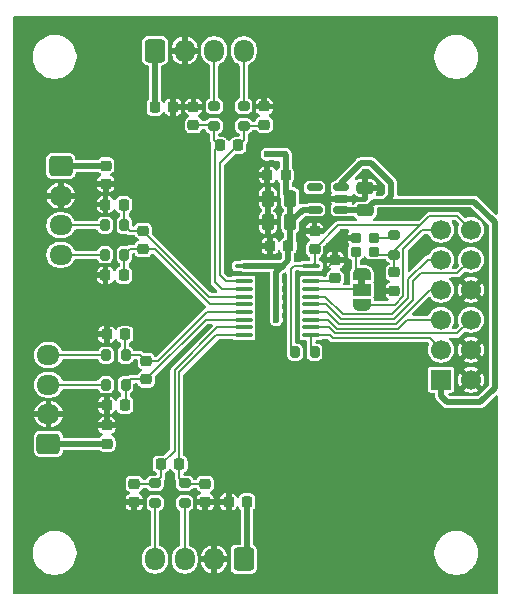
<source format=gbr>
%TF.GenerationSoftware,KiCad,Pcbnew,9.0.6*%
%TF.CreationDate,2025-12-29T21:08:54-05:00*%
%TF.ProjectId,plimsoll,706c696d-736f-46c6-9c2e-6b696361645f,rev?*%
%TF.SameCoordinates,Original*%
%TF.FileFunction,Copper,L1,Top*%
%TF.FilePolarity,Positive*%
%FSLAX46Y46*%
G04 Gerber Fmt 4.6, Leading zero omitted, Abs format (unit mm)*
G04 Created by KiCad (PCBNEW 9.0.6) date 2025-12-29 21:08:54*
%MOMM*%
%LPD*%
G01*
G04 APERTURE LIST*
G04 Aperture macros list*
%AMRoundRect*
0 Rectangle with rounded corners*
0 $1 Rounding radius*
0 $2 $3 $4 $5 $6 $7 $8 $9 X,Y pos of 4 corners*
0 Add a 4 corners polygon primitive as box body*
4,1,4,$2,$3,$4,$5,$6,$7,$8,$9,$2,$3,0*
0 Add four circle primitives for the rounded corners*
1,1,$1+$1,$2,$3*
1,1,$1+$1,$4,$5*
1,1,$1+$1,$6,$7*
1,1,$1+$1,$8,$9*
0 Add four rect primitives between the rounded corners*
20,1,$1+$1,$2,$3,$4,$5,0*
20,1,$1+$1,$4,$5,$6,$7,0*
20,1,$1+$1,$6,$7,$8,$9,0*
20,1,$1+$1,$8,$9,$2,$3,0*%
%AMFreePoly0*
4,1,23,0.550000,-0.750000,0.000000,-0.750000,0.000000,-0.745722,-0.065263,-0.745722,-0.191342,-0.711940,-0.304381,-0.646677,-0.396677,-0.554381,-0.461940,-0.441342,-0.495722,-0.315263,-0.495722,-0.250000,-0.500000,-0.250000,-0.500000,0.250000,-0.495722,0.250000,-0.495722,0.315263,-0.461940,0.441342,-0.396677,0.554381,-0.304381,0.646677,-0.191342,0.711940,-0.065263,0.745722,0.000000,0.745722,
0.000000,0.750000,0.550000,0.750000,0.550000,-0.750000,0.550000,-0.750000,$1*%
%AMFreePoly1*
4,1,23,0.000000,0.745722,0.065263,0.745722,0.191342,0.711940,0.304381,0.646677,0.396677,0.554381,0.461940,0.441342,0.495722,0.315263,0.495722,0.250000,0.500000,0.250000,0.500000,-0.250000,0.495722,-0.250000,0.495722,-0.315263,0.461940,-0.441342,0.396677,-0.554381,0.304381,-0.646677,0.191342,-0.711940,0.065263,-0.745722,0.000000,-0.745722,0.000000,-0.750000,-0.550000,-0.750000,
-0.550000,0.750000,0.000000,0.750000,0.000000,0.745722,0.000000,0.745722,$1*%
G04 Aperture macros list end*
%TA.AperFunction,EtchedComponent*%
%ADD10C,0.000000*%
%TD*%
%TA.AperFunction,SMDPad,CuDef*%
%ADD11RoundRect,0.200000X0.200000X0.275000X-0.200000X0.275000X-0.200000X-0.275000X0.200000X-0.275000X0*%
%TD*%
%TA.AperFunction,SMDPad,CuDef*%
%ADD12RoundRect,0.250000X0.475000X-0.250000X0.475000X0.250000X-0.475000X0.250000X-0.475000X-0.250000X0*%
%TD*%
%TA.AperFunction,SMDPad,CuDef*%
%ADD13RoundRect,0.225000X-0.225000X-0.250000X0.225000X-0.250000X0.225000X0.250000X-0.225000X0.250000X0*%
%TD*%
%TA.AperFunction,SMDPad,CuDef*%
%ADD14RoundRect,0.100000X-0.637500X-0.100000X0.637500X-0.100000X0.637500X0.100000X-0.637500X0.100000X0*%
%TD*%
%TA.AperFunction,SMDPad,CuDef*%
%ADD15RoundRect,0.225000X0.250000X-0.225000X0.250000X0.225000X-0.250000X0.225000X-0.250000X-0.225000X0*%
%TD*%
%TA.AperFunction,SMDPad,CuDef*%
%ADD16RoundRect,0.200000X-0.200000X-0.275000X0.200000X-0.275000X0.200000X0.275000X-0.200000X0.275000X0*%
%TD*%
%TA.AperFunction,SMDPad,CuDef*%
%ADD17RoundRect,0.225000X-0.250000X0.225000X-0.250000X-0.225000X0.250000X-0.225000X0.250000X0.225000X0*%
%TD*%
%TA.AperFunction,ComponentPad*%
%ADD18R,1.700000X1.700000*%
%TD*%
%TA.AperFunction,ComponentPad*%
%ADD19C,1.700000*%
%TD*%
%TA.AperFunction,SMDPad,CuDef*%
%ADD20FreePoly0,270.000000*%
%TD*%
%TA.AperFunction,SMDPad,CuDef*%
%ADD21R,1.500000X1.000000*%
%TD*%
%TA.AperFunction,SMDPad,CuDef*%
%ADD22FreePoly1,270.000000*%
%TD*%
%TA.AperFunction,SMDPad,CuDef*%
%ADD23RoundRect,0.200000X0.275000X-0.200000X0.275000X0.200000X-0.275000X0.200000X-0.275000X-0.200000X0*%
%TD*%
%TA.AperFunction,SMDPad,CuDef*%
%ADD24RoundRect,0.250000X0.250000X0.475000X-0.250000X0.475000X-0.250000X-0.475000X0.250000X-0.475000X0*%
%TD*%
%TA.AperFunction,ComponentPad*%
%ADD25RoundRect,0.250000X0.725000X-0.600000X0.725000X0.600000X-0.725000X0.600000X-0.725000X-0.600000X0*%
%TD*%
%TA.AperFunction,ComponentPad*%
%ADD26O,1.950000X1.700000*%
%TD*%
%TA.AperFunction,SMDPad,CuDef*%
%ADD27RoundRect,0.225000X0.225000X0.250000X-0.225000X0.250000X-0.225000X-0.250000X0.225000X-0.250000X0*%
%TD*%
%TA.AperFunction,ComponentPad*%
%ADD28RoundRect,0.250000X0.600000X0.725000X-0.600000X0.725000X-0.600000X-0.725000X0.600000X-0.725000X0*%
%TD*%
%TA.AperFunction,ComponentPad*%
%ADD29O,1.700000X1.950000*%
%TD*%
%TA.AperFunction,SMDPad,CuDef*%
%ADD30RoundRect,0.200000X0.250000X0.200000X-0.250000X0.200000X-0.250000X-0.200000X0.250000X-0.200000X0*%
%TD*%
%TA.AperFunction,SMDPad,CuDef*%
%ADD31RoundRect,0.200000X-0.275000X0.200000X-0.275000X-0.200000X0.275000X-0.200000X0.275000X0.200000X0*%
%TD*%
%TA.AperFunction,ComponentPad*%
%ADD32RoundRect,0.250000X-0.725000X0.600000X-0.725000X-0.600000X0.725000X-0.600000X0.725000X0.600000X0*%
%TD*%
%TA.AperFunction,SMDPad,CuDef*%
%ADD33RoundRect,0.150000X0.512500X0.150000X-0.512500X0.150000X-0.512500X-0.150000X0.512500X-0.150000X0*%
%TD*%
%TA.AperFunction,ComponentPad*%
%ADD34RoundRect,0.250000X-0.600000X-0.725000X0.600000X-0.725000X0.600000X0.725000X-0.600000X0.725000X0*%
%TD*%
%TA.AperFunction,ViaPad*%
%ADD35C,0.600000*%
%TD*%
%TA.AperFunction,Conductor*%
%ADD36C,0.200000*%
%TD*%
%TA.AperFunction,Conductor*%
%ADD37C,0.500000*%
%TD*%
G04 APERTURE END LIST*
D10*
%TA.AperFunction,EtchedComponent*%
%TO.C,JP1*%
G36*
X130300000Y-123300000D02*
G01*
X129700000Y-123300000D01*
X129700000Y-122800000D01*
X130300000Y-122800000D01*
X130300000Y-123300000D01*
G37*
%TD.AperFunction*%
%TD*%
D11*
%TO.P,R5,1*%
%TO.N,Net-(U1-AIN2P)*%
X110000000Y-129250000D03*
%TO.P,R5,2*%
%TO.N,/LC3_Signal+*%
X108350000Y-129250000D03*
%TD*%
D12*
%TO.P,C16,1*%
%TO.N,+5V*%
X130275000Y-117000000D03*
%TO.P,C16,2*%
%TO.N,GND*%
X130275000Y-115100000D03*
%TD*%
D13*
%TO.P,C20,1*%
%TO.N,GND*%
X122225000Y-120000000D03*
%TO.P,C20,2*%
%TO.N,+3.3VADC*%
X123775000Y-120000000D03*
%TD*%
D14*
%TO.P,U1,1,AVDD*%
%TO.N,+3.3VADC*%
X120000000Y-121700000D03*
%TO.P,U1,2,AGND*%
%TO.N,GND*%
X120000000Y-122350000D03*
%TO.P,U1,3,AIN0P*%
%TO.N,Net-(U1-AIN0P)*%
X120000000Y-123000000D03*
%TO.P,U1,4,AIN0N*%
%TO.N,Net-(U1-AIN0N)*%
X120000000Y-123650000D03*
%TO.P,U1,5,AIN1N*%
%TO.N,Net-(U1-AIN1N)*%
X120000000Y-124300000D03*
%TO.P,U1,6,AIN1P*%
%TO.N,Net-(U1-AIN1P)*%
X120000000Y-124950000D03*
%TO.P,U1,7,AIN2P*%
%TO.N,Net-(U1-AIN2P)*%
X120000000Y-125600000D03*
%TO.P,U1,8,AIN2N*%
%TO.N,Net-(U1-AIN2N)*%
X120000000Y-126250000D03*
%TO.P,U1,9,AIN3N*%
%TO.N,Net-(U1-AIN3N)*%
X120000000Y-126900000D03*
%TO.P,U1,10,AIN3P*%
%TO.N,Net-(U1-AIN3P)*%
X120000000Y-127550000D03*
%TO.P,U1,11,~{SYNC}/~{RESET}*%
%TO.N,/RSET*%
X125725000Y-127550000D03*
%TO.P,U1,12,~{CS}*%
%TO.N,/~{CS}*%
X125725000Y-126900000D03*
%TO.P,U1,13,~{DRDY}*%
%TO.N,/~{DRDY}*%
X125725000Y-126250000D03*
%TO.P,U1,14,SCLK*%
%TO.N,/SCLK*%
X125725000Y-125600000D03*
%TO.P,U1,15,DOUT*%
%TO.N,/DOUT*%
X125725000Y-124950000D03*
%TO.P,U1,16,DIN*%
%TO.N,/DIN*%
X125725000Y-124300000D03*
%TO.P,U1,17,CLKIN*%
%TO.N,Net-(JP1-C)*%
X125725000Y-123650000D03*
%TO.P,U1,18,CAP*%
%TO.N,Net-(U1-CAP)*%
X125725000Y-123000000D03*
%TO.P,U1,19,DGND*%
%TO.N,GND*%
X125725000Y-122350000D03*
%TO.P,U1,20,DVDD*%
%TO.N,+3V3*%
X125725000Y-121700000D03*
%TD*%
D15*
%TO.P,C13,1*%
%TO.N,+3V3*%
X126000000Y-120275000D03*
%TO.P,C13,2*%
%TO.N,GND*%
X126000000Y-118725000D03*
%TD*%
D16*
%TO.P,R9,1*%
%TO.N,+3V3*%
X124350000Y-129000000D03*
%TO.P,R9,2*%
%TO.N,/RSET*%
X126000000Y-129000000D03*
%TD*%
D15*
%TO.P,C23,1*%
%TO.N,+3.3VADC*%
X108425000Y-136750000D03*
%TO.P,C23,2*%
%TO.N,GND*%
X108425000Y-135200000D03*
%TD*%
D17*
%TO.P,C2,1*%
%TO.N,GND*%
X115750000Y-108225000D03*
%TO.P,C2,2*%
%TO.N,Net-(U1-AIN0N)*%
X115750000Y-109775000D03*
%TD*%
D18*
%TO.P,J1,1,Pin_1*%
%TO.N,+5V*%
X136710000Y-131325000D03*
D19*
%TO.P,J1,2,Pin_2*%
%TO.N,GND*%
X139250000Y-131325000D03*
%TO.P,J1,3,Pin_3*%
%TO.N,/RSET*%
X136710000Y-128785000D03*
%TO.P,J1,4,Pin_4*%
%TO.N,GND*%
X139250000Y-128785000D03*
%TO.P,J1,5,Pin_5*%
%TO.N,/~{DRDY}*%
X136710000Y-126245000D03*
%TO.P,J1,6,Pin_6*%
%TO.N,/~{CS}*%
X139250000Y-126245000D03*
%TO.P,J1,7,Pin_7*%
%TO.N,/SCLK*%
X136710000Y-123705000D03*
%TO.P,J1,8,Pin_8*%
%TO.N,GND*%
X139250000Y-123705000D03*
%TO.P,J1,9,Pin_9*%
%TO.N,/DIN*%
X136710000Y-121165000D03*
%TO.P,J1,10,Pin_10*%
%TO.N,/DOUT*%
X139250000Y-121165000D03*
%TO.P,J1,11,Pin_11*%
%TO.N,/EXT_CLK*%
X136710000Y-118625000D03*
%TO.P,J1,12,Pin_12*%
%TO.N,+3V3*%
X139250000Y-118625000D03*
%TD*%
D20*
%TO.P,JP1,1,A*%
%TO.N,Net-(JP1-A)*%
X130000000Y-122400000D03*
D21*
%TO.P,JP1,2,C*%
%TO.N,Net-(JP1-C)*%
X130000000Y-123700000D03*
D22*
%TO.P,JP1,3,B*%
%TO.N,/EXT_CLK*%
X130000000Y-125000000D03*
%TD*%
D23*
%TO.P,R1,1*%
%TO.N,Net-(U1-AIN0P)*%
X120000000Y-109825000D03*
%TO.P,R1,2*%
%TO.N,/LC1_Signal+*%
X120000000Y-108175000D03*
%TD*%
D17*
%TO.P,C1,1*%
%TO.N,GND*%
X121750000Y-108200000D03*
%TO.P,C1,2*%
%TO.N,Net-(U1-AIN0P)*%
X121750000Y-109750000D03*
%TD*%
D15*
%TO.P,C15,1*%
%TO.N,Net-(U1-CAP)*%
X127750000Y-122750000D03*
%TO.P,C15,2*%
%TO.N,GND*%
X127750000Y-121200000D03*
%TD*%
D24*
%TO.P,C19,1*%
%TO.N,+3.3VADC*%
X123950000Y-118000000D03*
%TO.P,C19,2*%
%TO.N,GND*%
X122050000Y-118000000D03*
%TD*%
D13*
%TO.P,C9,1*%
%TO.N,Net-(U1-AIN0N)*%
X117975000Y-111500000D03*
%TO.P,C9,2*%
%TO.N,Net-(U1-AIN0P)*%
X119525000Y-111500000D03*
%TD*%
D25*
%TO.P,LC3,1,Pin_1*%
%TO.N,+3.3VADC*%
X103475000Y-136750000D03*
D26*
%TO.P,LC3,2,Pin_2*%
%TO.N,GND*%
X103475000Y-134250000D03*
%TO.P,LC3,3,Pin_3*%
%TO.N,/LC3_Signal-*%
X103475000Y-131750000D03*
%TO.P,LC3,4,Pin_4*%
%TO.N,/LC3_Signal+*%
X103475000Y-129250000D03*
%TD*%
D15*
%TO.P,C8,1*%
%TO.N,GND*%
X116750000Y-141700000D03*
%TO.P,C8,2*%
%TO.N,Net-(U1-AIN3P)*%
X116750000Y-140150000D03*
%TD*%
D13*
%TO.P,C3,1*%
%TO.N,GND*%
X108300000Y-122500000D03*
%TO.P,C3,2*%
%TO.N,Net-(U1-AIN1P)*%
X109850000Y-122500000D03*
%TD*%
D11*
%TO.P,R6,1*%
%TO.N,Net-(U1-AIN2N)*%
X110000000Y-131750000D03*
%TO.P,R6,2*%
%TO.N,/LC3_Signal-*%
X108350000Y-131750000D03*
%TD*%
D27*
%TO.P,C24,1*%
%TO.N,+3.3VADC*%
X120275000Y-141675000D03*
%TO.P,C24,2*%
%TO.N,GND*%
X118725000Y-141675000D03*
%TD*%
D23*
%TO.P,R10,1*%
%TO.N,+3V3*%
X132750000Y-120750000D03*
%TO.P,R10,2*%
%TO.N,Net-(Y1-OE)*%
X132750000Y-119100000D03*
%TD*%
D28*
%TO.P,LC4,1,Pin_1*%
%TO.N,+3.3VADC*%
X120000000Y-146525000D03*
D29*
%TO.P,LC4,2,Pin_2*%
%TO.N,GND*%
X117500000Y-146525000D03*
%TO.P,LC4,3,Pin_3*%
%TO.N,/LC4_Signal-*%
X115000000Y-146525000D03*
%TO.P,LC4,4,Pin_4*%
%TO.N,/LC4_Signal+*%
X112500000Y-146525000D03*
%TD*%
D30*
%TO.P,Y1,1,OE*%
%TO.N,Net-(Y1-OE)*%
X131000000Y-119300000D03*
%TO.P,Y1,2,GND*%
%TO.N,GND*%
X129500000Y-119300000D03*
%TO.P,Y1,3,OUT*%
%TO.N,Net-(JP1-A)*%
X129500000Y-120500000D03*
%TO.P,Y1,4,Vdd*%
%TO.N,+3V3*%
X131000000Y-120500000D03*
%TD*%
D27*
%TO.P,C12,1*%
%TO.N,Net-(U1-AIN3P)*%
X114550000Y-138500000D03*
%TO.P,C12,2*%
%TO.N,Net-(U1-AIN3N)*%
X113000000Y-138500000D03*
%TD*%
D13*
%TO.P,C5,1*%
%TO.N,GND*%
X108400000Y-127500000D03*
%TO.P,C5,2*%
%TO.N,Net-(U1-AIN2P)*%
X109950000Y-127500000D03*
%TD*%
D23*
%TO.P,R2,1*%
%TO.N,Net-(U1-AIN0N)*%
X117500000Y-109825000D03*
%TO.P,R2,2*%
%TO.N,/LC1_Signal-*%
X117500000Y-108175000D03*
%TD*%
D11*
%TO.P,R4,1*%
%TO.N,Net-(U1-AIN1N)*%
X109900000Y-118250000D03*
%TO.P,R4,2*%
%TO.N,/LC2_Signal-*%
X108250000Y-118250000D03*
%TD*%
D31*
%TO.P,R7,1*%
%TO.N,Net-(U1-AIN3N)*%
X112500000Y-140100000D03*
%TO.P,R7,2*%
%TO.N,/LC4_Signal+*%
X112500000Y-141750000D03*
%TD*%
D17*
%TO.P,C10,1*%
%TO.N,Net-(U1-AIN1N)*%
X111500000Y-118725000D03*
%TO.P,C10,2*%
%TO.N,Net-(U1-AIN1P)*%
X111500000Y-120275000D03*
%TD*%
D31*
%TO.P,R8,1*%
%TO.N,Net-(U1-AIN3P)*%
X115000000Y-140100000D03*
%TO.P,R8,2*%
%TO.N,/LC4_Signal-*%
X115000000Y-141750000D03*
%TD*%
D17*
%TO.P,C22,1*%
%TO.N,+3.3VADC*%
X108325000Y-113200000D03*
%TO.P,C22,2*%
%TO.N,GND*%
X108325000Y-114750000D03*
%TD*%
D27*
%TO.P,C14,1*%
%TO.N,+3.3VADC*%
X123550000Y-114000000D03*
%TO.P,C14,2*%
%TO.N,GND*%
X122000000Y-114000000D03*
%TD*%
D24*
%TO.P,C18,1*%
%TO.N,+3.3VADC*%
X123950000Y-116000000D03*
%TO.P,C18,2*%
%TO.N,GND*%
X122050000Y-116000000D03*
%TD*%
D17*
%TO.P,C17,1*%
%TO.N,+3V3*%
X132750000Y-122250000D03*
%TO.P,C17,2*%
%TO.N,GND*%
X132750000Y-123800000D03*
%TD*%
D13*
%TO.P,C21,1*%
%TO.N,+3.3VADC*%
X112475000Y-108250000D03*
%TO.P,C21,2*%
%TO.N,GND*%
X114025000Y-108250000D03*
%TD*%
D32*
%TO.P,LC2,1,Pin_1*%
%TO.N,+3.3VADC*%
X104525000Y-113250000D03*
D26*
%TO.P,LC2,2,Pin_2*%
%TO.N,GND*%
X104525000Y-115750000D03*
%TO.P,LC2,3,Pin_3*%
%TO.N,/LC2_Signal-*%
X104525000Y-118250000D03*
%TO.P,LC2,4,Pin_4*%
%TO.N,/LC2_Signal+*%
X104525000Y-120750000D03*
%TD*%
D13*
%TO.P,C6,1*%
%TO.N,GND*%
X108400000Y-133500000D03*
%TO.P,C6,2*%
%TO.N,Net-(U1-AIN2N)*%
X109950000Y-133500000D03*
%TD*%
D15*
%TO.P,C7,1*%
%TO.N,GND*%
X110750000Y-141700000D03*
%TO.P,C7,2*%
%TO.N,Net-(U1-AIN3N)*%
X110750000Y-140150000D03*
%TD*%
D33*
%TO.P,U2,1,VIN*%
%TO.N,+5V*%
X128275000Y-116950000D03*
%TO.P,U2,2,GND*%
%TO.N,GND*%
X128275000Y-116000000D03*
%TO.P,U2,3,EN*%
%TO.N,+5V*%
X128275000Y-115050000D03*
%TO.P,U2,4,NC*%
%TO.N,unconnected-(U2-NC-Pad4)*%
X126000000Y-115050000D03*
%TO.P,U2,5,VOUT*%
%TO.N,+3.3VADC*%
X126000000Y-116950000D03*
%TD*%
D13*
%TO.P,C4,1*%
%TO.N,GND*%
X108300000Y-116500000D03*
%TO.P,C4,2*%
%TO.N,Net-(U1-AIN1N)*%
X109850000Y-116500000D03*
%TD*%
D34*
%TO.P,LC1,1,Pin_1*%
%TO.N,+3.3VADC*%
X112500000Y-103475000D03*
D29*
%TO.P,LC1,2,Pin_2*%
%TO.N,GND*%
X115000000Y-103475000D03*
%TO.P,LC1,3,Pin_3*%
%TO.N,/LC1_Signal-*%
X117500000Y-103475000D03*
%TO.P,LC1,4,Pin_4*%
%TO.N,/LC1_Signal+*%
X120000000Y-103475000D03*
%TD*%
D11*
%TO.P,R3,1*%
%TO.N,Net-(U1-AIN1P)*%
X109900000Y-120750000D03*
%TO.P,R3,2*%
%TO.N,/LC2_Signal+*%
X108250000Y-120750000D03*
%TD*%
D15*
%TO.P,C11,1*%
%TO.N,Net-(U1-AIN2N)*%
X111750000Y-131300000D03*
%TO.P,C11,2*%
%TO.N,Net-(U1-AIN2P)*%
X111750000Y-129750000D03*
%TD*%
D35*
%TO.N,GND*%
X130750000Y-109250000D03*
X140500000Y-135000000D03*
X133500000Y-102000000D03*
X125500000Y-147750000D03*
X133250000Y-147750000D03*
X127000000Y-116000000D03*
X131750000Y-115000000D03*
X129000000Y-102500000D03*
X109500000Y-115000000D03*
X123250000Y-108250000D03*
X121000000Y-116000000D03*
X118750000Y-122250000D03*
X102750000Y-125000000D03*
X129500000Y-116000000D03*
X124600000Y-122500000D03*
X111500000Y-127750000D03*
X108500000Y-148250000D03*
X127000000Y-118000000D03*
X125750000Y-116000000D03*
X131500000Y-124000000D03*
X115000000Y-118500000D03*
X117250000Y-134500000D03*
X136250000Y-135000000D03*
X121000000Y-114000000D03*
X130250000Y-113750000D03*
X121250000Y-122450000D03*
X121000000Y-120000000D03*
X128500000Y-139750000D03*
X128000000Y-119500000D03*
X108250000Y-125500000D03*
X101750000Y-141250000D03*
X127000000Y-122000000D03*
X131750000Y-117500000D03*
X127250000Y-120000000D03*
X131500000Y-121750000D03*
X114500000Y-109500000D03*
X121000000Y-118000000D03*
X123750000Y-133750000D03*
%TO.N,+3.3VADC*%
X122000000Y-112250000D03*
X122750000Y-125500000D03*
X122750000Y-126250000D03*
X123500000Y-112250000D03*
X122750000Y-112250000D03*
X122750000Y-123250000D03*
X122750000Y-124000000D03*
X122750000Y-124750000D03*
%TD*%
D36*
%TO.N,GND*%
X127750000Y-121200000D02*
X127750000Y-119750000D01*
X131700000Y-123800000D02*
X131500000Y-124000000D01*
X124750000Y-122350000D02*
X124600000Y-122500000D01*
X128200000Y-119300000D02*
X128000000Y-119500000D01*
X129500000Y-119300000D02*
X128200000Y-119300000D01*
X125725000Y-122350000D02*
X124750000Y-122350000D01*
X126600000Y-122350000D02*
X127750000Y-121200000D01*
X132750000Y-123800000D02*
X131700000Y-123800000D01*
X127750000Y-119750000D02*
X128000000Y-119500000D01*
X125725000Y-122350000D02*
X126600000Y-122350000D01*
%TO.N,Net-(U1-AIN1P)*%
X109900000Y-122450000D02*
X109850000Y-122500000D01*
X120000000Y-124950000D02*
X117157900Y-124950000D01*
X117157900Y-124950000D02*
X112482900Y-120275000D01*
X110375000Y-120275000D02*
X109900000Y-120750000D01*
X109900000Y-120750000D02*
X109900000Y-122450000D01*
X111500000Y-120275000D02*
X110375000Y-120275000D01*
X112482900Y-120275000D02*
X111500000Y-120275000D01*
D37*
%TO.N,+3.3VADC*%
X123500000Y-112250000D02*
X122000000Y-112250000D01*
X123550000Y-114000000D02*
X123550000Y-112300000D01*
X123550000Y-112300000D02*
X123500000Y-112250000D01*
X122750000Y-122250000D02*
X123300000Y-121700000D01*
X108425000Y-136750000D02*
X103475000Y-136750000D01*
X123950000Y-118000000D02*
X123950000Y-119825000D01*
X122750000Y-123250000D02*
X122750000Y-122250000D01*
X120275000Y-141675000D02*
X120275000Y-146250000D01*
X120000000Y-121700000D02*
X123300000Y-121700000D01*
X120275000Y-146250000D02*
X120000000Y-146525000D01*
X123550000Y-115600000D02*
X123950000Y-116000000D01*
X104525000Y-113250000D02*
X108275000Y-113250000D01*
X123550000Y-114000000D02*
X123550000Y-115600000D01*
X112500000Y-103475000D02*
X112500000Y-108225000D01*
X123300000Y-121700000D02*
X123775000Y-121225000D01*
X122750000Y-126250000D02*
X122750000Y-123250000D01*
X123775000Y-121225000D02*
X123775000Y-120000000D01*
X125000000Y-116950000D02*
X123950000Y-118000000D01*
X123950000Y-119825000D02*
X123775000Y-120000000D01*
X123950000Y-118000000D02*
X123950000Y-116000000D01*
X122750000Y-124750000D02*
X122750000Y-125000000D01*
X112500000Y-108225000D02*
X112475000Y-108250000D01*
X126000000Y-116950000D02*
X125000000Y-116950000D01*
X108275000Y-113250000D02*
X108325000Y-113200000D01*
D36*
%TO.N,+3V3*%
X135682900Y-117500000D02*
X134932900Y-118250000D01*
X132750000Y-120432900D02*
X132750000Y-120750000D01*
X131250000Y-120750000D02*
X131000000Y-120500000D01*
X134932900Y-118250000D02*
X128025000Y-118250000D01*
X135682900Y-117500000D02*
X132750000Y-120432900D01*
X139250000Y-118625000D02*
X138099000Y-117474000D01*
X125725000Y-121700000D02*
X124300000Y-121700000D01*
X135708900Y-117474000D02*
X135682900Y-117500000D01*
X132750000Y-120750000D02*
X131250000Y-120750000D01*
X126000000Y-121425000D02*
X126000000Y-120275000D01*
X138099000Y-117474000D02*
X135708900Y-117474000D01*
X124000000Y-128650000D02*
X124350000Y-129000000D01*
X125725000Y-121700000D02*
X126000000Y-121425000D01*
X132750000Y-120750000D02*
X132750000Y-122250000D01*
X124000000Y-122000000D02*
X124000000Y-128650000D01*
X124300000Y-121700000D02*
X124000000Y-122000000D01*
X128025000Y-118250000D02*
X126000000Y-120275000D01*
%TO.N,Net-(U1-AIN1N)*%
X120000000Y-124300000D02*
X117075000Y-124300000D01*
X109900000Y-116550000D02*
X109850000Y-116500000D01*
X109900000Y-118250000D02*
X109900000Y-116550000D01*
X117075000Y-124300000D02*
X111500000Y-118725000D01*
X111500000Y-118725000D02*
X110375000Y-118725000D01*
X110375000Y-118725000D02*
X109900000Y-118250000D01*
%TO.N,Net-(U1-AIN0P)*%
X120000000Y-109825000D02*
X120000000Y-111025000D01*
X118000000Y-122500000D02*
X118500000Y-123000000D01*
X119525000Y-111500000D02*
X118000000Y-113025000D01*
X120000000Y-109825000D02*
X121675000Y-109825000D01*
X120000000Y-111025000D02*
X119525000Y-111500000D01*
X121675000Y-109825000D02*
X121750000Y-109750000D01*
X118000000Y-113025000D02*
X118000000Y-122500000D01*
X118500000Y-123000000D02*
X120000000Y-123000000D01*
%TO.N,Net-(U1-AIN0N)*%
X118150000Y-123650000D02*
X117599000Y-123099000D01*
X117500000Y-111025000D02*
X117975000Y-111500000D01*
X117599000Y-123099000D02*
X117599000Y-111876000D01*
X117599000Y-111876000D02*
X117975000Y-111500000D01*
X117500000Y-109825000D02*
X117500000Y-111025000D01*
X115750000Y-109775000D02*
X117450000Y-109775000D01*
X120000000Y-123650000D02*
X118150000Y-123650000D01*
X117450000Y-109775000D02*
X117500000Y-109825000D01*
D37*
%TO.N,+5V*%
X132000000Y-116250000D02*
X139500000Y-116250000D01*
X139500000Y-116250000D02*
X141250000Y-118000000D01*
X130811075Y-112999000D02*
X132501000Y-114688925D01*
X132501000Y-114688925D02*
X132501000Y-115749000D01*
X128275000Y-115050000D02*
X128275000Y-114662925D01*
X128325000Y-117000000D02*
X128275000Y-116950000D01*
X132501000Y-115749000D02*
X132000000Y-116250000D01*
X129938925Y-112999000D02*
X130811075Y-112999000D01*
X130275000Y-117000000D02*
X128325000Y-117000000D01*
X128275000Y-114662925D02*
X129938925Y-112999000D01*
X141250000Y-132000000D02*
X140000000Y-133250000D01*
X141250000Y-118000000D02*
X141250000Y-132000000D01*
X140000000Y-133250000D02*
X137250000Y-133250000D01*
X130275000Y-117000000D02*
X131025000Y-116250000D01*
X131025000Y-116250000D02*
X132000000Y-116250000D01*
X137250000Y-133250000D02*
X136710000Y-132710000D01*
X136710000Y-132710000D02*
X136710000Y-131325000D01*
D36*
%TO.N,Net-(U1-AIN2P)*%
X109950000Y-127500000D02*
X109950000Y-129200000D01*
X109950000Y-129200000D02*
X110000000Y-129250000D01*
X111750000Y-129750000D02*
X112732900Y-129750000D01*
X116882900Y-125600000D02*
X120000000Y-125600000D01*
X110000000Y-129250000D02*
X111250000Y-129250000D01*
X111250000Y-129250000D02*
X111750000Y-129750000D01*
X112732900Y-129750000D02*
X116882900Y-125600000D01*
%TO.N,Net-(U1-AIN2N)*%
X116800000Y-126250000D02*
X111750000Y-131300000D01*
X111750000Y-131300000D02*
X110450000Y-131300000D01*
X120000000Y-126250000D02*
X116800000Y-126250000D01*
X110000000Y-133450000D02*
X109950000Y-133500000D01*
X110000000Y-131750000D02*
X110000000Y-133450000D01*
X110450000Y-131300000D02*
X110000000Y-131750000D01*
%TO.N,Net-(U1-AIN3P)*%
X117700000Y-127550000D02*
X114550000Y-130700000D01*
X114550000Y-130700000D02*
X114550000Y-138500000D01*
X114550000Y-138500000D02*
X114550000Y-139650000D01*
X114550000Y-139650000D02*
X115000000Y-140100000D01*
X116750000Y-140150000D02*
X115050000Y-140150000D01*
X120000000Y-127550000D02*
X117700000Y-127550000D01*
X115050000Y-140150000D02*
X115000000Y-140100000D01*
%TO.N,Net-(U1-AIN3N)*%
X114149000Y-130533900D02*
X114149000Y-137351000D01*
X113000000Y-139600000D02*
X112500000Y-140100000D01*
X114149000Y-137351000D02*
X113000000Y-138500000D01*
X110750000Y-140150000D02*
X112450000Y-140150000D01*
X120000000Y-126900000D02*
X117782900Y-126900000D01*
X112450000Y-140150000D02*
X112500000Y-140100000D01*
X113000000Y-138500000D02*
X113000000Y-139600000D01*
X117782900Y-126900000D02*
X114149000Y-130533900D01*
%TO.N,Net-(U1-CAP)*%
X127500000Y-123000000D02*
X127750000Y-122750000D01*
X125725000Y-123000000D02*
X127500000Y-123000000D01*
%TO.N,/~{CS}*%
X125725000Y-126900000D02*
X127198700Y-126900000D01*
X127708700Y-127410000D02*
X138085000Y-127410000D01*
X127198700Y-126900000D02*
X127708700Y-127410000D01*
X138085000Y-127410000D02*
X139250000Y-126245000D01*
%TO.N,/RSET*%
X125725000Y-127550000D02*
X125725000Y-128725000D01*
X127281600Y-127550000D02*
X125725000Y-127550000D01*
X135736000Y-127811000D02*
X127542600Y-127811000D01*
X125725000Y-128725000D02*
X126000000Y-129000000D01*
X136710000Y-128785000D02*
X135736000Y-127811000D01*
X127542600Y-127811000D02*
X127281600Y-127550000D01*
%TO.N,/SCLK*%
X132868410Y-126608000D02*
X135771410Y-123705000D01*
X128040900Y-126608000D02*
X132868410Y-126608000D01*
X135771410Y-123705000D02*
X136710000Y-123705000D01*
X125725000Y-125600000D02*
X127032900Y-125600000D01*
X127032900Y-125600000D02*
X128040900Y-126608000D01*
%TO.N,/DIN*%
X135585000Y-121165000D02*
X133927000Y-122823000D01*
X133927000Y-122823000D02*
X133927000Y-124415210D01*
X133927000Y-124415210D02*
X132536210Y-125806000D01*
X126867100Y-124300000D02*
X125725000Y-124300000D01*
X136710000Y-121165000D02*
X135585000Y-121165000D01*
X128373100Y-125806000D02*
X126867100Y-124300000D01*
X132536210Y-125806000D02*
X128373100Y-125806000D01*
%TO.N,/~{DRDY}*%
X127874800Y-127009000D02*
X133034510Y-127009000D01*
X133034510Y-127009000D02*
X133793510Y-126250000D01*
X136705000Y-126250000D02*
X136710000Y-126245000D01*
X125725000Y-126250000D02*
X127115800Y-126250000D01*
X127115800Y-126250000D02*
X127874800Y-127009000D01*
X133793510Y-126250000D02*
X136705000Y-126250000D01*
%TO.N,/DOUT*%
X128207000Y-126207000D02*
X126950000Y-124950000D01*
X139250000Y-121165000D02*
X138099000Y-122316000D01*
X134328000Y-124581310D02*
X132702310Y-126207000D01*
X126950000Y-124950000D02*
X125725000Y-124950000D01*
X138099000Y-122316000D02*
X135001100Y-122316000D01*
X134328000Y-122989100D02*
X134328000Y-124581310D01*
X132702310Y-126207000D02*
X128207000Y-126207000D01*
X135001100Y-122316000D02*
X134328000Y-122989100D01*
%TO.N,Net-(Y1-OE)*%
X131000000Y-119300000D02*
X132550000Y-119300000D01*
X132550000Y-119300000D02*
X132750000Y-119100000D01*
%TO.N,Net-(JP1-C)*%
X125725000Y-123650000D02*
X129950000Y-123650000D01*
X129950000Y-123650000D02*
X130000000Y-123700000D01*
%TO.N,Net-(JP1-A)*%
X129500000Y-121900000D02*
X130000000Y-122400000D01*
X129500000Y-120500000D02*
X129500000Y-121900000D01*
%TO.N,/LC1_Signal-*%
X117500000Y-103475000D02*
X117500000Y-108175000D01*
%TO.N,/LC1_Signal+*%
X120000000Y-103475000D02*
X120000000Y-108175000D01*
%TO.N,/LC2_Signal-*%
X104525000Y-118250000D02*
X108250000Y-118250000D01*
%TO.N,/LC2_Signal+*%
X104525000Y-120750000D02*
X108250000Y-120750000D01*
%TO.N,/LC3_Signal-*%
X103475000Y-131750000D02*
X108350000Y-131750000D01*
%TO.N,/LC3_Signal+*%
X103475000Y-129250000D02*
X108350000Y-129250000D01*
%TO.N,/LC4_Signal-*%
X115000000Y-141750000D02*
X115000000Y-146525000D01*
%TO.N,/LC4_Signal+*%
X112500000Y-141750000D02*
X112500000Y-146525000D01*
%TO.N,/EXT_CLK*%
X133526000Y-120224000D02*
X135125000Y-118625000D01*
X133526000Y-124249110D02*
X133526000Y-120224000D01*
X130000000Y-125000000D02*
X132775110Y-125000000D01*
X135125000Y-118625000D02*
X136710000Y-118625000D01*
X132775110Y-125000000D02*
X133526000Y-124249110D01*
%TD*%
%TA.AperFunction,Conductor*%
%TO.N,GND*%
G36*
X141442539Y-100520185D02*
G01*
X141488294Y-100572989D01*
X141499500Y-100624500D01*
X141499500Y-117242324D01*
X141479815Y-117309363D01*
X141427011Y-117355118D01*
X141357853Y-117365062D01*
X141294297Y-117336037D01*
X141287819Y-117330005D01*
X139807316Y-115849502D01*
X139807314Y-115849500D01*
X139710060Y-115793350D01*
X139693187Y-115783608D01*
X139629539Y-115766554D01*
X139565892Y-115749500D01*
X139565891Y-115749500D01*
X133125500Y-115749500D01*
X133058461Y-115729815D01*
X133012706Y-115677011D01*
X133001500Y-115625500D01*
X133001500Y-114623035D01*
X133001500Y-114623033D01*
X132967392Y-114495739D01*
X132901500Y-114381611D01*
X132808314Y-114288425D01*
X131118389Y-112598500D01*
X131040227Y-112553373D01*
X131004262Y-112532608D01*
X130940614Y-112515554D01*
X130876967Y-112498500D01*
X130004817Y-112498500D01*
X129873032Y-112498500D01*
X129775998Y-112524500D01*
X129775997Y-112524499D01*
X129745743Y-112532606D01*
X129745736Y-112532609D01*
X129631614Y-112598498D01*
X129631608Y-112598502D01*
X129538423Y-112691688D01*
X127950245Y-114279865D01*
X127950244Y-114279865D01*
X127950245Y-114279866D01*
X127874499Y-114355612D01*
X127874496Y-114355617D01*
X127826920Y-114438019D01*
X127776353Y-114486234D01*
X127735648Y-114497818D01*
X127735794Y-114498739D01*
X127730982Y-114499500D01*
X127730982Y-114499501D01*
X127637196Y-114514354D01*
X127524158Y-114571950D01*
X127524157Y-114571951D01*
X127524152Y-114571954D01*
X127434454Y-114661652D01*
X127434451Y-114661657D01*
X127434450Y-114661658D01*
X127426589Y-114677086D01*
X127376852Y-114774698D01*
X127362000Y-114868475D01*
X127362000Y-115231517D01*
X127368887Y-115275000D01*
X127376854Y-115325304D01*
X127434450Y-115438342D01*
X127434453Y-115438345D01*
X127440189Y-115446241D01*
X127438948Y-115447142D01*
X127467262Y-115498984D01*
X127462283Y-115568676D01*
X127439883Y-115603537D01*
X127440598Y-115604056D01*
X127434860Y-115611953D01*
X127377333Y-115724856D01*
X127373351Y-115750000D01*
X129176648Y-115750000D01*
X129174952Y-115739291D01*
X129183906Y-115669998D01*
X129228902Y-115616546D01*
X129295654Y-115595906D01*
X129362968Y-115614631D01*
X129396691Y-115645581D01*
X129442812Y-115707190D01*
X129557906Y-115793350D01*
X129557913Y-115793354D01*
X129692620Y-115843596D01*
X129692627Y-115843598D01*
X129752155Y-115849999D01*
X129752172Y-115850000D01*
X130025000Y-115850000D01*
X130025000Y-114850000D01*
X130525000Y-114850000D01*
X131250000Y-114850000D01*
X131250000Y-114802172D01*
X131249999Y-114802155D01*
X131243598Y-114742627D01*
X131243596Y-114742620D01*
X131193354Y-114607913D01*
X131193350Y-114607906D01*
X131107190Y-114492812D01*
X131107187Y-114492809D01*
X130992093Y-114406649D01*
X130992086Y-114406645D01*
X130857379Y-114356403D01*
X130857372Y-114356401D01*
X130797844Y-114350000D01*
X130525000Y-114350000D01*
X130525000Y-114850000D01*
X130025000Y-114850000D01*
X130025000Y-114350000D01*
X129752155Y-114350000D01*
X129692627Y-114356401D01*
X129692619Y-114356403D01*
X129583519Y-114397095D01*
X129513827Y-114402079D01*
X129452504Y-114368594D01*
X129419020Y-114307270D01*
X129424005Y-114237579D01*
X129452503Y-114193234D01*
X130109919Y-113535819D01*
X130171242Y-113502334D01*
X130197600Y-113499500D01*
X130552399Y-113499500D01*
X130619438Y-113519185D01*
X130640080Y-113535819D01*
X131964181Y-114859920D01*
X131997666Y-114921243D01*
X132000500Y-114947601D01*
X132000500Y-115490324D01*
X131991855Y-115519764D01*
X131985332Y-115549751D01*
X131981577Y-115554766D01*
X131980815Y-115557363D01*
X131964181Y-115578005D01*
X131829005Y-115713181D01*
X131767682Y-115746666D01*
X131741324Y-115749500D01*
X131313236Y-115749500D01*
X131246197Y-115729815D01*
X131200442Y-115677011D01*
X131190498Y-115607853D01*
X131197054Y-115582167D01*
X131243596Y-115457379D01*
X131243598Y-115457372D01*
X131249999Y-115397844D01*
X131250000Y-115397827D01*
X131250000Y-115350000D01*
X130525000Y-115350000D01*
X130525000Y-115850000D01*
X130533411Y-115858411D01*
X130566896Y-115919734D01*
X130561912Y-115989426D01*
X130533411Y-116033773D01*
X130354004Y-116213181D01*
X130292681Y-116246666D01*
X130266323Y-116249500D01*
X129752129Y-116249500D01*
X129752123Y-116249501D01*
X129692516Y-116255908D01*
X129557671Y-116306202D01*
X129557664Y-116306206D01*
X129442457Y-116392451D01*
X129442451Y-116392457D01*
X129399515Y-116449812D01*
X129395859Y-116452548D01*
X129393962Y-116456703D01*
X129368144Y-116473294D01*
X129343581Y-116491682D01*
X129337953Y-116492697D01*
X129335184Y-116494477D01*
X129300249Y-116499500D01*
X129260701Y-116499500D01*
X129193662Y-116479815D01*
X129147907Y-116427011D01*
X129137963Y-116357853D01*
X129150216Y-116319205D01*
X129172666Y-116275143D01*
X129176649Y-116250000D01*
X127373351Y-116250000D01*
X127377333Y-116275143D01*
X127434860Y-116388046D01*
X127440598Y-116395944D01*
X127439225Y-116396940D01*
X127467264Y-116448289D01*
X127462280Y-116517981D01*
X127439573Y-116553311D01*
X127440189Y-116553759D01*
X127434451Y-116561657D01*
X127376852Y-116674698D01*
X127362000Y-116768475D01*
X127362000Y-117131517D01*
X127367748Y-117167809D01*
X127376854Y-117225304D01*
X127434450Y-117338342D01*
X127434452Y-117338344D01*
X127434454Y-117338347D01*
X127524152Y-117428045D01*
X127524154Y-117428046D01*
X127524158Y-117428050D01*
X127620532Y-117477155D01*
X127637198Y-117485647D01*
X127730975Y-117500499D01*
X127730981Y-117500500D01*
X128244665Y-117500499D01*
X128244675Y-117500500D01*
X128259108Y-117500500D01*
X129300249Y-117500500D01*
X129367288Y-117520185D01*
X129385456Y-117534413D01*
X129393164Y-117541703D01*
X129442454Y-117607546D01*
X129539916Y-117680506D01*
X129545104Y-117685413D01*
X129559248Y-117709684D01*
X129576079Y-117732168D01*
X129576600Y-117739460D01*
X129580283Y-117745780D01*
X129579059Y-117773844D01*
X129581063Y-117801859D01*
X129577558Y-117808276D01*
X129577240Y-117815584D01*
X129561036Y-117838533D01*
X129547577Y-117863182D01*
X129541159Y-117866686D01*
X129536941Y-117872661D01*
X129510903Y-117883206D01*
X129486254Y-117896666D01*
X129474570Y-117897922D01*
X129472181Y-117898890D01*
X129469780Y-117898437D01*
X129459897Y-117899500D01*
X127978856Y-117899500D01*
X127889711Y-117923386D01*
X127809787Y-117969531D01*
X127809784Y-117969533D01*
X126840635Y-118938681D01*
X126779312Y-118972166D01*
X126752954Y-118975000D01*
X125275001Y-118975000D01*
X125275001Y-118995439D01*
X125281081Y-119052007D01*
X125328813Y-119179981D01*
X125328815Y-119179984D01*
X125410670Y-119289329D01*
X125520015Y-119371184D01*
X125520020Y-119371187D01*
X125553170Y-119383551D01*
X125609104Y-119425421D01*
X125633522Y-119490885D01*
X125618671Y-119559158D01*
X125569266Y-119608564D01*
X125553174Y-119615914D01*
X125519772Y-119628372D01*
X125410313Y-119710313D01*
X125328373Y-119819771D01*
X125280587Y-119947889D01*
X125274500Y-120004498D01*
X125274500Y-120545481D01*
X125274501Y-120545490D01*
X125280587Y-120602114D01*
X125324154Y-120718917D01*
X125328372Y-120730226D01*
X125410313Y-120839687D01*
X125519774Y-120921628D01*
X125519773Y-120921628D01*
X125568834Y-120939927D01*
X125586559Y-120953195D01*
X125606703Y-120962395D01*
X125613984Y-120973726D01*
X125624768Y-120981798D01*
X125632506Y-121002545D01*
X125644477Y-121021173D01*
X125647628Y-121043092D01*
X125649184Y-121047263D01*
X125649500Y-121056108D01*
X125649500Y-121125500D01*
X125629815Y-121192539D01*
X125577011Y-121238294D01*
X125525500Y-121249500D01*
X125054239Y-121249500D01*
X124986108Y-121259426D01*
X124881014Y-121310803D01*
X124878637Y-121313181D01*
X124874585Y-121315393D01*
X124872653Y-121316773D01*
X124872486Y-121316539D01*
X124817314Y-121346666D01*
X124790956Y-121349500D01*
X124399500Y-121349500D01*
X124332461Y-121329815D01*
X124286706Y-121277011D01*
X124275500Y-121225500D01*
X124275500Y-120699807D01*
X124295185Y-120632768D01*
X124325190Y-120600539D01*
X124339687Y-120589687D01*
X124421628Y-120480226D01*
X124469412Y-120352114D01*
X124473246Y-120316454D01*
X124475499Y-120295501D01*
X124475499Y-120295494D01*
X124475500Y-120295485D01*
X124475499Y-119704516D01*
X124469412Y-119647886D01*
X124458318Y-119618141D01*
X124450500Y-119574808D01*
X124450500Y-118974749D01*
X124470185Y-118907710D01*
X124500190Y-118875482D01*
X124538037Y-118847150D01*
X124557546Y-118832546D01*
X124643796Y-118717331D01*
X124694091Y-118582483D01*
X124700500Y-118522873D01*
X124700500Y-118454571D01*
X125275000Y-118454571D01*
X125275000Y-118475000D01*
X125750000Y-118475000D01*
X126250000Y-118475000D01*
X126724999Y-118475000D01*
X126724999Y-118454566D01*
X126724998Y-118454560D01*
X126718918Y-118397992D01*
X126671186Y-118270018D01*
X126671184Y-118270015D01*
X126589329Y-118160670D01*
X126479984Y-118078815D01*
X126479983Y-118078814D01*
X126352010Y-118031083D01*
X126295428Y-118025000D01*
X126250000Y-118025000D01*
X126250000Y-118475000D01*
X125750000Y-118475000D01*
X125750000Y-118025000D01*
X125704567Y-118025000D01*
X125704558Y-118025001D01*
X125647992Y-118031081D01*
X125520018Y-118078813D01*
X125520015Y-118078815D01*
X125410670Y-118160670D01*
X125328815Y-118270015D01*
X125328814Y-118270016D01*
X125281083Y-118397989D01*
X125275000Y-118454571D01*
X124700500Y-118454571D01*
X124700499Y-118232318D01*
X124700499Y-118008675D01*
X124720183Y-117941636D01*
X124736813Y-117920999D01*
X125170994Y-117486819D01*
X125197921Y-117472115D01*
X125223740Y-117455523D01*
X125229940Y-117454631D01*
X125232317Y-117453334D01*
X125258675Y-117450500D01*
X125263448Y-117450500D01*
X125319742Y-117464015D01*
X125362198Y-117485647D01*
X125455975Y-117500499D01*
X125455981Y-117500500D01*
X126544018Y-117500499D01*
X126637804Y-117485646D01*
X126750842Y-117428050D01*
X126840550Y-117338342D01*
X126898146Y-117225304D01*
X126898146Y-117225302D01*
X126898147Y-117225301D01*
X126912999Y-117131524D01*
X126913000Y-117131519D01*
X126912999Y-116768482D01*
X126898146Y-116674696D01*
X126840550Y-116561658D01*
X126840546Y-116561654D01*
X126840545Y-116561652D01*
X126750847Y-116471954D01*
X126750844Y-116471952D01*
X126750842Y-116471950D01*
X126662645Y-116427011D01*
X126637801Y-116414352D01*
X126544024Y-116399500D01*
X125455982Y-116399500D01*
X125362194Y-116414354D01*
X125319743Y-116435985D01*
X125263448Y-116449500D01*
X124934107Y-116449500D01*
X124856592Y-116470270D01*
X124786742Y-116468607D01*
X124728880Y-116429444D01*
X124701376Y-116365216D01*
X124700499Y-116350509D01*
X124700499Y-115477128D01*
X124694091Y-115417517D01*
X124686753Y-115397844D01*
X124643797Y-115282671D01*
X124643793Y-115282664D01*
X124557547Y-115167455D01*
X124557544Y-115167452D01*
X124442335Y-115081206D01*
X124442328Y-115081202D01*
X124307482Y-115030908D01*
X124307483Y-115030908D01*
X124247883Y-115024501D01*
X124247881Y-115024500D01*
X124247873Y-115024500D01*
X124247865Y-115024500D01*
X124174500Y-115024500D01*
X124165814Y-115021949D01*
X124156853Y-115023238D01*
X124132812Y-115012259D01*
X124107461Y-115004815D01*
X124101533Y-114997974D01*
X124093297Y-114994213D01*
X124079007Y-114971978D01*
X124061706Y-114952011D01*
X124059418Y-114941496D01*
X124055523Y-114935435D01*
X124050500Y-114900500D01*
X124050500Y-114868475D01*
X125087000Y-114868475D01*
X125087000Y-115231517D01*
X125093887Y-115275000D01*
X125101854Y-115325304D01*
X125159450Y-115438342D01*
X125159452Y-115438344D01*
X125159454Y-115438347D01*
X125249152Y-115528045D01*
X125249154Y-115528046D01*
X125249158Y-115528050D01*
X125347200Y-115578005D01*
X125362198Y-115585647D01*
X125455975Y-115600499D01*
X125455981Y-115600500D01*
X126544018Y-115600499D01*
X126637804Y-115585646D01*
X126750842Y-115528050D01*
X126840550Y-115438342D01*
X126898146Y-115325304D01*
X126898146Y-115325302D01*
X126898147Y-115325301D01*
X126912999Y-115231524D01*
X126913000Y-115231519D01*
X126912999Y-114868482D01*
X126898146Y-114774696D01*
X126840550Y-114661658D01*
X126840546Y-114661654D01*
X126840545Y-114661652D01*
X126750847Y-114571954D01*
X126750844Y-114571952D01*
X126750842Y-114571950D01*
X126674017Y-114532805D01*
X126637801Y-114514352D01*
X126544024Y-114499500D01*
X125455982Y-114499500D01*
X125375019Y-114512323D01*
X125362196Y-114514354D01*
X125249158Y-114571950D01*
X125249157Y-114571951D01*
X125249152Y-114571954D01*
X125159454Y-114661652D01*
X125159451Y-114661657D01*
X125159450Y-114661658D01*
X125151589Y-114677086D01*
X125101852Y-114774698D01*
X125087000Y-114868475D01*
X124050500Y-114868475D01*
X124050500Y-114699807D01*
X124070185Y-114632768D01*
X124100190Y-114600539D01*
X124114687Y-114589687D01*
X124196628Y-114480226D01*
X124244412Y-114352114D01*
X124246687Y-114330944D01*
X124250499Y-114295501D01*
X124250499Y-114295494D01*
X124250500Y-114295485D01*
X124250499Y-113704516D01*
X124244412Y-113647886D01*
X124239054Y-113633522D01*
X124215086Y-113569262D01*
X124196628Y-113519774D01*
X124196626Y-113519771D01*
X124196626Y-113519770D01*
X124114692Y-113410318D01*
X124114686Y-113410312D01*
X124100188Y-113399459D01*
X124058317Y-113343524D01*
X124050500Y-113300193D01*
X124050500Y-112177527D01*
X124050500Y-112177525D01*
X124012984Y-112037515D01*
X123979909Y-111980228D01*
X123940511Y-111911988D01*
X123940506Y-111911982D01*
X123838017Y-111809493D01*
X123838011Y-111809488D01*
X123712488Y-111737017D01*
X123712489Y-111737017D01*
X123701006Y-111733940D01*
X123572475Y-111699500D01*
X123427525Y-111699500D01*
X123343519Y-111722009D01*
X123287513Y-111737016D01*
X123280162Y-111740062D01*
X123271985Y-111741688D01*
X123267646Y-111744477D01*
X123232711Y-111749500D01*
X123017289Y-111749500D01*
X122969838Y-111740062D01*
X122962486Y-111737016D01*
X122927482Y-111727637D01*
X122822475Y-111699500D01*
X122677525Y-111699500D01*
X122593519Y-111722009D01*
X122537513Y-111737016D01*
X122530162Y-111740062D01*
X122521985Y-111741688D01*
X122517646Y-111744477D01*
X122482711Y-111749500D01*
X122267289Y-111749500D01*
X122219838Y-111740062D01*
X122212486Y-111737016D01*
X122177482Y-111727637D01*
X122072475Y-111699500D01*
X121927525Y-111699500D01*
X121798993Y-111733940D01*
X121787511Y-111737017D01*
X121661988Y-111809488D01*
X121661982Y-111809493D01*
X121559493Y-111911982D01*
X121559488Y-111911988D01*
X121487017Y-112037511D01*
X121487016Y-112037515D01*
X121449500Y-112177525D01*
X121449500Y-112322475D01*
X121487016Y-112462485D01*
X121487017Y-112462488D01*
X121559488Y-112588011D01*
X121559490Y-112588013D01*
X121559491Y-112588015D01*
X121661985Y-112690509D01*
X121661986Y-112690510D01*
X121661988Y-112690511D01*
X121787511Y-112762982D01*
X121787512Y-112762982D01*
X121787515Y-112762984D01*
X121927525Y-112800500D01*
X121927528Y-112800500D01*
X122072472Y-112800500D01*
X122072475Y-112800500D01*
X122212485Y-112762984D01*
X122212488Y-112762981D01*
X122219838Y-112759938D01*
X122228014Y-112758311D01*
X122232354Y-112755523D01*
X122267289Y-112750500D01*
X122482711Y-112750500D01*
X122530162Y-112759938D01*
X122537513Y-112762983D01*
X122537515Y-112762984D01*
X122677525Y-112800500D01*
X122677528Y-112800500D01*
X122822472Y-112800500D01*
X122822475Y-112800500D01*
X122893409Y-112781493D01*
X122963256Y-112783156D01*
X123021118Y-112822318D01*
X123048623Y-112886546D01*
X123049500Y-112901268D01*
X123049500Y-113300193D01*
X123029815Y-113367232D01*
X122999812Y-113399459D01*
X122985313Y-113410312D01*
X122985307Y-113410318D01*
X122903373Y-113519770D01*
X122890914Y-113553174D01*
X122849041Y-113609107D01*
X122783576Y-113633522D01*
X122715304Y-113618669D01*
X122665899Y-113569262D01*
X122658551Y-113553170D01*
X122646187Y-113520020D01*
X122646184Y-113520015D01*
X122564329Y-113410670D01*
X122454984Y-113328815D01*
X122454983Y-113328814D01*
X122327010Y-113281083D01*
X122270428Y-113275000D01*
X122250000Y-113275000D01*
X122250000Y-114724999D01*
X122270433Y-114724999D01*
X122270439Y-114724998D01*
X122327007Y-114718918D01*
X122454981Y-114671186D01*
X122454984Y-114671184D01*
X122564329Y-114589329D01*
X122646184Y-114479984D01*
X122646185Y-114479983D01*
X122658550Y-114446830D01*
X122700420Y-114390895D01*
X122765884Y-114366477D01*
X122834158Y-114381328D01*
X122883564Y-114430732D01*
X122890914Y-114446826D01*
X122899460Y-114469739D01*
X122903372Y-114480226D01*
X122985313Y-114589687D01*
X122985314Y-114589687D01*
X122985314Y-114589688D01*
X122999810Y-114600539D01*
X123041681Y-114656472D01*
X123049500Y-114699807D01*
X123049500Y-115534108D01*
X123049500Y-115665892D01*
X123060566Y-115707190D01*
X123083608Y-115793187D01*
X123103923Y-115828373D01*
X123149500Y-115907314D01*
X123149502Y-115907316D01*
X123163181Y-115920995D01*
X123196666Y-115982318D01*
X123199500Y-116008676D01*
X123199500Y-116522870D01*
X123199501Y-116522876D01*
X123205908Y-116582483D01*
X123256202Y-116717328D01*
X123256203Y-116717329D01*
X123256204Y-116717331D01*
X123342454Y-116832546D01*
X123387780Y-116866477D01*
X123399810Y-116875482D01*
X123402546Y-116879137D01*
X123406703Y-116881036D01*
X123423293Y-116906851D01*
X123441682Y-116931415D01*
X123442697Y-116937045D01*
X123444477Y-116939814D01*
X123449500Y-116974749D01*
X123449500Y-117025249D01*
X123429815Y-117092288D01*
X123399812Y-117124515D01*
X123342457Y-117167451D01*
X123342451Y-117167457D01*
X123256206Y-117282664D01*
X123256202Y-117282671D01*
X123205908Y-117417517D01*
X123199501Y-117477116D01*
X123199500Y-117477135D01*
X123199500Y-118522870D01*
X123199501Y-118522876D01*
X123205908Y-118582483D01*
X123256202Y-118717328D01*
X123256203Y-118717329D01*
X123256204Y-118717331D01*
X123342452Y-118832543D01*
X123342455Y-118832547D01*
X123399810Y-118875482D01*
X123402546Y-118879137D01*
X123406703Y-118881036D01*
X123423293Y-118906851D01*
X123441682Y-118931415D01*
X123442697Y-118937045D01*
X123444477Y-118939814D01*
X123449500Y-118974749D01*
X123449500Y-119193892D01*
X123429815Y-119260931D01*
X123377011Y-119306686D01*
X123368834Y-119310073D01*
X123319774Y-119328371D01*
X123210313Y-119410313D01*
X123128372Y-119519772D01*
X123115914Y-119553174D01*
X123074041Y-119609107D01*
X123008576Y-119633522D01*
X122940304Y-119618669D01*
X122890899Y-119569262D01*
X122883551Y-119553170D01*
X122871187Y-119520020D01*
X122871184Y-119520015D01*
X122789329Y-119410670D01*
X122679984Y-119328815D01*
X122679983Y-119328814D01*
X122552010Y-119281083D01*
X122495428Y-119275000D01*
X122475000Y-119275000D01*
X122475000Y-120724999D01*
X122495433Y-120724999D01*
X122495439Y-120724998D01*
X122552007Y-120718918D01*
X122679981Y-120671186D01*
X122679984Y-120671184D01*
X122789329Y-120589329D01*
X122871184Y-120479984D01*
X122871185Y-120479983D01*
X122883550Y-120446830D01*
X122925420Y-120390895D01*
X122990884Y-120366477D01*
X123059158Y-120381328D01*
X123108564Y-120430732D01*
X123115914Y-120446826D01*
X123116378Y-120448069D01*
X123128372Y-120480226D01*
X123210313Y-120589687D01*
X123210314Y-120589687D01*
X123210314Y-120589688D01*
X123224810Y-120600539D01*
X123266681Y-120656472D01*
X123274500Y-120699807D01*
X123274500Y-120966324D01*
X123265855Y-120995764D01*
X123259332Y-121025751D01*
X123255577Y-121030766D01*
X123254815Y-121033363D01*
X123238181Y-121054005D01*
X123129005Y-121163181D01*
X123067682Y-121196666D01*
X123041324Y-121199500D01*
X119934108Y-121199500D01*
X119806814Y-121233608D01*
X119799304Y-121236719D01*
X119798750Y-121235381D01*
X119746063Y-121249500D01*
X119329239Y-121249500D01*
X119261108Y-121259426D01*
X119156014Y-121310803D01*
X119073303Y-121393514D01*
X119021926Y-121498608D01*
X119012000Y-121566739D01*
X119012000Y-121833260D01*
X119021926Y-121901392D01*
X119021926Y-121901393D01*
X119056008Y-121971109D01*
X119067766Y-122039982D01*
X119056008Y-122080027D01*
X119022411Y-122148751D01*
X119022229Y-122149999D01*
X119022230Y-122150000D01*
X119317858Y-122150000D01*
X119321951Y-122151201D01*
X119324753Y-122150697D01*
X119324753Y-122150500D01*
X119325853Y-122150500D01*
X119326826Y-122150325D01*
X119329239Y-122150500D01*
X119329240Y-122150500D01*
X119746063Y-122150500D01*
X119798750Y-122164618D01*
X119799304Y-122163281D01*
X119806807Y-122166388D01*
X119806814Y-122166392D01*
X119934108Y-122200500D01*
X122125500Y-122200500D01*
X122192539Y-122220185D01*
X122238294Y-122272989D01*
X122249500Y-122324500D01*
X122249500Y-122982710D01*
X122240063Y-123030159D01*
X122237016Y-123037513D01*
X122223301Y-123088698D01*
X122199500Y-123177525D01*
X122199500Y-123322475D01*
X122233298Y-123448608D01*
X122237017Y-123462488D01*
X122240059Y-123469831D01*
X122241686Y-123478010D01*
X122244477Y-123482353D01*
X122249500Y-123517288D01*
X122249500Y-123732710D01*
X122240063Y-123780159D01*
X122237016Y-123787513D01*
X122219900Y-123851391D01*
X122199500Y-123927525D01*
X122199500Y-124072475D01*
X122236935Y-124212181D01*
X122237017Y-124212488D01*
X122240059Y-124219831D01*
X122241686Y-124228010D01*
X122244477Y-124232353D01*
X122249500Y-124267288D01*
X122249500Y-124482710D01*
X122240063Y-124530159D01*
X122237016Y-124537513D01*
X122227384Y-124573460D01*
X122199500Y-124677525D01*
X122199500Y-124822475D01*
X122237016Y-124962485D01*
X122237017Y-124962488D01*
X122240059Y-124969831D01*
X122241686Y-124978010D01*
X122244477Y-124982353D01*
X122249500Y-125017288D01*
X122249500Y-125232710D01*
X122240063Y-125280159D01*
X122237016Y-125287513D01*
X122228112Y-125320743D01*
X122199500Y-125427525D01*
X122199500Y-125572475D01*
X122237016Y-125712485D01*
X122237017Y-125712488D01*
X122240059Y-125719831D01*
X122241686Y-125728010D01*
X122244477Y-125732353D01*
X122249500Y-125767288D01*
X122249500Y-125982710D01*
X122240063Y-126030159D01*
X122237016Y-126037513D01*
X122218258Y-126107520D01*
X122199500Y-126177525D01*
X122199500Y-126322475D01*
X122234044Y-126451392D01*
X122237017Y-126462488D01*
X122309488Y-126588011D01*
X122309490Y-126588013D01*
X122309491Y-126588015D01*
X122411985Y-126690509D01*
X122411986Y-126690510D01*
X122411988Y-126690511D01*
X122537511Y-126762982D01*
X122537512Y-126762982D01*
X122537515Y-126762984D01*
X122677525Y-126800500D01*
X122677528Y-126800500D01*
X122822472Y-126800500D01*
X122822475Y-126800500D01*
X122962485Y-126762984D01*
X123088015Y-126690509D01*
X123190509Y-126588015D01*
X123262984Y-126462485D01*
X123300500Y-126322475D01*
X123300500Y-126177525D01*
X123262984Y-126037515D01*
X123262983Y-126037513D01*
X123259937Y-126030159D01*
X123258310Y-126021983D01*
X123255523Y-126017645D01*
X123250500Y-125982710D01*
X123250500Y-125767288D01*
X123259941Y-125719831D01*
X123262982Y-125712488D01*
X123262981Y-125712488D01*
X123262984Y-125712485D01*
X123300500Y-125572475D01*
X123300500Y-125427525D01*
X123262984Y-125287515D01*
X123262983Y-125287513D01*
X123259937Y-125280159D01*
X123258310Y-125271983D01*
X123255523Y-125267645D01*
X123250500Y-125232710D01*
X123250500Y-125017288D01*
X123259941Y-124969831D01*
X123262982Y-124962488D01*
X123262981Y-124962488D01*
X123262984Y-124962485D01*
X123300500Y-124822475D01*
X123300500Y-124677525D01*
X123262984Y-124537515D01*
X123262983Y-124537513D01*
X123259937Y-124530159D01*
X123258310Y-124521983D01*
X123255523Y-124517645D01*
X123250500Y-124482710D01*
X123250500Y-124267288D01*
X123259941Y-124219831D01*
X123262982Y-124212488D01*
X123262981Y-124212488D01*
X123262984Y-124212485D01*
X123300500Y-124072475D01*
X123300500Y-123927525D01*
X123262984Y-123787515D01*
X123262983Y-123787513D01*
X123259937Y-123780159D01*
X123258310Y-123771983D01*
X123255523Y-123767645D01*
X123250500Y-123732710D01*
X123250500Y-123517288D01*
X123259941Y-123469831D01*
X123262982Y-123462488D01*
X123262981Y-123462488D01*
X123262984Y-123462485D01*
X123300500Y-123322475D01*
X123300500Y-123177525D01*
X123262984Y-123037515D01*
X123262983Y-123037513D01*
X123259937Y-123030159D01*
X123250500Y-122982710D01*
X123250500Y-122508676D01*
X123270185Y-122441637D01*
X123286819Y-122420995D01*
X123437819Y-122269995D01*
X123499142Y-122236510D01*
X123568834Y-122241494D01*
X123624767Y-122283366D01*
X123649184Y-122348830D01*
X123649500Y-122357676D01*
X123649500Y-128696143D01*
X123652352Y-128706789D01*
X123652354Y-128706796D01*
X123653503Y-128711082D01*
X123673386Y-128785288D01*
X123688796Y-128811979D01*
X123692667Y-128823151D01*
X123693548Y-128841533D01*
X123699500Y-128863744D01*
X123699500Y-129329269D01*
X123702353Y-129359699D01*
X123702353Y-129359701D01*
X123747206Y-129487880D01*
X123747207Y-129487882D01*
X123827850Y-129597150D01*
X123937118Y-129677793D01*
X123979845Y-129692744D01*
X124065299Y-129722646D01*
X124095730Y-129725500D01*
X124095734Y-129725500D01*
X124604270Y-129725500D01*
X124634699Y-129722646D01*
X124634701Y-129722646D01*
X124698790Y-129700219D01*
X124762882Y-129677793D01*
X124872150Y-129597150D01*
X124952793Y-129487882D01*
X124983719Y-129399500D01*
X124997646Y-129359701D01*
X124997646Y-129359699D01*
X125000500Y-129329269D01*
X125000500Y-128670730D01*
X124997646Y-128640300D01*
X124997646Y-128640298D01*
X124960124Y-128533069D01*
X124952793Y-128512118D01*
X124872150Y-128402850D01*
X124762882Y-128322207D01*
X124762880Y-128322206D01*
X124634700Y-128277353D01*
X124604270Y-128274500D01*
X124604266Y-128274500D01*
X124474500Y-128274500D01*
X124407461Y-128254815D01*
X124361706Y-128202011D01*
X124350500Y-128150500D01*
X124350500Y-122196544D01*
X124359144Y-122167103D01*
X124365668Y-122137117D01*
X124369422Y-122132101D01*
X124370185Y-122129505D01*
X124386819Y-122108863D01*
X124408863Y-122086819D01*
X124470186Y-122053334D01*
X124496544Y-122050500D01*
X124618350Y-122050500D01*
X124685389Y-122070185D01*
X124731144Y-122122989D01*
X124732594Y-122133076D01*
X124747230Y-122150000D01*
X125042858Y-122150000D01*
X125046951Y-122151201D01*
X125049753Y-122150697D01*
X125049753Y-122150500D01*
X125050853Y-122150500D01*
X125051826Y-122150325D01*
X125054239Y-122150500D01*
X125054240Y-122150500D01*
X126395761Y-122150500D01*
X126398174Y-122150325D01*
X126398982Y-122150500D01*
X126400247Y-122150500D01*
X126400247Y-122150773D01*
X126401920Y-122151136D01*
X126407142Y-122150000D01*
X126702770Y-122150000D01*
X126702770Y-122149999D01*
X126702588Y-122148751D01*
X126668992Y-122080029D01*
X126657232Y-122011156D01*
X126668992Y-121971107D01*
X126672982Y-121962946D01*
X126703073Y-121901393D01*
X126713000Y-121833260D01*
X126713000Y-121566740D01*
X126703073Y-121498607D01*
X126651698Y-121393517D01*
X126651696Y-121393515D01*
X126651696Y-121393514D01*
X126568985Y-121310803D01*
X126463891Y-121259426D01*
X126456620Y-121258367D01*
X126425035Y-121243870D01*
X126393297Y-121229376D01*
X126393230Y-121229272D01*
X126393120Y-121229222D01*
X126374433Y-121200023D01*
X126355523Y-121170598D01*
X126355500Y-121170439D01*
X126355457Y-121170372D01*
X126350500Y-121135663D01*
X126350500Y-121056108D01*
X126370185Y-120989069D01*
X126422989Y-120943314D01*
X126431166Y-120939927D01*
X126458930Y-120929571D01*
X127025000Y-120929571D01*
X127025000Y-120950000D01*
X127500000Y-120950000D01*
X128000000Y-120950000D01*
X128474999Y-120950000D01*
X128474999Y-120929566D01*
X128474998Y-120929560D01*
X128468918Y-120872992D01*
X128421186Y-120745018D01*
X128421184Y-120745015D01*
X128339329Y-120635670D01*
X128229984Y-120553815D01*
X128229983Y-120553814D01*
X128102010Y-120506083D01*
X128045428Y-120500000D01*
X128000000Y-120500000D01*
X128000000Y-120950000D01*
X127500000Y-120950000D01*
X127500000Y-120500000D01*
X127454567Y-120500000D01*
X127454558Y-120500001D01*
X127397992Y-120506081D01*
X127270018Y-120553813D01*
X127270015Y-120553815D01*
X127160670Y-120635670D01*
X127078815Y-120745015D01*
X127078814Y-120745016D01*
X127031083Y-120872989D01*
X127025000Y-120929571D01*
X126458930Y-120929571D01*
X126480226Y-120921628D01*
X126589687Y-120839687D01*
X126671628Y-120730226D01*
X126719412Y-120602114D01*
X126721687Y-120580944D01*
X126725499Y-120545501D01*
X126725499Y-120545490D01*
X126725500Y-120545485D01*
X126725499Y-120096542D01*
X126745183Y-120029504D01*
X126761813Y-120008867D01*
X128133863Y-118636819D01*
X128195186Y-118603334D01*
X128221544Y-118600500D01*
X128813732Y-118600500D01*
X128880771Y-118620185D01*
X128926526Y-118672989D01*
X128936470Y-118742147D01*
X128913502Y-118798134D01*
X128847653Y-118887354D01*
X128802850Y-119015395D01*
X128802850Y-119015399D01*
X128800000Y-119045793D01*
X128800000Y-119050000D01*
X129376000Y-119050000D01*
X129443039Y-119069685D01*
X129488794Y-119122489D01*
X129500000Y-119174000D01*
X129500000Y-119426000D01*
X129480315Y-119493039D01*
X129427511Y-119538794D01*
X129376000Y-119550000D01*
X128800001Y-119550000D01*
X128800001Y-119554196D01*
X128802851Y-119584606D01*
X128847653Y-119712645D01*
X128931272Y-119825944D01*
X128955243Y-119891573D01*
X128939928Y-119959744D01*
X128931273Y-119973211D01*
X128847207Y-120087118D01*
X128847206Y-120087119D01*
X128802353Y-120215298D01*
X128802353Y-120215300D01*
X128799500Y-120245730D01*
X128799500Y-120754269D01*
X128802353Y-120784699D01*
X128802353Y-120784701D01*
X128843298Y-120901712D01*
X128847207Y-120912882D01*
X128927850Y-121022150D01*
X129037118Y-121102793D01*
X129066456Y-121113059D01*
X129123230Y-121153779D01*
X129148978Y-121218731D01*
X129149500Y-121230099D01*
X129149500Y-121896395D01*
X129130365Y-121961558D01*
X129130661Y-121961729D01*
X129129958Y-121962946D01*
X129129815Y-121963434D01*
X129128647Y-121965216D01*
X129128632Y-121965240D01*
X129128631Y-121965243D01*
X129120401Y-121979498D01*
X129062805Y-122079256D01*
X129062800Y-122079265D01*
X129037282Y-122140873D01*
X129003205Y-122268047D01*
X128994500Y-122334173D01*
X128994500Y-122950004D01*
X129014597Y-123051040D01*
X129014675Y-123057654D01*
X129016189Y-123061248D01*
X129015044Y-123088698D01*
X129015138Y-123096527D01*
X129014175Y-123102048D01*
X129014034Y-123102260D01*
X128999500Y-123175326D01*
X128999500Y-123186229D01*
X128997658Y-123196796D01*
X128986756Y-123218899D01*
X128979815Y-123242539D01*
X128971576Y-123249678D01*
X128966752Y-123259459D01*
X128945630Y-123272159D01*
X128927011Y-123288294D01*
X128914145Y-123291092D01*
X128906875Y-123295465D01*
X128895593Y-123295128D01*
X128875500Y-123299500D01*
X128565060Y-123299500D01*
X128498021Y-123279815D01*
X128452266Y-123227011D01*
X128442322Y-123157853D01*
X128448878Y-123132167D01*
X128450257Y-123128471D01*
X128469412Y-123077114D01*
X128472566Y-123047776D01*
X128475499Y-123020501D01*
X128475499Y-123020494D01*
X128475500Y-123020485D01*
X128475499Y-122479516D01*
X128469412Y-122422886D01*
X128421628Y-122294774D01*
X128339687Y-122185313D01*
X128230226Y-122103372D01*
X128196826Y-122090914D01*
X128140893Y-122049042D01*
X128116477Y-121983577D01*
X128131330Y-121915304D01*
X128180736Y-121865900D01*
X128196830Y-121858550D01*
X128229983Y-121846185D01*
X128229984Y-121846184D01*
X128339329Y-121764329D01*
X128421184Y-121654984D01*
X128421185Y-121654983D01*
X128468916Y-121527010D01*
X128474999Y-121470428D01*
X128475000Y-121470427D01*
X128475000Y-121450000D01*
X127025001Y-121450000D01*
X127025001Y-121470439D01*
X127031081Y-121527007D01*
X127078813Y-121654981D01*
X127078815Y-121654984D01*
X127160670Y-121764329D01*
X127270015Y-121846184D01*
X127270020Y-121846187D01*
X127303170Y-121858551D01*
X127359104Y-121900421D01*
X127383522Y-121965885D01*
X127368671Y-122034158D01*
X127319266Y-122083564D01*
X127303174Y-122090914D01*
X127269772Y-122103372D01*
X127160313Y-122185313D01*
X127078373Y-122294771D01*
X127030587Y-122422889D01*
X127024500Y-122479498D01*
X127024500Y-122525500D01*
X127021949Y-122534185D01*
X127023238Y-122543147D01*
X127012259Y-122567187D01*
X127004815Y-122592539D01*
X126997974Y-122598466D01*
X126994213Y-122606703D01*
X126971978Y-122620992D01*
X126952011Y-122638294D01*
X126941496Y-122640581D01*
X126935435Y-122644477D01*
X126900500Y-122649500D01*
X126831650Y-122649500D01*
X126764611Y-122629815D01*
X126718856Y-122577011D01*
X126717405Y-122566923D01*
X126702770Y-122550000D01*
X126407142Y-122550000D01*
X126398174Y-122549675D01*
X126395761Y-122549500D01*
X126395760Y-122549500D01*
X125054240Y-122549500D01*
X125054239Y-122549500D01*
X125051826Y-122549675D01*
X125042858Y-122550000D01*
X124747230Y-122550000D01*
X124747411Y-122551247D01*
X124781008Y-122619971D01*
X124792766Y-122688844D01*
X124781008Y-122728890D01*
X124746926Y-122798606D01*
X124746926Y-122798607D01*
X124737000Y-122866739D01*
X124737000Y-123133260D01*
X124746926Y-123201392D01*
X124746926Y-123201393D01*
X124780730Y-123270541D01*
X124792488Y-123339414D01*
X124780730Y-123379459D01*
X124746926Y-123448606D01*
X124746926Y-123448607D01*
X124737000Y-123516739D01*
X124737000Y-123783260D01*
X124746926Y-123851392D01*
X124746926Y-123851393D01*
X124780730Y-123920541D01*
X124792488Y-123989414D01*
X124780730Y-124029459D01*
X124746926Y-124098606D01*
X124746926Y-124098607D01*
X124737000Y-124166739D01*
X124737000Y-124433260D01*
X124746926Y-124501392D01*
X124746926Y-124501393D01*
X124780730Y-124570541D01*
X124792488Y-124639414D01*
X124780730Y-124679459D01*
X124746926Y-124748606D01*
X124746926Y-124748607D01*
X124737000Y-124816739D01*
X124737000Y-125083260D01*
X124746926Y-125151392D01*
X124746926Y-125151393D01*
X124780730Y-125220541D01*
X124792488Y-125289414D01*
X124780730Y-125329459D01*
X124746926Y-125398606D01*
X124746926Y-125398607D01*
X124737000Y-125466739D01*
X124737000Y-125733260D01*
X124746926Y-125801392D01*
X124746926Y-125801393D01*
X124780730Y-125870541D01*
X124792488Y-125939414D01*
X124780730Y-125979459D01*
X124746926Y-126048606D01*
X124746926Y-126048607D01*
X124737000Y-126116739D01*
X124737000Y-126383260D01*
X124746926Y-126451392D01*
X124746926Y-126451393D01*
X124780730Y-126520541D01*
X124792488Y-126589414D01*
X124780730Y-126629459D01*
X124746926Y-126698606D01*
X124746926Y-126698607D01*
X124737000Y-126766739D01*
X124737000Y-127033260D01*
X124746926Y-127101392D01*
X124746926Y-127101393D01*
X124780730Y-127170541D01*
X124792488Y-127239414D01*
X124780730Y-127279459D01*
X124746926Y-127348606D01*
X124746926Y-127348607D01*
X124737000Y-127416739D01*
X124737000Y-127683260D01*
X124746926Y-127751391D01*
X124798303Y-127856485D01*
X124881014Y-127939196D01*
X124881015Y-127939196D01*
X124881017Y-127939198D01*
X124986107Y-127990573D01*
X125020173Y-127995536D01*
X125054239Y-128000500D01*
X125054240Y-128000500D01*
X125250500Y-128000500D01*
X125317539Y-128020185D01*
X125363294Y-128072989D01*
X125374500Y-128124500D01*
X125374500Y-128555941D01*
X125367542Y-128596895D01*
X125352353Y-128640301D01*
X125349500Y-128670730D01*
X125349500Y-129329269D01*
X125352353Y-129359699D01*
X125352353Y-129359701D01*
X125397206Y-129487880D01*
X125397207Y-129487882D01*
X125477850Y-129597150D01*
X125587118Y-129677793D01*
X125629845Y-129692744D01*
X125715299Y-129722646D01*
X125745730Y-129725500D01*
X125745734Y-129725500D01*
X126254270Y-129725500D01*
X126284699Y-129722646D01*
X126284701Y-129722646D01*
X126348790Y-129700219D01*
X126412882Y-129677793D01*
X126522150Y-129597150D01*
X126602793Y-129487882D01*
X126633719Y-129399500D01*
X126647646Y-129359701D01*
X126647646Y-129359699D01*
X126650500Y-129329269D01*
X126650500Y-128670730D01*
X126647646Y-128640300D01*
X126647646Y-128640298D01*
X126610124Y-128533069D01*
X126602793Y-128512118D01*
X126522150Y-128402850D01*
X126412882Y-128322207D01*
X126412880Y-128322206D01*
X126284700Y-128277353D01*
X126254270Y-128274500D01*
X126254266Y-128274500D01*
X126199500Y-128274500D01*
X126190814Y-128271949D01*
X126181853Y-128273238D01*
X126157812Y-128262259D01*
X126132461Y-128254815D01*
X126126533Y-128247974D01*
X126118297Y-128244213D01*
X126104007Y-128221978D01*
X126086706Y-128202011D01*
X126084418Y-128191496D01*
X126080523Y-128185435D01*
X126075500Y-128150500D01*
X126075500Y-128124500D01*
X126095185Y-128057461D01*
X126147989Y-128011706D01*
X126199500Y-128000500D01*
X126395761Y-128000500D01*
X126418471Y-127997191D01*
X126463893Y-127990573D01*
X126568983Y-127939198D01*
X126568985Y-127939196D01*
X126571363Y-127936819D01*
X126575414Y-127934606D01*
X126577347Y-127933227D01*
X126577513Y-127933460D01*
X126632686Y-127903334D01*
X126659044Y-127900500D01*
X127085056Y-127900500D01*
X127152095Y-127920185D01*
X127172737Y-127936819D01*
X127327388Y-128091470D01*
X127407312Y-128137614D01*
X127496456Y-128161500D01*
X127496457Y-128161500D01*
X127588744Y-128161500D01*
X135539456Y-128161500D01*
X135568896Y-128170144D01*
X135598883Y-128176668D01*
X135603898Y-128180422D01*
X135606495Y-128181185D01*
X135627137Y-128197819D01*
X135661347Y-128232029D01*
X135694832Y-128293352D01*
X135691597Y-128358028D01*
X135636597Y-128527301D01*
X135613881Y-128670730D01*
X135609500Y-128698389D01*
X135609500Y-128871611D01*
X135612460Y-128890298D01*
X135628615Y-128992302D01*
X135636598Y-129042701D01*
X135690127Y-129207445D01*
X135768768Y-129361788D01*
X135870586Y-129501928D01*
X135993072Y-129624414D01*
X136133212Y-129726232D01*
X136287555Y-129804873D01*
X136452299Y-129858402D01*
X136623389Y-129885500D01*
X136623390Y-129885500D01*
X136796610Y-129885500D01*
X136796611Y-129885500D01*
X136967701Y-129858402D01*
X137132445Y-129804873D01*
X137286788Y-129726232D01*
X137426928Y-129624414D01*
X137549414Y-129501928D01*
X137651232Y-129361788D01*
X137729873Y-129207445D01*
X137783402Y-129042701D01*
X137810500Y-128871611D01*
X137810500Y-128698428D01*
X138150000Y-128698428D01*
X138150000Y-128871571D01*
X138177085Y-129042584D01*
X138230592Y-129207259D01*
X138309196Y-129361525D01*
X138313709Y-129367736D01*
X138313709Y-129367737D01*
X138767037Y-128914409D01*
X138784075Y-128977993D01*
X138849901Y-129092007D01*
X138942993Y-129185099D01*
X139057007Y-129250925D01*
X139120589Y-129267962D01*
X138667261Y-129721289D01*
X138667262Y-129721290D01*
X138673471Y-129725801D01*
X138827742Y-129804408D01*
X138992415Y-129857914D01*
X139163429Y-129885000D01*
X139336571Y-129885000D01*
X139507584Y-129857914D01*
X139672257Y-129804408D01*
X139826525Y-129725803D01*
X139832736Y-129721289D01*
X139832737Y-129721289D01*
X139379410Y-129267962D01*
X139442993Y-129250925D01*
X139557007Y-129185099D01*
X139650099Y-129092007D01*
X139715925Y-128977993D01*
X139732962Y-128914409D01*
X140186289Y-129367736D01*
X140190803Y-129361525D01*
X140269408Y-129207257D01*
X140322914Y-129042584D01*
X140350000Y-128871571D01*
X140350000Y-128698428D01*
X140322914Y-128527415D01*
X140269408Y-128362742D01*
X140190801Y-128208471D01*
X140186290Y-128202262D01*
X140186289Y-128202261D01*
X139732962Y-128655589D01*
X139715925Y-128592007D01*
X139650099Y-128477993D01*
X139557007Y-128384901D01*
X139442993Y-128319075D01*
X139379409Y-128302037D01*
X139832737Y-127848709D01*
X139826525Y-127844196D01*
X139672259Y-127765592D01*
X139507584Y-127712085D01*
X139336571Y-127685000D01*
X139163429Y-127685000D01*
X138992415Y-127712085D01*
X138827740Y-127765592D01*
X138673480Y-127844193D01*
X138673463Y-127844203D01*
X138667261Y-127848708D01*
X138667261Y-127848709D01*
X139120590Y-128302037D01*
X139057007Y-128319075D01*
X138942993Y-128384901D01*
X138849901Y-128477993D01*
X138784075Y-128592007D01*
X138767037Y-128655590D01*
X138313709Y-128202261D01*
X138313708Y-128202261D01*
X138309203Y-128208463D01*
X138309193Y-128208480D01*
X138230592Y-128362740D01*
X138177085Y-128527415D01*
X138150000Y-128698428D01*
X137810500Y-128698428D01*
X137810500Y-128698389D01*
X137783402Y-128527299D01*
X137729873Y-128362555D01*
X137651232Y-128208212D01*
X137549414Y-128068072D01*
X137453523Y-127972181D01*
X137420038Y-127910858D01*
X137425022Y-127841166D01*
X137466894Y-127785233D01*
X137532358Y-127760816D01*
X137541204Y-127760500D01*
X138131142Y-127760500D01*
X138131144Y-127760500D01*
X138220288Y-127736614D01*
X138300212Y-127690470D01*
X138697031Y-127293649D01*
X138758352Y-127260166D01*
X138823029Y-127263401D01*
X138827547Y-127264869D01*
X138827555Y-127264873D01*
X138992299Y-127318402D01*
X139163389Y-127345500D01*
X139163390Y-127345500D01*
X139336610Y-127345500D01*
X139336611Y-127345500D01*
X139507701Y-127318402D01*
X139672445Y-127264873D01*
X139826788Y-127186232D01*
X139966928Y-127084414D01*
X140089414Y-126961928D01*
X140191232Y-126821788D01*
X140269873Y-126667445D01*
X140323402Y-126502701D01*
X140350500Y-126331611D01*
X140350500Y-126158389D01*
X140323402Y-125987299D01*
X140269873Y-125822555D01*
X140191232Y-125668212D01*
X140089414Y-125528072D01*
X139966928Y-125405586D01*
X139826788Y-125303768D01*
X139739172Y-125259126D01*
X139672447Y-125225128D01*
X139672446Y-125225127D01*
X139672445Y-125225127D01*
X139507701Y-125171598D01*
X139507699Y-125171597D01*
X139507698Y-125171597D01*
X139376271Y-125150781D01*
X139336611Y-125144500D01*
X139163389Y-125144500D01*
X139123728Y-125150781D01*
X138992302Y-125171597D01*
X138827552Y-125225128D01*
X138673211Y-125303768D01*
X138593256Y-125361859D01*
X138533072Y-125405586D01*
X138533070Y-125405588D01*
X138533069Y-125405588D01*
X138410588Y-125528069D01*
X138410588Y-125528070D01*
X138410586Y-125528072D01*
X138378325Y-125572475D01*
X138308768Y-125668211D01*
X138230128Y-125822552D01*
X138176597Y-125987302D01*
X138149500Y-126158389D01*
X138149500Y-126331610D01*
X138176597Y-126502698D01*
X138231597Y-126671970D01*
X138233592Y-126741811D01*
X138201347Y-126797969D01*
X137976135Y-127023182D01*
X137949204Y-127037888D01*
X137923391Y-127054477D01*
X137917191Y-127055368D01*
X137914815Y-127056666D01*
X137888456Y-127059500D01*
X137721888Y-127059500D01*
X137654849Y-127039815D01*
X137609094Y-126987011D01*
X137599150Y-126917853D01*
X137621570Y-126862614D01*
X137651232Y-126821788D01*
X137729873Y-126667445D01*
X137783402Y-126502701D01*
X137810500Y-126331611D01*
X137810500Y-126158389D01*
X137783402Y-125987299D01*
X137729873Y-125822555D01*
X137651232Y-125668212D01*
X137549414Y-125528072D01*
X137426928Y-125405586D01*
X137286788Y-125303768D01*
X137199172Y-125259126D01*
X137132447Y-125225128D01*
X137132446Y-125225127D01*
X137132445Y-125225127D01*
X136967701Y-125171598D01*
X136967699Y-125171597D01*
X136967698Y-125171597D01*
X136836271Y-125150781D01*
X136796611Y-125144500D01*
X136623389Y-125144500D01*
X136583728Y-125150781D01*
X136452302Y-125171597D01*
X136287552Y-125225128D01*
X136133211Y-125303768D01*
X136053256Y-125361859D01*
X135993072Y-125405586D01*
X135993070Y-125405588D01*
X135993069Y-125405588D01*
X135870588Y-125528069D01*
X135870588Y-125528070D01*
X135870586Y-125528072D01*
X135838325Y-125572475D01*
X135768768Y-125668211D01*
X135690126Y-125822555D01*
X135689964Y-125822948D01*
X135689862Y-125823074D01*
X135687915Y-125826896D01*
X135687112Y-125826487D01*
X135646125Y-125877353D01*
X135579832Y-125899421D01*
X135575401Y-125899500D01*
X134371954Y-125899500D01*
X134304915Y-125879815D01*
X134259160Y-125827011D01*
X134249216Y-125757853D01*
X134278241Y-125694297D01*
X134284273Y-125687819D01*
X134618575Y-125353517D01*
X135633089Y-124339001D01*
X135694410Y-124305518D01*
X135764101Y-124310502D01*
X135820035Y-124352373D01*
X135821085Y-124353797D01*
X135870585Y-124421927D01*
X135870586Y-124421928D01*
X135993072Y-124544414D01*
X136133212Y-124646232D01*
X136287555Y-124724873D01*
X136452299Y-124778402D01*
X136623389Y-124805500D01*
X136623390Y-124805500D01*
X136796610Y-124805500D01*
X136796611Y-124805500D01*
X136967701Y-124778402D01*
X137132445Y-124724873D01*
X137286788Y-124646232D01*
X137426928Y-124544414D01*
X137549414Y-124421928D01*
X137651232Y-124281788D01*
X137729873Y-124127445D01*
X137783402Y-123962701D01*
X137810500Y-123791611D01*
X137810500Y-123618428D01*
X138150000Y-123618428D01*
X138150000Y-123791571D01*
X138177085Y-123962584D01*
X138230592Y-124127259D01*
X138309196Y-124281525D01*
X138313709Y-124287736D01*
X138313709Y-124287737D01*
X138767037Y-123834409D01*
X138784075Y-123897993D01*
X138849901Y-124012007D01*
X138942993Y-124105099D01*
X139057007Y-124170925D01*
X139120589Y-124187962D01*
X138667261Y-124641289D01*
X138667262Y-124641290D01*
X138673471Y-124645801D01*
X138827742Y-124724408D01*
X138992415Y-124777914D01*
X139163429Y-124805000D01*
X139336571Y-124805000D01*
X139507584Y-124777914D01*
X139672257Y-124724408D01*
X139826525Y-124645803D01*
X139832736Y-124641289D01*
X139832737Y-124641289D01*
X139379410Y-124187962D01*
X139442993Y-124170925D01*
X139557007Y-124105099D01*
X139650099Y-124012007D01*
X139715925Y-123897993D01*
X139732962Y-123834409D01*
X140186289Y-124287736D01*
X140190803Y-124281525D01*
X140269408Y-124127257D01*
X140322914Y-123962584D01*
X140350000Y-123791571D01*
X140350000Y-123618428D01*
X140322914Y-123447415D01*
X140269408Y-123282742D01*
X140190801Y-123128471D01*
X140186290Y-123122262D01*
X140186289Y-123122261D01*
X139732962Y-123575589D01*
X139715925Y-123512007D01*
X139650099Y-123397993D01*
X139557007Y-123304901D01*
X139442993Y-123239075D01*
X139379409Y-123222037D01*
X139832737Y-122768709D01*
X139826525Y-122764196D01*
X139672259Y-122685592D01*
X139507584Y-122632085D01*
X139336571Y-122605000D01*
X139163429Y-122605000D01*
X138992415Y-122632085D01*
X138827740Y-122685592D01*
X138673480Y-122764193D01*
X138673463Y-122764203D01*
X138667261Y-122768708D01*
X138667261Y-122768709D01*
X139120590Y-123222037D01*
X139057007Y-123239075D01*
X138942993Y-123304901D01*
X138849901Y-123397993D01*
X138784075Y-123512007D01*
X138767037Y-123575590D01*
X138313709Y-123122261D01*
X138313708Y-123122261D01*
X138309203Y-123128463D01*
X138309193Y-123128480D01*
X138230592Y-123282740D01*
X138177085Y-123447415D01*
X138150000Y-123618428D01*
X137810500Y-123618428D01*
X137810500Y-123618389D01*
X137783402Y-123447299D01*
X137729873Y-123282555D01*
X137651232Y-123128212D01*
X137549414Y-122988072D01*
X137439523Y-122878181D01*
X137406038Y-122816858D01*
X137411022Y-122747166D01*
X137452894Y-122691233D01*
X137518358Y-122666816D01*
X137527204Y-122666500D01*
X138145142Y-122666500D01*
X138145144Y-122666500D01*
X138234288Y-122642614D01*
X138253368Y-122631598D01*
X138314212Y-122596470D01*
X138697031Y-122213649D01*
X138758352Y-122180166D01*
X138823029Y-122183401D01*
X138827547Y-122184869D01*
X138827555Y-122184873D01*
X138992299Y-122238402D01*
X139163389Y-122265500D01*
X139163390Y-122265500D01*
X139336610Y-122265500D01*
X139336611Y-122265500D01*
X139507701Y-122238402D01*
X139672445Y-122184873D01*
X139826788Y-122106232D01*
X139966928Y-122004414D01*
X140089414Y-121881928D01*
X140191232Y-121741788D01*
X140269873Y-121587445D01*
X140323402Y-121422701D01*
X140350500Y-121251611D01*
X140350500Y-121078389D01*
X140323402Y-120907299D01*
X140269873Y-120742555D01*
X140191232Y-120588212D01*
X140089414Y-120448072D01*
X139966928Y-120325586D01*
X139826788Y-120223768D01*
X139672445Y-120145127D01*
X139507701Y-120091598D01*
X139507699Y-120091597D01*
X139507698Y-120091597D01*
X139376271Y-120070781D01*
X139336611Y-120064500D01*
X139163389Y-120064500D01*
X139123728Y-120070781D01*
X138992302Y-120091597D01*
X138827552Y-120145128D01*
X138673211Y-120223768D01*
X138602009Y-120275500D01*
X138533072Y-120325586D01*
X138533070Y-120325588D01*
X138533069Y-120325588D01*
X138410588Y-120448069D01*
X138410588Y-120448070D01*
X138410586Y-120448072D01*
X138387225Y-120480226D01*
X138308768Y-120588211D01*
X138230128Y-120742552D01*
X138176597Y-120907302D01*
X138149500Y-121078389D01*
X138149500Y-121251610D01*
X138176597Y-121422698D01*
X138231597Y-121591970D01*
X138233592Y-121661811D01*
X138201347Y-121717969D01*
X137990135Y-121929182D01*
X137963204Y-121943888D01*
X137937391Y-121960477D01*
X137931191Y-121961368D01*
X137928815Y-121962666D01*
X137902456Y-121965500D01*
X137732060Y-121965500D01*
X137665021Y-121945815D01*
X137619266Y-121893011D01*
X137609322Y-121823853D01*
X137631741Y-121768615D01*
X137637805Y-121760269D01*
X137651232Y-121741788D01*
X137729873Y-121587445D01*
X137783402Y-121422701D01*
X137810500Y-121251611D01*
X137810500Y-121078389D01*
X137783402Y-120907299D01*
X137729873Y-120742555D01*
X137651232Y-120588212D01*
X137549414Y-120448072D01*
X137426928Y-120325586D01*
X137286788Y-120223768D01*
X137132445Y-120145127D01*
X136967701Y-120091598D01*
X136967699Y-120091597D01*
X136967698Y-120091597D01*
X136836271Y-120070781D01*
X136796611Y-120064500D01*
X136623389Y-120064500D01*
X136583728Y-120070781D01*
X136452302Y-120091597D01*
X136287552Y-120145128D01*
X136133211Y-120223768D01*
X136062009Y-120275500D01*
X135993072Y-120325586D01*
X135993070Y-120325588D01*
X135993069Y-120325588D01*
X135870588Y-120448069D01*
X135870588Y-120448070D01*
X135870586Y-120448072D01*
X135847225Y-120480226D01*
X135768768Y-120588211D01*
X135687966Y-120746795D01*
X135639991Y-120797591D01*
X135577481Y-120814500D01*
X135538856Y-120814500D01*
X135449712Y-120838386D01*
X135449709Y-120838387D01*
X135369791Y-120884527D01*
X135369786Y-120884531D01*
X134088181Y-122166137D01*
X134026858Y-122199622D01*
X133957166Y-122194638D01*
X133901233Y-122152766D01*
X133876816Y-122087302D01*
X133876500Y-122078456D01*
X133876500Y-120420544D01*
X133896185Y-120353505D01*
X133912819Y-120332863D01*
X135233863Y-119011819D01*
X135295186Y-118978334D01*
X135321544Y-118975500D01*
X135577481Y-118975500D01*
X135644520Y-118995185D01*
X135687966Y-119043205D01*
X135754609Y-119174000D01*
X135768768Y-119201788D01*
X135870586Y-119341928D01*
X135993072Y-119464414D01*
X136133212Y-119566232D01*
X136287555Y-119644873D01*
X136452299Y-119698402D01*
X136623389Y-119725500D01*
X136623390Y-119725500D01*
X136796610Y-119725500D01*
X136796611Y-119725500D01*
X136967701Y-119698402D01*
X137132445Y-119644873D01*
X137286788Y-119566232D01*
X137426928Y-119464414D01*
X137549414Y-119341928D01*
X137651232Y-119201788D01*
X137729873Y-119047445D01*
X137783402Y-118882701D01*
X137810500Y-118711611D01*
X137810500Y-118538389D01*
X137783402Y-118367299D01*
X137729873Y-118202555D01*
X137651232Y-118048212D01*
X137631741Y-118021385D01*
X137627509Y-118009524D01*
X137619266Y-118000011D01*
X137615992Y-117977245D01*
X137608262Y-117955578D01*
X137611113Y-117943314D01*
X137609322Y-117930853D01*
X137618878Y-117909928D01*
X137624088Y-117887525D01*
X137633116Y-117878751D01*
X137638347Y-117867297D01*
X137657699Y-117854860D01*
X137674194Y-117838830D01*
X137687939Y-117835426D01*
X137697125Y-117829523D01*
X137732060Y-117824500D01*
X137902456Y-117824500D01*
X137969495Y-117844185D01*
X137990137Y-117860819D01*
X138201347Y-118072029D01*
X138234832Y-118133352D01*
X138231597Y-118198028D01*
X138176597Y-118367301D01*
X138151965Y-118522827D01*
X138149500Y-118538389D01*
X138149500Y-118711611D01*
X138150406Y-118717330D01*
X138176033Y-118879137D01*
X138176598Y-118882701D01*
X138230127Y-119047445D01*
X138308768Y-119201788D01*
X138410586Y-119341928D01*
X138533072Y-119464414D01*
X138673212Y-119566232D01*
X138827555Y-119644873D01*
X138992299Y-119698402D01*
X139163389Y-119725500D01*
X139163390Y-119725500D01*
X139336610Y-119725500D01*
X139336611Y-119725500D01*
X139507701Y-119698402D01*
X139672445Y-119644873D01*
X139826788Y-119566232D01*
X139966928Y-119464414D01*
X140089414Y-119341928D01*
X140191232Y-119201788D01*
X140269873Y-119047445D01*
X140323402Y-118882701D01*
X140350500Y-118711611D01*
X140350500Y-118538389D01*
X140323402Y-118367299D01*
X140269873Y-118202555D01*
X140191232Y-118048212D01*
X140089414Y-117908072D01*
X139966928Y-117785586D01*
X139826788Y-117683768D01*
X139672445Y-117605127D01*
X139507701Y-117551598D01*
X139507699Y-117551597D01*
X139507698Y-117551597D01*
X139354624Y-117527353D01*
X139336611Y-117524500D01*
X139163389Y-117524500D01*
X139145376Y-117527353D01*
X138992301Y-117551597D01*
X138823028Y-117606597D01*
X138753186Y-117608592D01*
X138697029Y-117576347D01*
X138314213Y-117193531D01*
X138314208Y-117193527D01*
X138234290Y-117147387D01*
X138234289Y-117147386D01*
X138234288Y-117147386D01*
X138225236Y-117144960D01*
X138218610Y-117143185D01*
X138218609Y-117143184D01*
X138161600Y-117127909D01*
X138145144Y-117123500D01*
X135662756Y-117123500D01*
X135662754Y-117123500D01*
X135632828Y-117131518D01*
X135632829Y-117131519D01*
X135573610Y-117147386D01*
X135573609Y-117147387D01*
X135493691Y-117193527D01*
X135493686Y-117193531D01*
X134824037Y-117863181D01*
X134762714Y-117896666D01*
X134736356Y-117899500D01*
X131090103Y-117899500D01*
X131023064Y-117879815D01*
X130977309Y-117827011D01*
X130967365Y-117757853D01*
X130996390Y-117694297D01*
X131015792Y-117676234D01*
X131075240Y-117631730D01*
X131107546Y-117607546D01*
X131193796Y-117492331D01*
X131244091Y-117357483D01*
X131250500Y-117297873D01*
X131250499Y-116874499D01*
X131270183Y-116807461D01*
X131322987Y-116761706D01*
X131374499Y-116750500D01*
X131934108Y-116750500D01*
X132065892Y-116750500D01*
X139241324Y-116750500D01*
X139308363Y-116770185D01*
X139329005Y-116786819D01*
X140713181Y-118170995D01*
X140746666Y-118232318D01*
X140749500Y-118258676D01*
X140749500Y-131741324D01*
X140729815Y-131808363D01*
X140713181Y-131829005D01*
X139829005Y-132713181D01*
X139767682Y-132746666D01*
X139741324Y-132749500D01*
X137508675Y-132749500D01*
X137479234Y-132740855D01*
X137449248Y-132734332D01*
X137444232Y-132730577D01*
X137441636Y-132729815D01*
X137420994Y-132713181D01*
X137344994Y-132637181D01*
X137311509Y-132575858D01*
X137316493Y-132506166D01*
X137358365Y-132450233D01*
X137423829Y-132425816D01*
X137432675Y-132425500D01*
X137584676Y-132425500D01*
X137584677Y-132425499D01*
X137657740Y-132410966D01*
X137740601Y-132355601D01*
X137795966Y-132272740D01*
X137810500Y-132199674D01*
X137810500Y-131238428D01*
X138150000Y-131238428D01*
X138150000Y-131411571D01*
X138177085Y-131582584D01*
X138230592Y-131747259D01*
X138309196Y-131901525D01*
X138313709Y-131907736D01*
X138313709Y-131907737D01*
X138767037Y-131454409D01*
X138784075Y-131517993D01*
X138849901Y-131632007D01*
X138942993Y-131725099D01*
X139057007Y-131790925D01*
X139120589Y-131807962D01*
X138667261Y-132261289D01*
X138667262Y-132261290D01*
X138673471Y-132265801D01*
X138827742Y-132344408D01*
X138992415Y-132397914D01*
X139163429Y-132425000D01*
X139336571Y-132425000D01*
X139507584Y-132397914D01*
X139672257Y-132344408D01*
X139826525Y-132265803D01*
X139832736Y-132261289D01*
X139832737Y-132261289D01*
X139379410Y-131807962D01*
X139442993Y-131790925D01*
X139557007Y-131725099D01*
X139650099Y-131632007D01*
X139715925Y-131517993D01*
X139732962Y-131454409D01*
X140186289Y-131907736D01*
X140190803Y-131901525D01*
X140269408Y-131747257D01*
X140322914Y-131582584D01*
X140350000Y-131411571D01*
X140350000Y-131238428D01*
X140322914Y-131067415D01*
X140269408Y-130902742D01*
X140190801Y-130748471D01*
X140186290Y-130742262D01*
X140186289Y-130742261D01*
X139732962Y-131195589D01*
X139715925Y-131132007D01*
X139650099Y-131017993D01*
X139557007Y-130924901D01*
X139442993Y-130859075D01*
X139379409Y-130842037D01*
X139832737Y-130388709D01*
X139826525Y-130384196D01*
X139672259Y-130305592D01*
X139507584Y-130252085D01*
X139336571Y-130225000D01*
X139163429Y-130225000D01*
X138992415Y-130252085D01*
X138827740Y-130305592D01*
X138673480Y-130384193D01*
X138673463Y-130384203D01*
X138667261Y-130388708D01*
X138667261Y-130388709D01*
X139120590Y-130842037D01*
X139057007Y-130859075D01*
X138942993Y-130924901D01*
X138849901Y-131017993D01*
X138784075Y-131132007D01*
X138767037Y-131195590D01*
X138313709Y-130742261D01*
X138313708Y-130742261D01*
X138309203Y-130748463D01*
X138309193Y-130748480D01*
X138230592Y-130902740D01*
X138177085Y-131067415D01*
X138150000Y-131238428D01*
X137810500Y-131238428D01*
X137810500Y-130450326D01*
X137810500Y-130450322D01*
X137795967Y-130377264D01*
X137795966Y-130377262D01*
X137795966Y-130377260D01*
X137740601Y-130294399D01*
X137657740Y-130239034D01*
X137657739Y-130239033D01*
X137657735Y-130239032D01*
X137584677Y-130224500D01*
X137584674Y-130224500D01*
X135835326Y-130224500D01*
X135835323Y-130224500D01*
X135762264Y-130239032D01*
X135762260Y-130239033D01*
X135679399Y-130294399D01*
X135624035Y-130377259D01*
X135624032Y-130377264D01*
X135609500Y-130450321D01*
X135609500Y-132199678D01*
X135624032Y-132272735D01*
X135624033Y-132272739D01*
X135624034Y-132272740D01*
X135679399Y-132355601D01*
X135742726Y-132397914D01*
X135762260Y-132410966D01*
X135762264Y-132410967D01*
X135835321Y-132425499D01*
X135835324Y-132425500D01*
X135835326Y-132425500D01*
X136085500Y-132425500D01*
X136152539Y-132445185D01*
X136198294Y-132497989D01*
X136209500Y-132549500D01*
X136209500Y-132644108D01*
X136209500Y-132775892D01*
X136210891Y-132781083D01*
X136243608Y-132903187D01*
X136276554Y-132960250D01*
X136309500Y-133017314D01*
X136309501Y-133017315D01*
X136309502Y-133017316D01*
X136845159Y-133552972D01*
X136845169Y-133552983D01*
X136849499Y-133557313D01*
X136849500Y-133557314D01*
X136942686Y-133650500D01*
X137054770Y-133715212D01*
X137054772Y-133715213D01*
X137054771Y-133715213D01*
X137056812Y-133716391D01*
X137056814Y-133716392D01*
X137184107Y-133750500D01*
X137184108Y-133750500D01*
X137184109Y-133750500D01*
X140065890Y-133750500D01*
X140065892Y-133750500D01*
X140193186Y-133716392D01*
X140307314Y-133650500D01*
X141287819Y-132669995D01*
X141349142Y-132636510D01*
X141418834Y-132641494D01*
X141474767Y-132683366D01*
X141499184Y-132748830D01*
X141499500Y-132757676D01*
X141499500Y-149375500D01*
X141479815Y-149442539D01*
X141427011Y-149488294D01*
X141375500Y-149499500D01*
X100624500Y-149499500D01*
X100557461Y-149479815D01*
X100511706Y-149427011D01*
X100500500Y-149375500D01*
X100500500Y-145878711D01*
X102149500Y-145878711D01*
X102149500Y-146121288D01*
X102181161Y-146361785D01*
X102243947Y-146596104D01*
X102335303Y-146816657D01*
X102336776Y-146820212D01*
X102458064Y-147030289D01*
X102458066Y-147030292D01*
X102458067Y-147030293D01*
X102605733Y-147222736D01*
X102605739Y-147222743D01*
X102777256Y-147394260D01*
X102777262Y-147394265D01*
X102969711Y-147541936D01*
X103179788Y-147663224D01*
X103403900Y-147756054D01*
X103638211Y-147818838D01*
X103818586Y-147842584D01*
X103878711Y-147850500D01*
X103878712Y-147850500D01*
X104121289Y-147850500D01*
X104169388Y-147844167D01*
X104361789Y-147818838D01*
X104596100Y-147756054D01*
X104820212Y-147663224D01*
X105030289Y-147541936D01*
X105222738Y-147394265D01*
X105394265Y-147222738D01*
X105541936Y-147030289D01*
X105663224Y-146820212D01*
X105756054Y-146596100D01*
X105818838Y-146361789D01*
X105825210Y-146313389D01*
X111399500Y-146313389D01*
X111399500Y-146736610D01*
X111426579Y-146907585D01*
X111426598Y-146907701D01*
X111480127Y-147072445D01*
X111558768Y-147226788D01*
X111660586Y-147366928D01*
X111783072Y-147489414D01*
X111923212Y-147591232D01*
X112077555Y-147669873D01*
X112242299Y-147723402D01*
X112413389Y-147750500D01*
X112413390Y-147750500D01*
X112586610Y-147750500D01*
X112586611Y-147750500D01*
X112757701Y-147723402D01*
X112922445Y-147669873D01*
X113076788Y-147591232D01*
X113216928Y-147489414D01*
X113339414Y-147366928D01*
X113441232Y-147226788D01*
X113519873Y-147072445D01*
X113573402Y-146907701D01*
X113600500Y-146736611D01*
X113600500Y-146313389D01*
X113899500Y-146313389D01*
X113899500Y-146736610D01*
X113926579Y-146907585D01*
X113926598Y-146907701D01*
X113980127Y-147072445D01*
X114058768Y-147226788D01*
X114160586Y-147366928D01*
X114283072Y-147489414D01*
X114423212Y-147591232D01*
X114577555Y-147669873D01*
X114742299Y-147723402D01*
X114913389Y-147750500D01*
X114913390Y-147750500D01*
X115086610Y-147750500D01*
X115086611Y-147750500D01*
X115257701Y-147723402D01*
X115422445Y-147669873D01*
X115576788Y-147591232D01*
X115716928Y-147489414D01*
X115839414Y-147366928D01*
X115941232Y-147226788D01*
X116019873Y-147072445D01*
X116073402Y-146907701D01*
X116100500Y-146736611D01*
X116100500Y-146313389D01*
X116094420Y-146275000D01*
X116406086Y-146275000D01*
X117095854Y-146275000D01*
X117057370Y-146341657D01*
X117025000Y-146462465D01*
X117025000Y-146587535D01*
X117057370Y-146708343D01*
X117095854Y-146775000D01*
X116406086Y-146775000D01*
X116427086Y-146907585D01*
X116480591Y-147072257D01*
X116559195Y-147226524D01*
X116660967Y-147366602D01*
X116783397Y-147489032D01*
X116923475Y-147590804D01*
X117077744Y-147669408D01*
X117242415Y-147722914D01*
X117242414Y-147722914D01*
X117249999Y-147724115D01*
X117250000Y-147724114D01*
X117250000Y-146929145D01*
X117316657Y-146967630D01*
X117437465Y-147000000D01*
X117562535Y-147000000D01*
X117683343Y-146967630D01*
X117750000Y-146929145D01*
X117750000Y-147724115D01*
X117757584Y-147722914D01*
X117922255Y-147669408D01*
X118076524Y-147590804D01*
X118216602Y-147489032D01*
X118339032Y-147366602D01*
X118440804Y-147226524D01*
X118519408Y-147072257D01*
X118572913Y-146907585D01*
X118593914Y-146775000D01*
X117904146Y-146775000D01*
X117942630Y-146708343D01*
X117975000Y-146587535D01*
X117975000Y-146462465D01*
X117942630Y-146341657D01*
X117904146Y-146275000D01*
X118593914Y-146275000D01*
X118572913Y-146142414D01*
X118519408Y-145977742D01*
X118440802Y-145823471D01*
X118439505Y-145821686D01*
X118439504Y-145821685D01*
X118388973Y-145752135D01*
X118899500Y-145752135D01*
X118899500Y-147297870D01*
X118899501Y-147297876D01*
X118905908Y-147357483D01*
X118956202Y-147492328D01*
X118956206Y-147492335D01*
X119042452Y-147607544D01*
X119042455Y-147607547D01*
X119157664Y-147693793D01*
X119157671Y-147693797D01*
X119292517Y-147744091D01*
X119292516Y-147744091D01*
X119299444Y-147744835D01*
X119352127Y-147750500D01*
X120647872Y-147750499D01*
X120707483Y-147744091D01*
X120842331Y-147693796D01*
X120957546Y-147607546D01*
X121043796Y-147492331D01*
X121094091Y-147357483D01*
X121100500Y-147297873D01*
X121100499Y-145878711D01*
X136149500Y-145878711D01*
X136149500Y-146121288D01*
X136181161Y-146361785D01*
X136243947Y-146596104D01*
X136335303Y-146816657D01*
X136336776Y-146820212D01*
X136458064Y-147030289D01*
X136458066Y-147030292D01*
X136458067Y-147030293D01*
X136605733Y-147222736D01*
X136605739Y-147222743D01*
X136777256Y-147394260D01*
X136777262Y-147394265D01*
X136969711Y-147541936D01*
X137179788Y-147663224D01*
X137403900Y-147756054D01*
X137638211Y-147818838D01*
X137818586Y-147842584D01*
X137878711Y-147850500D01*
X137878712Y-147850500D01*
X138121289Y-147850500D01*
X138169388Y-147844167D01*
X138361789Y-147818838D01*
X138596100Y-147756054D01*
X138820212Y-147663224D01*
X139030289Y-147541936D01*
X139222738Y-147394265D01*
X139394265Y-147222738D01*
X139541936Y-147030289D01*
X139663224Y-146820212D01*
X139756054Y-146596100D01*
X139818838Y-146361789D01*
X139850500Y-146121288D01*
X139850500Y-145878712D01*
X139818838Y-145638211D01*
X139756054Y-145403900D01*
X139663224Y-145179788D01*
X139541936Y-144969711D01*
X139394265Y-144777262D01*
X139394260Y-144777256D01*
X139222743Y-144605739D01*
X139222736Y-144605733D01*
X139030293Y-144458067D01*
X139030292Y-144458066D01*
X139030289Y-144458064D01*
X138820212Y-144336776D01*
X138820205Y-144336773D01*
X138596104Y-144243947D01*
X138361785Y-144181161D01*
X138121289Y-144149500D01*
X138121288Y-144149500D01*
X137878712Y-144149500D01*
X137878711Y-144149500D01*
X137638214Y-144181161D01*
X137403895Y-144243947D01*
X137179794Y-144336773D01*
X137179785Y-144336777D01*
X136969706Y-144458067D01*
X136777263Y-144605733D01*
X136777256Y-144605739D01*
X136605739Y-144777256D01*
X136605733Y-144777263D01*
X136458067Y-144969706D01*
X136336777Y-145179785D01*
X136336773Y-145179794D01*
X136243947Y-145403895D01*
X136181161Y-145638214D01*
X136149500Y-145878711D01*
X121100499Y-145878711D01*
X121100499Y-145752128D01*
X121094091Y-145692517D01*
X121090690Y-145683399D01*
X121043797Y-145557671D01*
X121043793Y-145557664D01*
X120957547Y-145442455D01*
X120957544Y-145442452D01*
X120842329Y-145356202D01*
X120840068Y-145354967D01*
X120838246Y-145353145D01*
X120835231Y-145350888D01*
X120835555Y-145350454D01*
X120790665Y-145305559D01*
X120775500Y-145246138D01*
X120775500Y-142374807D01*
X120795185Y-142307768D01*
X120825190Y-142275539D01*
X120829717Y-142272150D01*
X120839687Y-142264687D01*
X120921628Y-142155226D01*
X120969412Y-142027114D01*
X120971868Y-142004266D01*
X120975499Y-141970501D01*
X120975499Y-141970494D01*
X120975500Y-141970485D01*
X120975499Y-141379516D01*
X120969412Y-141322886D01*
X120964054Y-141308522D01*
X120940368Y-141245018D01*
X120921628Y-141194774D01*
X120839687Y-141085313D01*
X120730818Y-141003815D01*
X120730228Y-141003373D01*
X120730226Y-141003372D01*
X120602114Y-140955588D01*
X120602112Y-140955587D01*
X120602110Y-140955587D01*
X120545493Y-140949500D01*
X120004518Y-140949500D01*
X120004509Y-140949501D01*
X119947885Y-140955587D01*
X119819773Y-141003372D01*
X119710313Y-141085313D01*
X119628372Y-141194772D01*
X119615914Y-141228174D01*
X119574041Y-141284107D01*
X119508576Y-141308522D01*
X119440304Y-141293669D01*
X119390899Y-141244262D01*
X119383551Y-141228170D01*
X119371187Y-141195020D01*
X119371184Y-141195015D01*
X119289329Y-141085670D01*
X119179984Y-141003815D01*
X119179983Y-141003814D01*
X119052010Y-140956083D01*
X118995428Y-140950000D01*
X118975000Y-140950000D01*
X118975000Y-142399999D01*
X118995433Y-142399999D01*
X118995439Y-142399998D01*
X119052007Y-142393918D01*
X119179981Y-142346186D01*
X119179984Y-142346184D01*
X119289329Y-142264329D01*
X119371184Y-142154984D01*
X119371185Y-142154983D01*
X119383550Y-142121830D01*
X119425420Y-142065895D01*
X119490884Y-142041477D01*
X119559158Y-142056328D01*
X119608564Y-142105732D01*
X119615914Y-142121826D01*
X119628281Y-142154981D01*
X119628372Y-142155226D01*
X119710313Y-142264687D01*
X119710314Y-142264687D01*
X119710314Y-142264688D01*
X119724810Y-142275539D01*
X119766681Y-142331472D01*
X119774500Y-142374807D01*
X119774500Y-145175500D01*
X119754815Y-145242539D01*
X119702011Y-145288294D01*
X119650500Y-145299500D01*
X119352130Y-145299500D01*
X119352123Y-145299501D01*
X119292516Y-145305908D01*
X119157671Y-145356202D01*
X119157664Y-145356206D01*
X119042455Y-145442452D01*
X119042452Y-145442455D01*
X118956206Y-145557664D01*
X118956202Y-145557671D01*
X118905908Y-145692517D01*
X118899501Y-145752116D01*
X118899501Y-145752123D01*
X118899500Y-145752135D01*
X118388973Y-145752135D01*
X118339038Y-145683404D01*
X118339034Y-145683399D01*
X118216602Y-145560967D01*
X118076524Y-145459195D01*
X117922257Y-145380591D01*
X117757589Y-145327087D01*
X117757581Y-145327085D01*
X117750000Y-145325884D01*
X117750000Y-146120854D01*
X117683343Y-146082370D01*
X117562535Y-146050000D01*
X117437465Y-146050000D01*
X117316657Y-146082370D01*
X117250000Y-146120854D01*
X117250000Y-145325884D01*
X117249999Y-145325884D01*
X117242418Y-145327085D01*
X117242410Y-145327087D01*
X117077742Y-145380591D01*
X116923475Y-145459195D01*
X116783397Y-145560967D01*
X116660967Y-145683397D01*
X116559195Y-145823475D01*
X116480591Y-145977742D01*
X116427086Y-146142414D01*
X116406086Y-146275000D01*
X116094420Y-146275000D01*
X116073402Y-146142299D01*
X116019873Y-145977555D01*
X115941232Y-145823212D01*
X115839414Y-145683072D01*
X115716928Y-145560586D01*
X115576788Y-145458768D01*
X115469103Y-145403900D01*
X115418205Y-145377966D01*
X115367409Y-145329991D01*
X115350500Y-145267481D01*
X115350500Y-142488847D01*
X115370185Y-142421808D01*
X115422989Y-142376053D01*
X115433528Y-142371812D01*
X115487882Y-142352793D01*
X115597150Y-142272150D01*
X115677793Y-142162882D01*
X115715078Y-142056328D01*
X115722646Y-142034701D01*
X115722646Y-142034699D01*
X115725500Y-142004269D01*
X115725500Y-141970439D01*
X116025001Y-141970439D01*
X116031081Y-142027007D01*
X116078813Y-142154981D01*
X116078815Y-142154984D01*
X116160670Y-142264329D01*
X116270015Y-142346184D01*
X116270016Y-142346185D01*
X116397991Y-142393917D01*
X116397994Y-142393918D01*
X116454555Y-142399999D01*
X116499999Y-142399999D01*
X117000000Y-142399999D01*
X117045433Y-142399999D01*
X117045439Y-142399998D01*
X117102007Y-142393918D01*
X117229981Y-142346186D01*
X117229984Y-142346184D01*
X117339329Y-142264329D01*
X117421184Y-142154984D01*
X117421185Y-142154983D01*
X117468916Y-142027010D01*
X117474998Y-141970439D01*
X118025001Y-141970439D01*
X118031081Y-142027007D01*
X118078813Y-142154981D01*
X118078815Y-142154984D01*
X118160670Y-142264329D01*
X118270015Y-142346184D01*
X118270016Y-142346185D01*
X118397991Y-142393917D01*
X118397995Y-142393918D01*
X118454554Y-142399999D01*
X118475000Y-142399998D01*
X118475000Y-141925000D01*
X118025001Y-141925000D01*
X118025001Y-141970439D01*
X117474998Y-141970439D01*
X117474999Y-141970428D01*
X117475000Y-141970427D01*
X117475000Y-141950000D01*
X117000000Y-141950000D01*
X117000000Y-142399999D01*
X116499999Y-142399999D01*
X116500000Y-142399998D01*
X116500000Y-141950000D01*
X116025001Y-141950000D01*
X116025001Y-141970439D01*
X115725500Y-141970439D01*
X115725500Y-141495730D01*
X115722646Y-141465300D01*
X115722646Y-141465298D01*
X115677793Y-141337119D01*
X115677792Y-141337117D01*
X115667289Y-141322886D01*
X115597150Y-141227850D01*
X115487882Y-141147207D01*
X115487880Y-141147206D01*
X115359700Y-141102353D01*
X115329270Y-141099500D01*
X115329266Y-141099500D01*
X114670734Y-141099500D01*
X114670730Y-141099500D01*
X114640300Y-141102353D01*
X114640298Y-141102353D01*
X114512119Y-141147206D01*
X114512117Y-141147207D01*
X114402850Y-141227850D01*
X114322207Y-141337117D01*
X114322206Y-141337119D01*
X114277353Y-141465298D01*
X114277353Y-141465300D01*
X114274500Y-141495730D01*
X114274500Y-142004269D01*
X114277353Y-142034699D01*
X114277353Y-142034701D01*
X114322206Y-142162880D01*
X114322207Y-142162882D01*
X114402850Y-142272150D01*
X114512118Y-142352793D01*
X114566456Y-142371806D01*
X114623231Y-142412527D01*
X114648978Y-142477480D01*
X114649500Y-142488847D01*
X114649500Y-145267481D01*
X114629815Y-145334520D01*
X114581795Y-145377966D01*
X114423211Y-145458768D01*
X114343256Y-145516859D01*
X114283072Y-145560586D01*
X114283070Y-145560588D01*
X114283069Y-145560588D01*
X114160588Y-145683069D01*
X114160588Y-145683070D01*
X114160586Y-145683072D01*
X114160345Y-145683404D01*
X114058768Y-145823211D01*
X113980128Y-145977552D01*
X113926597Y-146142302D01*
X113899500Y-146313389D01*
X113600500Y-146313389D01*
X113573402Y-146142299D01*
X113519873Y-145977555D01*
X113441232Y-145823212D01*
X113339414Y-145683072D01*
X113216928Y-145560586D01*
X113076788Y-145458768D01*
X112969103Y-145403900D01*
X112918205Y-145377966D01*
X112867409Y-145329991D01*
X112850500Y-145267481D01*
X112850500Y-142488847D01*
X112870185Y-142421808D01*
X112922989Y-142376053D01*
X112933528Y-142371812D01*
X112987882Y-142352793D01*
X113097150Y-142272150D01*
X113177793Y-142162882D01*
X113215078Y-142056328D01*
X113222646Y-142034701D01*
X113222646Y-142034699D01*
X113225500Y-142004269D01*
X113225500Y-141495730D01*
X113222646Y-141465300D01*
X113222646Y-141465298D01*
X113177793Y-141337119D01*
X113177792Y-141337117D01*
X113167289Y-141322886D01*
X113097150Y-141227850D01*
X112987882Y-141147207D01*
X112987880Y-141147206D01*
X112859700Y-141102353D01*
X112829270Y-141099500D01*
X112829266Y-141099500D01*
X112170734Y-141099500D01*
X112170730Y-141099500D01*
X112140300Y-141102353D01*
X112140298Y-141102353D01*
X112012119Y-141147206D01*
X112012117Y-141147207D01*
X111902850Y-141227850D01*
X111822207Y-141337117D01*
X111822206Y-141337119D01*
X111777353Y-141465298D01*
X111777353Y-141465300D01*
X111774500Y-141495730D01*
X111774500Y-142004269D01*
X111777353Y-142034699D01*
X111777353Y-142034701D01*
X111822206Y-142162880D01*
X111822207Y-142162882D01*
X111902850Y-142272150D01*
X112012118Y-142352793D01*
X112066456Y-142371806D01*
X112123231Y-142412527D01*
X112148978Y-142477480D01*
X112149500Y-142488847D01*
X112149500Y-145267481D01*
X112129815Y-145334520D01*
X112081795Y-145377966D01*
X111923211Y-145458768D01*
X111843256Y-145516859D01*
X111783072Y-145560586D01*
X111783070Y-145560588D01*
X111783069Y-145560588D01*
X111660588Y-145683069D01*
X111660588Y-145683070D01*
X111660586Y-145683072D01*
X111660345Y-145683404D01*
X111558768Y-145823211D01*
X111480128Y-145977552D01*
X111426597Y-146142302D01*
X111399500Y-146313389D01*
X105825210Y-146313389D01*
X105850500Y-146121288D01*
X105850500Y-145878712D01*
X105818838Y-145638211D01*
X105756054Y-145403900D01*
X105663224Y-145179788D01*
X105541936Y-144969711D01*
X105394265Y-144777262D01*
X105394260Y-144777256D01*
X105222743Y-144605739D01*
X105222736Y-144605733D01*
X105030293Y-144458067D01*
X105030292Y-144458066D01*
X105030289Y-144458064D01*
X104820212Y-144336776D01*
X104820205Y-144336773D01*
X104596104Y-144243947D01*
X104361785Y-144181161D01*
X104121289Y-144149500D01*
X104121288Y-144149500D01*
X103878712Y-144149500D01*
X103878711Y-144149500D01*
X103638214Y-144181161D01*
X103403895Y-144243947D01*
X103179794Y-144336773D01*
X103179785Y-144336777D01*
X102969706Y-144458067D01*
X102777263Y-144605733D01*
X102777256Y-144605739D01*
X102605739Y-144777256D01*
X102605733Y-144777263D01*
X102458067Y-144969706D01*
X102336777Y-145179785D01*
X102336773Y-145179794D01*
X102243947Y-145403895D01*
X102181161Y-145638214D01*
X102149500Y-145878711D01*
X100500500Y-145878711D01*
X100500500Y-141970439D01*
X110025001Y-141970439D01*
X110031081Y-142027007D01*
X110078813Y-142154981D01*
X110078815Y-142154984D01*
X110160670Y-142264329D01*
X110270015Y-142346184D01*
X110270016Y-142346185D01*
X110397991Y-142393917D01*
X110397994Y-142393918D01*
X110454555Y-142399999D01*
X110499999Y-142399999D01*
X111000000Y-142399999D01*
X111045433Y-142399999D01*
X111045439Y-142399998D01*
X111102007Y-142393918D01*
X111229981Y-142346186D01*
X111229984Y-142346184D01*
X111339329Y-142264329D01*
X111421184Y-142154984D01*
X111421185Y-142154983D01*
X111468916Y-142027010D01*
X111474999Y-141970428D01*
X111475000Y-141970427D01*
X111475000Y-141950000D01*
X111000000Y-141950000D01*
X111000000Y-142399999D01*
X110499999Y-142399999D01*
X110500000Y-142399998D01*
X110500000Y-141950000D01*
X110025001Y-141950000D01*
X110025001Y-141970439D01*
X100500500Y-141970439D01*
X100500500Y-136102135D01*
X102249500Y-136102135D01*
X102249500Y-137397870D01*
X102249501Y-137397876D01*
X102255908Y-137457483D01*
X102306202Y-137592328D01*
X102306206Y-137592335D01*
X102392452Y-137707544D01*
X102392455Y-137707547D01*
X102507664Y-137793793D01*
X102507671Y-137793797D01*
X102642517Y-137844091D01*
X102642516Y-137844091D01*
X102649444Y-137844835D01*
X102702127Y-137850500D01*
X104247872Y-137850499D01*
X104307483Y-137844091D01*
X104442331Y-137793796D01*
X104557546Y-137707546D01*
X104643796Y-137592331D01*
X104694091Y-137457483D01*
X104700500Y-137397873D01*
X104700500Y-137374500D01*
X104720185Y-137307461D01*
X104772989Y-137261706D01*
X104824500Y-137250500D01*
X107725193Y-137250500D01*
X107792232Y-137270185D01*
X107824459Y-137300188D01*
X107835312Y-137314686D01*
X107835318Y-137314692D01*
X107944769Y-137396625D01*
X107944770Y-137396625D01*
X107944774Y-137396628D01*
X108072886Y-137444412D01*
X108129515Y-137450500D01*
X108720484Y-137450499D01*
X108777114Y-137444412D01*
X108905226Y-137396628D01*
X109014687Y-137314687D01*
X109096628Y-137205226D01*
X109144412Y-137077114D01*
X109146687Y-137055944D01*
X109150499Y-137020501D01*
X109150499Y-137020494D01*
X109150500Y-137020485D01*
X109150499Y-136479516D01*
X109144412Y-136422886D01*
X109096628Y-136294774D01*
X109014687Y-136185313D01*
X108905226Y-136103372D01*
X108901910Y-136102135D01*
X108871826Y-136090914D01*
X108815893Y-136049042D01*
X108791477Y-135983577D01*
X108806330Y-135915304D01*
X108855736Y-135865900D01*
X108871830Y-135858550D01*
X108904983Y-135846185D01*
X108904984Y-135846184D01*
X109014329Y-135764329D01*
X109096184Y-135654984D01*
X109096185Y-135654983D01*
X109143916Y-135527010D01*
X109149999Y-135470428D01*
X109150000Y-135470427D01*
X109150000Y-135450000D01*
X107700001Y-135450000D01*
X107700001Y-135470439D01*
X107706081Y-135527007D01*
X107753813Y-135654981D01*
X107753815Y-135654984D01*
X107835670Y-135764329D01*
X107945015Y-135846184D01*
X107945020Y-135846187D01*
X107978170Y-135858551D01*
X108034104Y-135900421D01*
X108058522Y-135965885D01*
X108043671Y-136034158D01*
X107994266Y-136083564D01*
X107978174Y-136090914D01*
X107944770Y-136103373D01*
X107835318Y-136185307D01*
X107835312Y-136185313D01*
X107824459Y-136199812D01*
X107768524Y-136241683D01*
X107725193Y-136249500D01*
X104824499Y-136249500D01*
X104757460Y-136229815D01*
X104711705Y-136177011D01*
X104700499Y-136125500D01*
X104700499Y-136102129D01*
X104700498Y-136102123D01*
X104700497Y-136102116D01*
X104694091Y-136042517D01*
X104690973Y-136034158D01*
X104643797Y-135907671D01*
X104643793Y-135907664D01*
X104557547Y-135792455D01*
X104557544Y-135792452D01*
X104442335Y-135706206D01*
X104442328Y-135706202D01*
X104307482Y-135655908D01*
X104307483Y-135655908D01*
X104247883Y-135649501D01*
X104247881Y-135649500D01*
X104247873Y-135649500D01*
X104247864Y-135649500D01*
X102702129Y-135649500D01*
X102702123Y-135649501D01*
X102642516Y-135655908D01*
X102507671Y-135706202D01*
X102507664Y-135706206D01*
X102392455Y-135792452D01*
X102392452Y-135792455D01*
X102306206Y-135907664D01*
X102306202Y-135907671D01*
X102255908Y-136042517D01*
X102249501Y-136102116D01*
X102249501Y-136102123D01*
X102249500Y-136102135D01*
X100500500Y-136102135D01*
X100500500Y-133999999D01*
X102275884Y-133999999D01*
X102275885Y-134000000D01*
X103070854Y-134000000D01*
X103032370Y-134066657D01*
X103000000Y-134187465D01*
X103000000Y-134312535D01*
X103032370Y-134433343D01*
X103070854Y-134500000D01*
X102275885Y-134500000D01*
X102277085Y-134507584D01*
X102330591Y-134672255D01*
X102409195Y-134826524D01*
X102510967Y-134966602D01*
X102633397Y-135089032D01*
X102773475Y-135190804D01*
X102927744Y-135269408D01*
X103092415Y-135322913D01*
X103225000Y-135343913D01*
X103225000Y-134654145D01*
X103291657Y-134692630D01*
X103412465Y-134725000D01*
X103537535Y-134725000D01*
X103658343Y-134692630D01*
X103725000Y-134654145D01*
X103725000Y-135343912D01*
X103857584Y-135322913D01*
X104022255Y-135269408D01*
X104176524Y-135190804D01*
X104316602Y-135089032D01*
X104439032Y-134966602D01*
X104465936Y-134929571D01*
X107700000Y-134929571D01*
X107700000Y-134950000D01*
X108175000Y-134950000D01*
X108675000Y-134950000D01*
X109149999Y-134950000D01*
X109149999Y-134929566D01*
X109149998Y-134929560D01*
X109143918Y-134872992D01*
X109096186Y-134745018D01*
X109096184Y-134745015D01*
X109014329Y-134635670D01*
X108904984Y-134553815D01*
X108904983Y-134553814D01*
X108777010Y-134506083D01*
X108720428Y-134500000D01*
X108675000Y-134500000D01*
X108675000Y-134950000D01*
X108175000Y-134950000D01*
X108175000Y-134500000D01*
X108129567Y-134500000D01*
X108129558Y-134500001D01*
X108072992Y-134506081D01*
X107945018Y-134553813D01*
X107945015Y-134553815D01*
X107835670Y-134635670D01*
X107753815Y-134745015D01*
X107753814Y-134745016D01*
X107706083Y-134872989D01*
X107700000Y-134929571D01*
X104465936Y-134929571D01*
X104521309Y-134853357D01*
X104521309Y-134853356D01*
X104540803Y-134826525D01*
X104619408Y-134672255D01*
X104672914Y-134507584D01*
X104674115Y-134500000D01*
X103879146Y-134500000D01*
X103917630Y-134433343D01*
X103950000Y-134312535D01*
X103950000Y-134187465D01*
X103917630Y-134066657D01*
X103879146Y-134000000D01*
X104674115Y-134000000D01*
X104674115Y-133999999D01*
X104672914Y-133992415D01*
X104619407Y-133827740D01*
X104619406Y-133827738D01*
X104602949Y-133795439D01*
X107700001Y-133795439D01*
X107706081Y-133852007D01*
X107753813Y-133979981D01*
X107753815Y-133979984D01*
X107835670Y-134089329D01*
X107945015Y-134171184D01*
X107945016Y-134171185D01*
X108072991Y-134218917D01*
X108072995Y-134218918D01*
X108129554Y-134224999D01*
X108150000Y-134224998D01*
X108150000Y-133750000D01*
X107700001Y-133750000D01*
X107700001Y-133795439D01*
X104602949Y-133795439D01*
X104582311Y-133754935D01*
X104582309Y-133754933D01*
X104540804Y-133673475D01*
X104439032Y-133533397D01*
X104316602Y-133410967D01*
X104176524Y-133309195D01*
X104022257Y-133230591D01*
X103942175Y-133204571D01*
X107700000Y-133204571D01*
X107700000Y-133250000D01*
X108150000Y-133250000D01*
X108150000Y-132774999D01*
X108129579Y-132775000D01*
X108129560Y-132775001D01*
X108072993Y-132781081D01*
X107945018Y-132828813D01*
X107945015Y-132828815D01*
X107835670Y-132910670D01*
X107753815Y-133020015D01*
X107753814Y-133020016D01*
X107706083Y-133147989D01*
X107700000Y-133204571D01*
X103942175Y-133204571D01*
X103857585Y-133177086D01*
X103725000Y-133156086D01*
X103725000Y-133845854D01*
X103658343Y-133807370D01*
X103537535Y-133775000D01*
X103412465Y-133775000D01*
X103291657Y-133807370D01*
X103225000Y-133845854D01*
X103225000Y-133156086D01*
X103092414Y-133177086D01*
X102927742Y-133230591D01*
X102773475Y-133309195D01*
X102633397Y-133410967D01*
X102510967Y-133533397D01*
X102409195Y-133673475D01*
X102330591Y-133827744D01*
X102277085Y-133992415D01*
X102275884Y-133999999D01*
X100500500Y-133999999D01*
X100500500Y-131663389D01*
X102249500Y-131663389D01*
X102249500Y-131836610D01*
X102266924Y-131946626D01*
X102276598Y-132007701D01*
X102328749Y-132168205D01*
X102330128Y-132172447D01*
X102363469Y-132237882D01*
X102408768Y-132326788D01*
X102510586Y-132466928D01*
X102633072Y-132589414D01*
X102773212Y-132691232D01*
X102927555Y-132769873D01*
X103092299Y-132823402D01*
X103263389Y-132850500D01*
X103263390Y-132850500D01*
X103686610Y-132850500D01*
X103686611Y-132850500D01*
X103857701Y-132823402D01*
X104022445Y-132769873D01*
X104176788Y-132691232D01*
X104316928Y-132589414D01*
X104439414Y-132466928D01*
X104541232Y-132326788D01*
X104605995Y-132199682D01*
X104622034Y-132168205D01*
X104670009Y-132117409D01*
X104732519Y-132100500D01*
X107611153Y-132100500D01*
X107678192Y-132120185D01*
X107723947Y-132172989D01*
X107728187Y-132183528D01*
X107747207Y-132237882D01*
X107827850Y-132347150D01*
X107937118Y-132427793D01*
X107977054Y-132441767D01*
X108065299Y-132472646D01*
X108095730Y-132475500D01*
X108095734Y-132475500D01*
X108604270Y-132475500D01*
X108634699Y-132472646D01*
X108634701Y-132472646D01*
X108722946Y-132441767D01*
X108762882Y-132427793D01*
X108872150Y-132347150D01*
X108952793Y-132237882D01*
X108993977Y-132120185D01*
X108997646Y-132109701D01*
X108997646Y-132109699D01*
X109000500Y-132079269D01*
X109000500Y-131420730D01*
X108997646Y-131390300D01*
X108997646Y-131390298D01*
X108952793Y-131262119D01*
X108952792Y-131262117D01*
X108872150Y-131152850D01*
X108762882Y-131072207D01*
X108762880Y-131072206D01*
X108634700Y-131027353D01*
X108604270Y-131024500D01*
X108604266Y-131024500D01*
X108095734Y-131024500D01*
X108095730Y-131024500D01*
X108065300Y-131027353D01*
X108065298Y-131027353D01*
X107937119Y-131072206D01*
X107937117Y-131072207D01*
X107827850Y-131152850D01*
X107749380Y-131259174D01*
X107747207Y-131262118D01*
X107728193Y-131316456D01*
X107687473Y-131373231D01*
X107622520Y-131398978D01*
X107611153Y-131399500D01*
X104732519Y-131399500D01*
X104665480Y-131379815D01*
X104622034Y-131331795D01*
X104541231Y-131173211D01*
X104526438Y-131152850D01*
X104439414Y-131033072D01*
X104316928Y-130910586D01*
X104176788Y-130808768D01*
X104058432Y-130748463D01*
X104022447Y-130730128D01*
X104022446Y-130730127D01*
X104022445Y-130730127D01*
X103857701Y-130676598D01*
X103857699Y-130676597D01*
X103857698Y-130676597D01*
X103726271Y-130655781D01*
X103686611Y-130649500D01*
X103263389Y-130649500D01*
X103223728Y-130655781D01*
X103092302Y-130676597D01*
X102927552Y-130730128D01*
X102773211Y-130808768D01*
X102693256Y-130866859D01*
X102633072Y-130910586D01*
X102633070Y-130910588D01*
X102633069Y-130910588D01*
X102510588Y-131033069D01*
X102510588Y-131033070D01*
X102510586Y-131033072D01*
X102482153Y-131072207D01*
X102408768Y-131173211D01*
X102330128Y-131327552D01*
X102276597Y-131492302D01*
X102249500Y-131663389D01*
X100500500Y-131663389D01*
X100500500Y-129163389D01*
X102249500Y-129163389D01*
X102249500Y-129336610D01*
X102275683Y-129501929D01*
X102276598Y-129507701D01*
X102328749Y-129668205D01*
X102330128Y-129672447D01*
X102363469Y-129737882D01*
X102408768Y-129826788D01*
X102510586Y-129966928D01*
X102633072Y-130089414D01*
X102773212Y-130191232D01*
X102927555Y-130269873D01*
X103092299Y-130323402D01*
X103263389Y-130350500D01*
X103263390Y-130350500D01*
X103686610Y-130350500D01*
X103686611Y-130350500D01*
X103857701Y-130323402D01*
X104022445Y-130269873D01*
X104176788Y-130191232D01*
X104316928Y-130089414D01*
X104439414Y-129966928D01*
X104541232Y-129826788D01*
X104594295Y-129722646D01*
X104622034Y-129668205D01*
X104670009Y-129617409D01*
X104732519Y-129600500D01*
X107611153Y-129600500D01*
X107678192Y-129620185D01*
X107723947Y-129672989D01*
X107728187Y-129683528D01*
X107747207Y-129737882D01*
X107827850Y-129847150D01*
X107937118Y-129927793D01*
X107979845Y-129942744D01*
X108065299Y-129972646D01*
X108095730Y-129975500D01*
X108095734Y-129975500D01*
X108604270Y-129975500D01*
X108634699Y-129972646D01*
X108634701Y-129972646D01*
X108698790Y-129950219D01*
X108762882Y-129927793D01*
X108872150Y-129847150D01*
X108952793Y-129737882D01*
X108991673Y-129626769D01*
X108997646Y-129609701D01*
X108997646Y-129609699D01*
X109000500Y-129579269D01*
X109000500Y-128920730D01*
X108997646Y-128890300D01*
X108997646Y-128890298D01*
X108964006Y-128794163D01*
X108952793Y-128762118D01*
X108872150Y-128652850D01*
X108762882Y-128572207D01*
X108762880Y-128572206D01*
X108634700Y-128527353D01*
X108604270Y-128524500D01*
X108604266Y-128524500D01*
X108095734Y-128524500D01*
X108095730Y-128524500D01*
X108065300Y-128527353D01*
X108065298Y-128527353D01*
X107937119Y-128572206D01*
X107937117Y-128572207D01*
X107899134Y-128600240D01*
X107827850Y-128652850D01*
X107747207Y-128762118D01*
X107728193Y-128816456D01*
X107687473Y-128873231D01*
X107622520Y-128898978D01*
X107611153Y-128899500D01*
X104732519Y-128899500D01*
X104665480Y-128879815D01*
X104622034Y-128831795D01*
X104576571Y-128742570D01*
X104541232Y-128673212D01*
X104439414Y-128533072D01*
X104316928Y-128410586D01*
X104176788Y-128308768D01*
X104022445Y-128230127D01*
X103857701Y-128176598D01*
X103857699Y-128176597D01*
X103857698Y-128176597D01*
X103726271Y-128155781D01*
X103686611Y-128149500D01*
X103263389Y-128149500D01*
X103223728Y-128155781D01*
X103092302Y-128176597D01*
X103080530Y-128180422D01*
X102962053Y-128218918D01*
X102927552Y-128230128D01*
X102773211Y-128308768D01*
X102699185Y-128362552D01*
X102633072Y-128410586D01*
X102633070Y-128410588D01*
X102633069Y-128410588D01*
X102510588Y-128533069D01*
X102510588Y-128533070D01*
X102510586Y-128533072D01*
X102482153Y-128572207D01*
X102408768Y-128673211D01*
X102330128Y-128827552D01*
X102276597Y-128992302D01*
X102249500Y-129163389D01*
X100500500Y-129163389D01*
X100500500Y-127795439D01*
X107700001Y-127795439D01*
X107706081Y-127852007D01*
X107753813Y-127979981D01*
X107753815Y-127979984D01*
X107835670Y-128089329D01*
X107945015Y-128171184D01*
X107945016Y-128171185D01*
X108072991Y-128218917D01*
X108072995Y-128218918D01*
X108129554Y-128224999D01*
X108150000Y-128224998D01*
X108150000Y-127750000D01*
X107700001Y-127750000D01*
X107700001Y-127795439D01*
X100500500Y-127795439D01*
X100500500Y-127204571D01*
X107700000Y-127204571D01*
X107700000Y-127250000D01*
X108150000Y-127250000D01*
X108150000Y-126774999D01*
X108129579Y-126775000D01*
X108129560Y-126775001D01*
X108072993Y-126781081D01*
X107945018Y-126828813D01*
X107945015Y-126828815D01*
X107835670Y-126910670D01*
X107753815Y-127020015D01*
X107753814Y-127020016D01*
X107706083Y-127147989D01*
X107700000Y-127204571D01*
X100500500Y-127204571D01*
X100500500Y-122795439D01*
X107600001Y-122795439D01*
X107606081Y-122852007D01*
X107653813Y-122979981D01*
X107653815Y-122979984D01*
X107735670Y-123089329D01*
X107845015Y-123171184D01*
X107845016Y-123171185D01*
X107972991Y-123218917D01*
X107972995Y-123218918D01*
X108029554Y-123224999D01*
X108050000Y-123224998D01*
X108050000Y-122750000D01*
X107600001Y-122750000D01*
X107600001Y-122795439D01*
X100500500Y-122795439D01*
X100500500Y-122204571D01*
X107600000Y-122204571D01*
X107600000Y-122250000D01*
X108050000Y-122250000D01*
X108050000Y-121774999D01*
X108029579Y-121775000D01*
X108029560Y-121775001D01*
X107972993Y-121781081D01*
X107845018Y-121828813D01*
X107845015Y-121828815D01*
X107735670Y-121910670D01*
X107653815Y-122020015D01*
X107653814Y-122020016D01*
X107606083Y-122147989D01*
X107600000Y-122204571D01*
X100500500Y-122204571D01*
X100500500Y-120663389D01*
X103299500Y-120663389D01*
X103299500Y-120836610D01*
X103321497Y-120975499D01*
X103326598Y-121007701D01*
X103379475Y-121170439D01*
X103380128Y-121172447D01*
X103413469Y-121237882D01*
X103458768Y-121326788D01*
X103560586Y-121466928D01*
X103683072Y-121589414D01*
X103823212Y-121691232D01*
X103977555Y-121769873D01*
X104142299Y-121823402D01*
X104313389Y-121850500D01*
X104313390Y-121850500D01*
X104736610Y-121850500D01*
X104736611Y-121850500D01*
X104907701Y-121823402D01*
X105072445Y-121769873D01*
X105226788Y-121691232D01*
X105366928Y-121589414D01*
X105489414Y-121466928D01*
X105591232Y-121326788D01*
X105646289Y-121218731D01*
X105672034Y-121168205D01*
X105720009Y-121117409D01*
X105782519Y-121100500D01*
X107511153Y-121100500D01*
X107578192Y-121120185D01*
X107623947Y-121172989D01*
X107628187Y-121183528D01*
X107647207Y-121237882D01*
X107727850Y-121347150D01*
X107837118Y-121427793D01*
X107877054Y-121441767D01*
X107965299Y-121472646D01*
X107995730Y-121475500D01*
X107995734Y-121475500D01*
X108504270Y-121475500D01*
X108534699Y-121472646D01*
X108534701Y-121472646D01*
X108622946Y-121441767D01*
X108662882Y-121427793D01*
X108772150Y-121347150D01*
X108852793Y-121237882D01*
X108884368Y-121147645D01*
X108897646Y-121109701D01*
X108897646Y-121109699D01*
X108900500Y-121079269D01*
X108900500Y-120420730D01*
X108897646Y-120390300D01*
X108897646Y-120390298D01*
X108864006Y-120294163D01*
X108852793Y-120262118D01*
X108772150Y-120152850D01*
X108662882Y-120072207D01*
X108662880Y-120072206D01*
X108534700Y-120027353D01*
X108504270Y-120024500D01*
X108504266Y-120024500D01*
X107995734Y-120024500D01*
X107995730Y-120024500D01*
X107965300Y-120027353D01*
X107965298Y-120027353D01*
X107837119Y-120072206D01*
X107837117Y-120072207D01*
X107727850Y-120152850D01*
X107659299Y-120245734D01*
X107647207Y-120262118D01*
X107628193Y-120316456D01*
X107587473Y-120373231D01*
X107522520Y-120398978D01*
X107511153Y-120399500D01*
X105782519Y-120399500D01*
X105715480Y-120379815D01*
X105672034Y-120331795D01*
X105591231Y-120173211D01*
X105572337Y-120147206D01*
X105489414Y-120033072D01*
X105366928Y-119910586D01*
X105226788Y-119808768D01*
X105127773Y-119758318D01*
X105072447Y-119730128D01*
X105072446Y-119730127D01*
X105072445Y-119730127D01*
X104907701Y-119676598D01*
X104907699Y-119676597D01*
X104907698Y-119676597D01*
X104776271Y-119655781D01*
X104736611Y-119649500D01*
X104313389Y-119649500D01*
X104273728Y-119655781D01*
X104142302Y-119676597D01*
X103977552Y-119730128D01*
X103823211Y-119808768D01*
X103744915Y-119865654D01*
X103683072Y-119910586D01*
X103683070Y-119910588D01*
X103683069Y-119910588D01*
X103560588Y-120033069D01*
X103560588Y-120033070D01*
X103560586Y-120033072D01*
X103532153Y-120072207D01*
X103458768Y-120173211D01*
X103380128Y-120327552D01*
X103326597Y-120492302D01*
X103299500Y-120663389D01*
X100500500Y-120663389D01*
X100500500Y-118163389D01*
X103299500Y-118163389D01*
X103299500Y-118336611D01*
X103305205Y-118372628D01*
X103321418Y-118475000D01*
X103326598Y-118507701D01*
X103378749Y-118668205D01*
X103380128Y-118672447D01*
X103413469Y-118737882D01*
X103458768Y-118826788D01*
X103560586Y-118966928D01*
X103683072Y-119089414D01*
X103823212Y-119191232D01*
X103977555Y-119269873D01*
X104142299Y-119323402D01*
X104313389Y-119350500D01*
X104313390Y-119350500D01*
X104736610Y-119350500D01*
X104736611Y-119350500D01*
X104907701Y-119323402D01*
X105072445Y-119269873D01*
X105226788Y-119191232D01*
X105366928Y-119089414D01*
X105489414Y-118966928D01*
X105591232Y-118826788D01*
X105647124Y-118717093D01*
X105672034Y-118668205D01*
X105720009Y-118617409D01*
X105782519Y-118600500D01*
X107511153Y-118600500D01*
X107578192Y-118620185D01*
X107623947Y-118672989D01*
X107628187Y-118683528D01*
X107647207Y-118737882D01*
X107727850Y-118847150D01*
X107837118Y-118927793D01*
X107871472Y-118939814D01*
X107965299Y-118972646D01*
X107995730Y-118975500D01*
X107995734Y-118975500D01*
X108504270Y-118975500D01*
X108534699Y-118972646D01*
X108534701Y-118972646D01*
X108600847Y-118949500D01*
X108662882Y-118927793D01*
X108772150Y-118847150D01*
X108852793Y-118737882D01*
X108877174Y-118668205D01*
X108897646Y-118609701D01*
X108897646Y-118609699D01*
X108900500Y-118579269D01*
X108900500Y-117920730D01*
X108897646Y-117890300D01*
X108897646Y-117890298D01*
X108852793Y-117762119D01*
X108852792Y-117762117D01*
X108772150Y-117652850D01*
X108662882Y-117572207D01*
X108662880Y-117572206D01*
X108534700Y-117527353D01*
X108504270Y-117524500D01*
X108504266Y-117524500D01*
X107995734Y-117524500D01*
X107995730Y-117524500D01*
X107965300Y-117527353D01*
X107965298Y-117527353D01*
X107837119Y-117572206D01*
X107837117Y-117572207D01*
X107727850Y-117652850D01*
X107650355Y-117757853D01*
X107647207Y-117762118D01*
X107628193Y-117816456D01*
X107587473Y-117873231D01*
X107522520Y-117898978D01*
X107511153Y-117899500D01*
X105782519Y-117899500D01*
X105715480Y-117879815D01*
X105672034Y-117831795D01*
X105601720Y-117693796D01*
X105591232Y-117673212D01*
X105489414Y-117533072D01*
X105366928Y-117410586D01*
X105226788Y-117308768D01*
X105072445Y-117230127D01*
X104907701Y-117176598D01*
X104907699Y-117176597D01*
X104907698Y-117176597D01*
X104776271Y-117155781D01*
X104736611Y-117149500D01*
X104313389Y-117149500D01*
X104273728Y-117155781D01*
X104142302Y-117176597D01*
X104142299Y-117176598D01*
X104012053Y-117218918D01*
X103977552Y-117230128D01*
X103823211Y-117308768D01*
X103745730Y-117365062D01*
X103683072Y-117410586D01*
X103683070Y-117410588D01*
X103683069Y-117410588D01*
X103560588Y-117533069D01*
X103560588Y-117533070D01*
X103560586Y-117533072D01*
X103532153Y-117572207D01*
X103458768Y-117673211D01*
X103380128Y-117827552D01*
X103326597Y-117992302D01*
X103312895Y-118078814D01*
X103299500Y-118163389D01*
X100500500Y-118163389D01*
X100500500Y-115499999D01*
X103325884Y-115499999D01*
X103325885Y-115500000D01*
X104120854Y-115500000D01*
X104082370Y-115566657D01*
X104050000Y-115687465D01*
X104050000Y-115812535D01*
X104082370Y-115933343D01*
X104120854Y-116000000D01*
X103325885Y-116000000D01*
X103327085Y-116007584D01*
X103380591Y-116172255D01*
X103459195Y-116326524D01*
X103560967Y-116466602D01*
X103683397Y-116589032D01*
X103823475Y-116690804D01*
X103977744Y-116769408D01*
X104142415Y-116822913D01*
X104275000Y-116843913D01*
X104275000Y-116154145D01*
X104341657Y-116192630D01*
X104462465Y-116225000D01*
X104587535Y-116225000D01*
X104708343Y-116192630D01*
X104775000Y-116154145D01*
X104775000Y-116843912D01*
X104907584Y-116822913D01*
X104992140Y-116795439D01*
X107600001Y-116795439D01*
X107606081Y-116852007D01*
X107653813Y-116979981D01*
X107653815Y-116979984D01*
X107735670Y-117089329D01*
X107845015Y-117171184D01*
X107845016Y-117171185D01*
X107972991Y-117218917D01*
X107972995Y-117218918D01*
X108029554Y-117224999D01*
X108050000Y-117224998D01*
X108050000Y-116750000D01*
X107600001Y-116750000D01*
X107600001Y-116795439D01*
X104992140Y-116795439D01*
X105072255Y-116769408D01*
X105226524Y-116690804D01*
X105353821Y-116598319D01*
X105353823Y-116598318D01*
X105366595Y-116589038D01*
X105366600Y-116589034D01*
X105489032Y-116466602D01*
X105590804Y-116326524D01*
X105652943Y-116204571D01*
X107600000Y-116204571D01*
X107600000Y-116250000D01*
X108050000Y-116250000D01*
X108050000Y-115775000D01*
X108550000Y-115775000D01*
X108550000Y-117224999D01*
X108570433Y-117224999D01*
X108570439Y-117224998D01*
X108627007Y-117218918D01*
X108754981Y-117171186D01*
X108754984Y-117171184D01*
X108864329Y-117089329D01*
X108946184Y-116979984D01*
X108946185Y-116979983D01*
X108958550Y-116946830D01*
X109000420Y-116890895D01*
X109065884Y-116866477D01*
X109134158Y-116881328D01*
X109183564Y-116930732D01*
X109190914Y-116946826D01*
X109194585Y-116956668D01*
X109203372Y-116980226D01*
X109285313Y-117089687D01*
X109394774Y-117171628D01*
X109446329Y-117190857D01*
X109468835Y-117199252D01*
X109486559Y-117212520D01*
X109506703Y-117221720D01*
X109513985Y-117233052D01*
X109524768Y-117241124D01*
X109532505Y-117261869D01*
X109544477Y-117280498D01*
X109547628Y-117302417D01*
X109549184Y-117306588D01*
X109549500Y-117315433D01*
X109549500Y-117464520D01*
X109529815Y-117531559D01*
X109493371Y-117565031D01*
X109494595Y-117566689D01*
X109487118Y-117572206D01*
X109487118Y-117572207D01*
X109440521Y-117606597D01*
X109377850Y-117652850D01*
X109297207Y-117762117D01*
X109297206Y-117762119D01*
X109252353Y-117890298D01*
X109252353Y-117890300D01*
X109249500Y-117920730D01*
X109249500Y-118579269D01*
X109252353Y-118609699D01*
X109252353Y-118609701D01*
X109297206Y-118737880D01*
X109297207Y-118737882D01*
X109377850Y-118847150D01*
X109487118Y-118927793D01*
X109521472Y-118939814D01*
X109615299Y-118972646D01*
X109645730Y-118975500D01*
X109645734Y-118975500D01*
X110078639Y-118975500D01*
X110094862Y-118980014D01*
X110110180Y-118979579D01*
X110132334Y-118990441D01*
X110142688Y-118993322D01*
X110155168Y-119000850D01*
X110159787Y-119005469D01*
X110229528Y-119045734D01*
X110230601Y-119046353D01*
X110230625Y-119046368D01*
X110239710Y-119051613D01*
X110239712Y-119051614D01*
X110328856Y-119075500D01*
X110703217Y-119075500D01*
X110770256Y-119095185D01*
X110816011Y-119147989D01*
X110819389Y-119156142D01*
X110828372Y-119180226D01*
X110910313Y-119289687D01*
X111019774Y-119371628D01*
X111052458Y-119383818D01*
X111108390Y-119425687D01*
X111132808Y-119491151D01*
X111117957Y-119559424D01*
X111068552Y-119608830D01*
X111052461Y-119616179D01*
X111019774Y-119628371D01*
X110910313Y-119710313D01*
X110828373Y-119819771D01*
X110828372Y-119819774D01*
X110819397Y-119843836D01*
X110777527Y-119899767D01*
X110712063Y-119924184D01*
X110703217Y-119924500D01*
X110328856Y-119924500D01*
X110242477Y-119947645D01*
X110239712Y-119948385D01*
X110159789Y-119994529D01*
X110154128Y-119998874D01*
X110088959Y-120024070D01*
X110078639Y-120024500D01*
X109645730Y-120024500D01*
X109615300Y-120027353D01*
X109615298Y-120027353D01*
X109487119Y-120072206D01*
X109487117Y-120072207D01*
X109377850Y-120152850D01*
X109297207Y-120262117D01*
X109297206Y-120262119D01*
X109252353Y-120390298D01*
X109252353Y-120390300D01*
X109249500Y-120420730D01*
X109249500Y-121079269D01*
X109252353Y-121109699D01*
X109252353Y-121109701D01*
X109295711Y-121233608D01*
X109297207Y-121237882D01*
X109377850Y-121347150D01*
X109480219Y-121422701D01*
X109494595Y-121433311D01*
X109493137Y-121435285D01*
X109493693Y-121435825D01*
X109506703Y-121441767D01*
X109518231Y-121459706D01*
X109533515Y-121474580D01*
X109537467Y-121489637D01*
X109544477Y-121500545D01*
X109549500Y-121535480D01*
X109549500Y-121684566D01*
X109529815Y-121751605D01*
X109477011Y-121797360D01*
X109468836Y-121800747D01*
X109394772Y-121828372D01*
X109285313Y-121910313D01*
X109203372Y-122019772D01*
X109190914Y-122053174D01*
X109149041Y-122109107D01*
X109083576Y-122133522D01*
X109015304Y-122118669D01*
X108965899Y-122069262D01*
X108958551Y-122053170D01*
X108946187Y-122020020D01*
X108946184Y-122020015D01*
X108864329Y-121910670D01*
X108754984Y-121828815D01*
X108754983Y-121828814D01*
X108627010Y-121781083D01*
X108570428Y-121775000D01*
X108550000Y-121775000D01*
X108550000Y-123224999D01*
X108570433Y-123224999D01*
X108570439Y-123224998D01*
X108627007Y-123218918D01*
X108754981Y-123171186D01*
X108754984Y-123171184D01*
X108864329Y-123089329D01*
X108946184Y-122979984D01*
X108946185Y-122979983D01*
X108958550Y-122946830D01*
X109000420Y-122890895D01*
X109065884Y-122866477D01*
X109134158Y-122881328D01*
X109183564Y-122930732D01*
X109190914Y-122946826D01*
X109193522Y-122953818D01*
X109203372Y-122980226D01*
X109285313Y-123089687D01*
X109373177Y-123155461D01*
X109394183Y-123171186D01*
X109394774Y-123171628D01*
X109522886Y-123219412D01*
X109579515Y-123225500D01*
X110120484Y-123225499D01*
X110177114Y-123219412D01*
X110305226Y-123171628D01*
X110414687Y-123089687D01*
X110496628Y-122980226D01*
X110544412Y-122852114D01*
X110546973Y-122828290D01*
X110550499Y-122795501D01*
X110550499Y-122795494D01*
X110550500Y-122795485D01*
X110550499Y-122204516D01*
X110544412Y-122147886D01*
X110543403Y-122145182D01*
X110519102Y-122080029D01*
X110496628Y-122019774D01*
X110414687Y-121910313D01*
X110305818Y-121828815D01*
X110300189Y-121824601D01*
X110297451Y-121820944D01*
X110293297Y-121819047D01*
X110276706Y-121793232D01*
X110258318Y-121768667D01*
X110257302Y-121763037D01*
X110255523Y-121760269D01*
X110250500Y-121725334D01*
X110250500Y-121535480D01*
X110270185Y-121468441D01*
X110306628Y-121434968D01*
X110305405Y-121433311D01*
X110319781Y-121422701D01*
X110422150Y-121347150D01*
X110502793Y-121237882D01*
X110534368Y-121147645D01*
X110547646Y-121109701D01*
X110547646Y-121109699D01*
X110550500Y-121079269D01*
X110550500Y-120749500D01*
X110553050Y-120740814D01*
X110551762Y-120731853D01*
X110562740Y-120707812D01*
X110570185Y-120682461D01*
X110577025Y-120676533D01*
X110580787Y-120668297D01*
X110603021Y-120654007D01*
X110622989Y-120636706D01*
X110633503Y-120634418D01*
X110639565Y-120630523D01*
X110674500Y-120625500D01*
X110703217Y-120625500D01*
X110770256Y-120645185D01*
X110816011Y-120697989D01*
X110819389Y-120706142D01*
X110828372Y-120730226D01*
X110828373Y-120730228D01*
X110839445Y-120745018D01*
X110910313Y-120839687D01*
X110970213Y-120884527D01*
X111008090Y-120912882D01*
X111019774Y-120921628D01*
X111147886Y-120969412D01*
X111204515Y-120975500D01*
X111795484Y-120975499D01*
X111852114Y-120969412D01*
X111980226Y-120921628D01*
X112089687Y-120839687D01*
X112171628Y-120730226D01*
X112177769Y-120713759D01*
X112219637Y-120657828D01*
X112285101Y-120633410D01*
X112353375Y-120648261D01*
X112381631Y-120669413D01*
X114603113Y-122890895D01*
X116784674Y-125072455D01*
X116818159Y-125133778D01*
X116813175Y-125203470D01*
X116771303Y-125259403D01*
X116754461Y-125268993D01*
X116754651Y-125269321D01*
X116667694Y-125319526D01*
X116667685Y-125319533D01*
X112631631Y-129355586D01*
X112570308Y-129389071D01*
X112500616Y-129384087D01*
X112444683Y-129342215D01*
X112427770Y-129311242D01*
X112421628Y-129294774D01*
X112339687Y-129185313D01*
X112273911Y-129136074D01*
X112230228Y-129103373D01*
X112230226Y-129103372D01*
X112102114Y-129055588D01*
X112102112Y-129055587D01*
X112102110Y-129055587D01*
X112045501Y-129049500D01*
X112045485Y-129049500D01*
X111596544Y-129049500D01*
X111529505Y-129029815D01*
X111508863Y-129013181D01*
X111465213Y-128969531D01*
X111465208Y-128969527D01*
X111385290Y-128923387D01*
X111385289Y-128923386D01*
X111385288Y-128923386D01*
X111296144Y-128899500D01*
X111296143Y-128899500D01*
X110738847Y-128899500D01*
X110671808Y-128879815D01*
X110626053Y-128827011D01*
X110621812Y-128816471D01*
X110602793Y-128762118D01*
X110522150Y-128652850D01*
X110412882Y-128572207D01*
X110383543Y-128561940D01*
X110364555Y-128548321D01*
X110343297Y-128538613D01*
X110336693Y-128528337D01*
X110326769Y-128521219D01*
X110318157Y-128499495D01*
X110305523Y-128479835D01*
X110302767Y-128460668D01*
X110301022Y-128456266D01*
X110300500Y-128444900D01*
X110300500Y-128296783D01*
X110320185Y-128229744D01*
X110372989Y-128183989D01*
X110381142Y-128180610D01*
X110405226Y-128171628D01*
X110514687Y-128089687D01*
X110596628Y-127980226D01*
X110644412Y-127852114D01*
X110650072Y-127799470D01*
X110650499Y-127795501D01*
X110650499Y-127795494D01*
X110650500Y-127795485D01*
X110650499Y-127204516D01*
X110644412Y-127147886D01*
X110639054Y-127133522D01*
X110609904Y-127055368D01*
X110596628Y-127019774D01*
X110514687Y-126910313D01*
X110439858Y-126854297D01*
X110405228Y-126828373D01*
X110405226Y-126828372D01*
X110277114Y-126780588D01*
X110277112Y-126780587D01*
X110277110Y-126780587D01*
X110220493Y-126774500D01*
X109679518Y-126774500D01*
X109679509Y-126774501D01*
X109622885Y-126780587D01*
X109494773Y-126828372D01*
X109385313Y-126910313D01*
X109303372Y-127019772D01*
X109290914Y-127053174D01*
X109249041Y-127109107D01*
X109183576Y-127133522D01*
X109115304Y-127118669D01*
X109065899Y-127069262D01*
X109058551Y-127053170D01*
X109046187Y-127020020D01*
X109046184Y-127020015D01*
X108964329Y-126910670D01*
X108854984Y-126828815D01*
X108854983Y-126828814D01*
X108727010Y-126781083D01*
X108670428Y-126775000D01*
X108650000Y-126775000D01*
X108650000Y-128224999D01*
X108670433Y-128224999D01*
X108670439Y-128224998D01*
X108727007Y-128218918D01*
X108854981Y-128171186D01*
X108854984Y-128171184D01*
X108964329Y-128089329D01*
X109046184Y-127979984D01*
X109046185Y-127979983D01*
X109058550Y-127946830D01*
X109100420Y-127890895D01*
X109165884Y-127866477D01*
X109234158Y-127881328D01*
X109283564Y-127930732D01*
X109290914Y-127946826D01*
X109300371Y-127972181D01*
X109303372Y-127980226D01*
X109385313Y-128089687D01*
X109465214Y-128149500D01*
X109494183Y-128171186D01*
X109494774Y-128171628D01*
X109518836Y-128180602D01*
X109536560Y-128193871D01*
X109556703Y-128203070D01*
X109563985Y-128214401D01*
X109574767Y-128222473D01*
X109582504Y-128243218D01*
X109594477Y-128261848D01*
X109597628Y-128283766D01*
X109599184Y-128287937D01*
X109599500Y-128296783D01*
X109599500Y-128500470D01*
X109579815Y-128567509D01*
X109549134Y-128600240D01*
X109477850Y-128652850D01*
X109397207Y-128762117D01*
X109397206Y-128762119D01*
X109352353Y-128890298D01*
X109352353Y-128890300D01*
X109349500Y-128920730D01*
X109349500Y-129579269D01*
X109352353Y-129609699D01*
X109352353Y-129609701D01*
X109397206Y-129737880D01*
X109397207Y-129737882D01*
X109477850Y-129847150D01*
X109587118Y-129927793D01*
X109629845Y-129942744D01*
X109715299Y-129972646D01*
X109745730Y-129975500D01*
X109745734Y-129975500D01*
X110254270Y-129975500D01*
X110284699Y-129972646D01*
X110284701Y-129972646D01*
X110348790Y-129950219D01*
X110412882Y-129927793D01*
X110522150Y-129847150D01*
X110602793Y-129737882D01*
X110621806Y-129683543D01*
X110635425Y-129664555D01*
X110645134Y-129643297D01*
X110655408Y-129636694D01*
X110662527Y-129626769D01*
X110684253Y-129618156D01*
X110703912Y-129605523D01*
X110723076Y-129602767D01*
X110727480Y-129601022D01*
X110738847Y-129600500D01*
X110900500Y-129600500D01*
X110967539Y-129620185D01*
X111013294Y-129672989D01*
X111024500Y-129724500D01*
X111024500Y-130020480D01*
X111024501Y-130020490D01*
X111030587Y-130077114D01*
X111073152Y-130191231D01*
X111078372Y-130205226D01*
X111160313Y-130314687D01*
X111269774Y-130396628D01*
X111302458Y-130408818D01*
X111358390Y-130450687D01*
X111382808Y-130516151D01*
X111367957Y-130584424D01*
X111318552Y-130633830D01*
X111302461Y-130641179D01*
X111269774Y-130653371D01*
X111160313Y-130735313D01*
X111078373Y-130844771D01*
X111078372Y-130844774D01*
X111069397Y-130868836D01*
X111027527Y-130924767D01*
X110962063Y-130949184D01*
X110953217Y-130949500D01*
X110403856Y-130949500D01*
X110316584Y-130972883D01*
X110316585Y-130972884D01*
X110314714Y-130973385D01*
X110314709Y-130973387D01*
X110254954Y-131007887D01*
X110192954Y-131024500D01*
X109745730Y-131024500D01*
X109715300Y-131027353D01*
X109715298Y-131027353D01*
X109587119Y-131072206D01*
X109587117Y-131072207D01*
X109477850Y-131152850D01*
X109397207Y-131262117D01*
X109397206Y-131262119D01*
X109352353Y-131390298D01*
X109352353Y-131390300D01*
X109349500Y-131420730D01*
X109349500Y-132079269D01*
X109352353Y-132109699D01*
X109352353Y-132109701D01*
X109383840Y-132199682D01*
X109397207Y-132237882D01*
X109477850Y-132347150D01*
X109587117Y-132427792D01*
X109594595Y-132433311D01*
X109593137Y-132435285D01*
X109593693Y-132435825D01*
X109606703Y-132441767D01*
X109618231Y-132459706D01*
X109633515Y-132474580D01*
X109637467Y-132489637D01*
X109644477Y-132500545D01*
X109649500Y-132535480D01*
X109649500Y-132684566D01*
X109629815Y-132751605D01*
X109577011Y-132797360D01*
X109568836Y-132800747D01*
X109494772Y-132828372D01*
X109385313Y-132910313D01*
X109303372Y-133019772D01*
X109290914Y-133053174D01*
X109249041Y-133109107D01*
X109183576Y-133133522D01*
X109115304Y-133118669D01*
X109065899Y-133069262D01*
X109058551Y-133053170D01*
X109046187Y-133020020D01*
X109046184Y-133020015D01*
X108964329Y-132910670D01*
X108854984Y-132828815D01*
X108854983Y-132828814D01*
X108727010Y-132781083D01*
X108670428Y-132775000D01*
X108650000Y-132775000D01*
X108650000Y-134224999D01*
X108670433Y-134224999D01*
X108670439Y-134224998D01*
X108727007Y-134218918D01*
X108854981Y-134171186D01*
X108854984Y-134171184D01*
X108964329Y-134089329D01*
X109046184Y-133979984D01*
X109046185Y-133979983D01*
X109058550Y-133946830D01*
X109100420Y-133890895D01*
X109165884Y-133866477D01*
X109234158Y-133881328D01*
X109283564Y-133930732D01*
X109290914Y-133946826D01*
X109295210Y-133958343D01*
X109303372Y-133980226D01*
X109385313Y-134089687D01*
X109473177Y-134155461D01*
X109494183Y-134171186D01*
X109494774Y-134171628D01*
X109622886Y-134219412D01*
X109679515Y-134225500D01*
X110220484Y-134225499D01*
X110277114Y-134219412D01*
X110405226Y-134171628D01*
X110514687Y-134089687D01*
X110596628Y-133980226D01*
X110644412Y-133852114D01*
X110647033Y-133827738D01*
X110650499Y-133795501D01*
X110650499Y-133795494D01*
X110650500Y-133795485D01*
X110650499Y-133204516D01*
X110644412Y-133147886D01*
X110639054Y-133133522D01*
X110615086Y-133069262D01*
X110596628Y-133019774D01*
X110514687Y-132910313D01*
X110405818Y-132828815D01*
X110400189Y-132824601D01*
X110397451Y-132820944D01*
X110393297Y-132819047D01*
X110376706Y-132793232D01*
X110358318Y-132768667D01*
X110357302Y-132763037D01*
X110355523Y-132760269D01*
X110350500Y-132725334D01*
X110350500Y-132535480D01*
X110370185Y-132468441D01*
X110406628Y-132434968D01*
X110405405Y-132433311D01*
X110412883Y-132427792D01*
X110522150Y-132347150D01*
X110602793Y-132237882D01*
X110643977Y-132120185D01*
X110647646Y-132109701D01*
X110647646Y-132109699D01*
X110650500Y-132079269D01*
X110650500Y-131774500D01*
X110653050Y-131765814D01*
X110651762Y-131756853D01*
X110662740Y-131732812D01*
X110670185Y-131707461D01*
X110677025Y-131701533D01*
X110680787Y-131693297D01*
X110703021Y-131679007D01*
X110722989Y-131661706D01*
X110733503Y-131659418D01*
X110739565Y-131655523D01*
X110774500Y-131650500D01*
X110953217Y-131650500D01*
X111020256Y-131670185D01*
X111066011Y-131722989D01*
X111069389Y-131731142D01*
X111078372Y-131755226D01*
X111078373Y-131755228D01*
X111086298Y-131765814D01*
X111160313Y-131864687D01*
X111269774Y-131946628D01*
X111397886Y-131994412D01*
X111454515Y-132000500D01*
X112045484Y-132000499D01*
X112102114Y-131994412D01*
X112230226Y-131946628D01*
X112339687Y-131864687D01*
X112421628Y-131755226D01*
X112469412Y-131627114D01*
X112471687Y-131605944D01*
X112475499Y-131570501D01*
X112475499Y-131570494D01*
X112475500Y-131570485D01*
X112475499Y-131121542D01*
X112495183Y-131054504D01*
X112511813Y-131033867D01*
X116908863Y-126636819D01*
X116970186Y-126603334D01*
X116996544Y-126600500D01*
X117287356Y-126600500D01*
X117354395Y-126620185D01*
X117400150Y-126672989D01*
X117410094Y-126742147D01*
X117381069Y-126805703D01*
X117375037Y-126812181D01*
X113868531Y-130318686D01*
X113868529Y-130318688D01*
X113834716Y-130377257D01*
X113834714Y-130377259D01*
X113822387Y-130398609D01*
X113798500Y-130487756D01*
X113798500Y-137154456D01*
X113778815Y-137221495D01*
X113762181Y-137242137D01*
X113266136Y-137738181D01*
X113204813Y-137771666D01*
X113178455Y-137774500D01*
X112729518Y-137774500D01*
X112729509Y-137774501D01*
X112672885Y-137780587D01*
X112544773Y-137828372D01*
X112435313Y-137910313D01*
X112353373Y-138019771D01*
X112305587Y-138147889D01*
X112299500Y-138204498D01*
X112299500Y-138795481D01*
X112299501Y-138795490D01*
X112305587Y-138852114D01*
X112341180Y-138947539D01*
X112353372Y-138980226D01*
X112435313Y-139089687D01*
X112544774Y-139171628D01*
X112568836Y-139180602D01*
X112586560Y-139193871D01*
X112606703Y-139203070D01*
X112613985Y-139214401D01*
X112624767Y-139222473D01*
X112632504Y-139243218D01*
X112644477Y-139261848D01*
X112647628Y-139283766D01*
X112649184Y-139287937D01*
X112649500Y-139296783D01*
X112649500Y-139325500D01*
X112629815Y-139392539D01*
X112577011Y-139438294D01*
X112525500Y-139449500D01*
X112170730Y-139449500D01*
X112140300Y-139452353D01*
X112140298Y-139452353D01*
X112012119Y-139497206D01*
X112012117Y-139497207D01*
X111902850Y-139577850D01*
X111852448Y-139646143D01*
X111822207Y-139687118D01*
X111811940Y-139716456D01*
X111798322Y-139735443D01*
X111788614Y-139756703D01*
X111778338Y-139763306D01*
X111771221Y-139773230D01*
X111749497Y-139781841D01*
X111729836Y-139794477D01*
X111710672Y-139797232D01*
X111706269Y-139798978D01*
X111694901Y-139799500D01*
X111546783Y-139799500D01*
X111479744Y-139779815D01*
X111433989Y-139727011D01*
X111430610Y-139718857D01*
X111421628Y-139694774D01*
X111339687Y-139585313D01*
X111273911Y-139536074D01*
X111230228Y-139503373D01*
X111230226Y-139503372D01*
X111102114Y-139455588D01*
X111102112Y-139455587D01*
X111102110Y-139455587D01*
X111045493Y-139449500D01*
X110454518Y-139449500D01*
X110454509Y-139449501D01*
X110397885Y-139455587D01*
X110269773Y-139503372D01*
X110160313Y-139585313D01*
X110078373Y-139694771D01*
X110030587Y-139822889D01*
X110024500Y-139879498D01*
X110024500Y-140420481D01*
X110024501Y-140420490D01*
X110030587Y-140477114D01*
X110062786Y-140563439D01*
X110078372Y-140605226D01*
X110160313Y-140714687D01*
X110269774Y-140796628D01*
X110303174Y-140809085D01*
X110359105Y-140850956D01*
X110383522Y-140916420D01*
X110368670Y-140984693D01*
X110319265Y-141034098D01*
X110303172Y-141041447D01*
X110270023Y-141053811D01*
X110270015Y-141053815D01*
X110160670Y-141135670D01*
X110078815Y-141245015D01*
X110078814Y-141245016D01*
X110031083Y-141372989D01*
X110025000Y-141429571D01*
X110025000Y-141450000D01*
X111474999Y-141450000D01*
X111474999Y-141429566D01*
X111474998Y-141429560D01*
X111468918Y-141372992D01*
X111421186Y-141245018D01*
X111421184Y-141245015D01*
X111339329Y-141135670D01*
X111229984Y-141053815D01*
X111229983Y-141053814D01*
X111196827Y-141041448D01*
X111140894Y-140999576D01*
X111116477Y-140934112D01*
X111131329Y-140865839D01*
X111180734Y-140816434D01*
X111196816Y-140809089D01*
X111230226Y-140796628D01*
X111339687Y-140714687D01*
X111421628Y-140605226D01*
X111430602Y-140581163D01*
X111443871Y-140563439D01*
X111453070Y-140543297D01*
X111464401Y-140536014D01*
X111472473Y-140525233D01*
X111493218Y-140517495D01*
X111511848Y-140505523D01*
X111533766Y-140502371D01*
X111537937Y-140500816D01*
X111546783Y-140500500D01*
X111750471Y-140500500D01*
X111817510Y-140520185D01*
X111850241Y-140550867D01*
X111902848Y-140622148D01*
X111902849Y-140622148D01*
X111902850Y-140622150D01*
X112012118Y-140702793D01*
X112046109Y-140714687D01*
X112140299Y-140747646D01*
X112170730Y-140750500D01*
X112170734Y-140750500D01*
X112829270Y-140750500D01*
X112859699Y-140747646D01*
X112859701Y-140747646D01*
X112923790Y-140725219D01*
X112987882Y-140702793D01*
X113097150Y-140622150D01*
X113177793Y-140512882D01*
X113200219Y-140448790D01*
X113222646Y-140384701D01*
X113222646Y-140384699D01*
X113225500Y-140354269D01*
X113225500Y-139921544D01*
X113245185Y-139854505D01*
X113261819Y-139833863D01*
X113280470Y-139815212D01*
X113326614Y-139735288D01*
X113350500Y-139646144D01*
X113350500Y-139553856D01*
X113350500Y-139296783D01*
X113370185Y-139229744D01*
X113422989Y-139183989D01*
X113431142Y-139180610D01*
X113455226Y-139171628D01*
X113564687Y-139089687D01*
X113646628Y-138980226D01*
X113658819Y-138947538D01*
X113700687Y-138891609D01*
X113766150Y-138867191D01*
X113834424Y-138882042D01*
X113883830Y-138931446D01*
X113891180Y-138947539D01*
X113903372Y-138980227D01*
X113903373Y-138980228D01*
X113985313Y-139089687D01*
X114094774Y-139171628D01*
X114118836Y-139180602D01*
X114174767Y-139222473D01*
X114199184Y-139287937D01*
X114199500Y-139296783D01*
X114199500Y-139696146D01*
X114207645Y-139726543D01*
X114207646Y-139726547D01*
X114209989Y-139735288D01*
X114223386Y-139785288D01*
X114261490Y-139851286D01*
X114264347Y-139857905D01*
X114266885Y-139878628D01*
X114274500Y-139907046D01*
X114274500Y-140354269D01*
X114277353Y-140384699D01*
X114277353Y-140384701D01*
X114320714Y-140508616D01*
X114322207Y-140512882D01*
X114402850Y-140622150D01*
X114512118Y-140702793D01*
X114546109Y-140714687D01*
X114640299Y-140747646D01*
X114670730Y-140750500D01*
X114670734Y-140750500D01*
X115329270Y-140750500D01*
X115359699Y-140747646D01*
X115359701Y-140747646D01*
X115423790Y-140725219D01*
X115487882Y-140702793D01*
X115597150Y-140622150D01*
X115649759Y-140550867D01*
X115653738Y-140547845D01*
X115655816Y-140543297D01*
X115681294Y-140526923D01*
X115705406Y-140508616D01*
X115711535Y-140507488D01*
X115714594Y-140505523D01*
X115749529Y-140500500D01*
X115953217Y-140500500D01*
X116020256Y-140520185D01*
X116066011Y-140572989D01*
X116069389Y-140581142D01*
X116078372Y-140605226D01*
X116078373Y-140605228D01*
X116091040Y-140622149D01*
X116160313Y-140714687D01*
X116269774Y-140796628D01*
X116303174Y-140809085D01*
X116359105Y-140850956D01*
X116383522Y-140916420D01*
X116368670Y-140984693D01*
X116319265Y-141034098D01*
X116303172Y-141041447D01*
X116270023Y-141053811D01*
X116270015Y-141053815D01*
X116160670Y-141135670D01*
X116078815Y-141245015D01*
X116078814Y-141245016D01*
X116031083Y-141372989D01*
X116025000Y-141429571D01*
X116025000Y-141450000D01*
X117474999Y-141450000D01*
X117474999Y-141429566D01*
X117474998Y-141429559D01*
X117470692Y-141389495D01*
X117469625Y-141379571D01*
X118025000Y-141379571D01*
X118025000Y-141425000D01*
X118475000Y-141425000D01*
X118475000Y-140949999D01*
X118454579Y-140950000D01*
X118454560Y-140950001D01*
X118397993Y-140956081D01*
X118270018Y-141003813D01*
X118270015Y-141003815D01*
X118160670Y-141085670D01*
X118078815Y-141195015D01*
X118078814Y-141195016D01*
X118031083Y-141322989D01*
X118025000Y-141379571D01*
X117469625Y-141379571D01*
X117468918Y-141372992D01*
X117421186Y-141245018D01*
X117421184Y-141245015D01*
X117339329Y-141135670D01*
X117229984Y-141053815D01*
X117229983Y-141053814D01*
X117196827Y-141041448D01*
X117140894Y-140999576D01*
X117116477Y-140934112D01*
X117131329Y-140865839D01*
X117180734Y-140816434D01*
X117196816Y-140809089D01*
X117230226Y-140796628D01*
X117339687Y-140714687D01*
X117421628Y-140605226D01*
X117469412Y-140477114D01*
X117471687Y-140455944D01*
X117475499Y-140420501D01*
X117475499Y-140420490D01*
X117475500Y-140420485D01*
X117475499Y-139879516D01*
X117469412Y-139822886D01*
X117466548Y-139815208D01*
X117444727Y-139756703D01*
X117421628Y-139694774D01*
X117339687Y-139585313D01*
X117273911Y-139536074D01*
X117230228Y-139503373D01*
X117230226Y-139503372D01*
X117102114Y-139455588D01*
X117102112Y-139455587D01*
X117102110Y-139455587D01*
X117045493Y-139449500D01*
X116454518Y-139449500D01*
X116454509Y-139449501D01*
X116397885Y-139455587D01*
X116269773Y-139503372D01*
X116160313Y-139585313D01*
X116078373Y-139694771D01*
X116078372Y-139694774D01*
X116069397Y-139718836D01*
X116056128Y-139736560D01*
X116046930Y-139756703D01*
X116035598Y-139763985D01*
X116027527Y-139774767D01*
X116006781Y-139782504D01*
X115988152Y-139794477D01*
X115966233Y-139797628D01*
X115962063Y-139799184D01*
X115953217Y-139799500D01*
X115805099Y-139799500D01*
X115738060Y-139779815D01*
X115692305Y-139727011D01*
X115688065Y-139716474D01*
X115677793Y-139687118D01*
X115597150Y-139577850D01*
X115487882Y-139497207D01*
X115487880Y-139497206D01*
X115359700Y-139452353D01*
X115329270Y-139449500D01*
X115329266Y-139449500D01*
X115024500Y-139449500D01*
X115015814Y-139446949D01*
X115006853Y-139448238D01*
X114982812Y-139437259D01*
X114957461Y-139429815D01*
X114951533Y-139422974D01*
X114943297Y-139419213D01*
X114929007Y-139396978D01*
X114911706Y-139377011D01*
X114909418Y-139366496D01*
X114905523Y-139360435D01*
X114900500Y-139325500D01*
X114900500Y-139296783D01*
X114920185Y-139229744D01*
X114972989Y-139183989D01*
X114981142Y-139180610D01*
X115005226Y-139171628D01*
X115114687Y-139089687D01*
X115196628Y-138980226D01*
X115244412Y-138852114D01*
X115246687Y-138830944D01*
X115250499Y-138795501D01*
X115250499Y-138795490D01*
X115250500Y-138795485D01*
X115250499Y-138204516D01*
X115244412Y-138147886D01*
X115196628Y-138019774D01*
X115114687Y-137910313D01*
X115005226Y-137828372D01*
X115005223Y-137828370D01*
X114981165Y-137819397D01*
X114925232Y-137777525D01*
X114900816Y-137712060D01*
X114900500Y-137703216D01*
X114900500Y-130896544D01*
X114920185Y-130829505D01*
X114936819Y-130808863D01*
X117808863Y-127936819D01*
X117870186Y-127903334D01*
X117896544Y-127900500D01*
X119065956Y-127900500D01*
X119132995Y-127920185D01*
X119153637Y-127936819D01*
X119156014Y-127939196D01*
X119156015Y-127939196D01*
X119156017Y-127939198D01*
X119261107Y-127990573D01*
X119295173Y-127995536D01*
X119329239Y-128000500D01*
X119329240Y-128000500D01*
X120670761Y-128000500D01*
X120693471Y-127997191D01*
X120738893Y-127990573D01*
X120843983Y-127939198D01*
X120926698Y-127856483D01*
X120978073Y-127751393D01*
X120988000Y-127683260D01*
X120988000Y-127416740D01*
X120978073Y-127348607D01*
X120944268Y-127279458D01*
X120932510Y-127210587D01*
X120944269Y-127170540D01*
X120978073Y-127101393D01*
X120988000Y-127033260D01*
X120988000Y-126766740D01*
X120987452Y-126762982D01*
X120978073Y-126698608D01*
X120978072Y-126698606D01*
X120944268Y-126629458D01*
X120932510Y-126560587D01*
X120944269Y-126520540D01*
X120952990Y-126502701D01*
X120978073Y-126451393D01*
X120988000Y-126383260D01*
X120988000Y-126116740D01*
X120978073Y-126048607D01*
X120944268Y-125979458D01*
X120932510Y-125910587D01*
X120944269Y-125870540D01*
X120978073Y-125801393D01*
X120988000Y-125733260D01*
X120988000Y-125466740D01*
X120978073Y-125398607D01*
X120944268Y-125329458D01*
X120932510Y-125260587D01*
X120944269Y-125220540D01*
X120968195Y-125171598D01*
X120978073Y-125151393D01*
X120988000Y-125083260D01*
X120988000Y-124816740D01*
X120986289Y-124805000D01*
X120978073Y-124748608D01*
X120978072Y-124748606D01*
X120944268Y-124679458D01*
X120932510Y-124610587D01*
X120944269Y-124570540D01*
X120946552Y-124565870D01*
X120978073Y-124501393D01*
X120988000Y-124433260D01*
X120988000Y-124166740D01*
X120978073Y-124098607D01*
X120944268Y-124029458D01*
X120932510Y-123960587D01*
X120944269Y-123920540D01*
X120947867Y-123913181D01*
X120978073Y-123851393D01*
X120988000Y-123783260D01*
X120988000Y-123516740D01*
X120987310Y-123512007D01*
X120978073Y-123448608D01*
X120978072Y-123448606D01*
X120944268Y-123379458D01*
X120932510Y-123310587D01*
X120944269Y-123270540D01*
X120954468Y-123249678D01*
X120978073Y-123201393D01*
X120988000Y-123133260D01*
X120988000Y-122866740D01*
X120978073Y-122798607D01*
X120943990Y-122728890D01*
X120932232Y-122660018D01*
X120943992Y-122619970D01*
X120977588Y-122551248D01*
X120977770Y-122550000D01*
X120682142Y-122550000D01*
X120673174Y-122549675D01*
X120670761Y-122549500D01*
X120670760Y-122549500D01*
X119329240Y-122549500D01*
X119329239Y-122549500D01*
X119326826Y-122549675D01*
X119317858Y-122550000D01*
X119022230Y-122550000D01*
X119007651Y-122566857D01*
X119006241Y-122576799D01*
X118994517Y-122590380D01*
X118987063Y-122606703D01*
X118972160Y-122616280D01*
X118960586Y-122629689D01*
X118943379Y-122634776D01*
X118928285Y-122644477D01*
X118893803Y-122649434D01*
X118893583Y-122649500D01*
X118696544Y-122649500D01*
X118629505Y-122629815D01*
X118608863Y-122613181D01*
X118386819Y-122391137D01*
X118353334Y-122329814D01*
X118350500Y-122303456D01*
X118350500Y-120295439D01*
X121525001Y-120295439D01*
X121531081Y-120352007D01*
X121578813Y-120479981D01*
X121578815Y-120479984D01*
X121660670Y-120589329D01*
X121770015Y-120671184D01*
X121770016Y-120671185D01*
X121897991Y-120718917D01*
X121897995Y-120718918D01*
X121954554Y-120724999D01*
X121975000Y-120724998D01*
X121975000Y-120250000D01*
X121525001Y-120250000D01*
X121525001Y-120295439D01*
X118350500Y-120295439D01*
X118350500Y-119704571D01*
X121525000Y-119704571D01*
X121525000Y-119750000D01*
X121975000Y-119750000D01*
X121975000Y-119274999D01*
X121954579Y-119275000D01*
X121954560Y-119275001D01*
X121897993Y-119281081D01*
X121770018Y-119328813D01*
X121770015Y-119328815D01*
X121660670Y-119410670D01*
X121578815Y-119520015D01*
X121578814Y-119520016D01*
X121531083Y-119647989D01*
X121525000Y-119704571D01*
X118350500Y-119704571D01*
X118350500Y-118522844D01*
X121300000Y-118522844D01*
X121306401Y-118582372D01*
X121306403Y-118582379D01*
X121356645Y-118717086D01*
X121356649Y-118717093D01*
X121442809Y-118832187D01*
X121442812Y-118832190D01*
X121557906Y-118918350D01*
X121557913Y-118918354D01*
X121692620Y-118968596D01*
X121692627Y-118968598D01*
X121752155Y-118974999D01*
X121752172Y-118975000D01*
X121800000Y-118975000D01*
X122300000Y-118975000D01*
X122347828Y-118975000D01*
X122347844Y-118974999D01*
X122407372Y-118968598D01*
X122407379Y-118968596D01*
X122542086Y-118918354D01*
X122542093Y-118918350D01*
X122657187Y-118832190D01*
X122657190Y-118832187D01*
X122743350Y-118717093D01*
X122743354Y-118717086D01*
X122793596Y-118582379D01*
X122793598Y-118582372D01*
X122799999Y-118522844D01*
X122800000Y-118522827D01*
X122800000Y-118250000D01*
X122300000Y-118250000D01*
X122300000Y-118975000D01*
X121800000Y-118975000D01*
X121800000Y-118250000D01*
X121300000Y-118250000D01*
X121300000Y-118522844D01*
X118350500Y-118522844D01*
X118350500Y-116522844D01*
X121300000Y-116522844D01*
X121306401Y-116582372D01*
X121306403Y-116582379D01*
X121356645Y-116717086D01*
X121356649Y-116717093D01*
X121442809Y-116832187D01*
X121442812Y-116832190D01*
X121534374Y-116900734D01*
X121576245Y-116956668D01*
X121581229Y-117026359D01*
X121547743Y-117087682D01*
X121534374Y-117099266D01*
X121442812Y-117167809D01*
X121442809Y-117167812D01*
X121356649Y-117282906D01*
X121356645Y-117282913D01*
X121306403Y-117417620D01*
X121306401Y-117417627D01*
X121300000Y-117477155D01*
X121300000Y-117750000D01*
X121800000Y-117750000D01*
X122300000Y-117750000D01*
X122800000Y-117750000D01*
X122800000Y-117477172D01*
X122799999Y-117477155D01*
X122793598Y-117417627D01*
X122793596Y-117417620D01*
X122743354Y-117282913D01*
X122743350Y-117282906D01*
X122657190Y-117167813D01*
X122565625Y-117099267D01*
X122523754Y-117043333D01*
X122518770Y-116973641D01*
X122552255Y-116912318D01*
X122565625Y-116900733D01*
X122657190Y-116832186D01*
X122743350Y-116717093D01*
X122743354Y-116717086D01*
X122793596Y-116582379D01*
X122793598Y-116582372D01*
X122799999Y-116522844D01*
X122800000Y-116522827D01*
X122800000Y-116250000D01*
X122300000Y-116250000D01*
X122300000Y-117750000D01*
X121800000Y-117750000D01*
X121800000Y-116250000D01*
X121300000Y-116250000D01*
X121300000Y-116522844D01*
X118350500Y-116522844D01*
X118350500Y-115477155D01*
X121300000Y-115477155D01*
X121300000Y-115750000D01*
X121800000Y-115750000D01*
X122300000Y-115750000D01*
X122800000Y-115750000D01*
X122800000Y-115477172D01*
X122799999Y-115477155D01*
X122793598Y-115417627D01*
X122793596Y-115417620D01*
X122743354Y-115282913D01*
X122743350Y-115282906D01*
X122657190Y-115167812D01*
X122657187Y-115167809D01*
X122542093Y-115081649D01*
X122542086Y-115081645D01*
X122407379Y-115031403D01*
X122407372Y-115031401D01*
X122347844Y-115025000D01*
X122300000Y-115025000D01*
X122300000Y-115750000D01*
X121800000Y-115750000D01*
X121800000Y-115025000D01*
X121752155Y-115025000D01*
X121692627Y-115031401D01*
X121692620Y-115031403D01*
X121557913Y-115081645D01*
X121557906Y-115081649D01*
X121442812Y-115167809D01*
X121442809Y-115167812D01*
X121356649Y-115282906D01*
X121356645Y-115282913D01*
X121306403Y-115417620D01*
X121306401Y-115417627D01*
X121300000Y-115477155D01*
X118350500Y-115477155D01*
X118350500Y-114295439D01*
X121300001Y-114295439D01*
X121306081Y-114352007D01*
X121353813Y-114479981D01*
X121353815Y-114479984D01*
X121435670Y-114589329D01*
X121545015Y-114671184D01*
X121545016Y-114671185D01*
X121672991Y-114718917D01*
X121672995Y-114718918D01*
X121729554Y-114724999D01*
X121750000Y-114724998D01*
X121750000Y-114250000D01*
X121300001Y-114250000D01*
X121300001Y-114295439D01*
X118350500Y-114295439D01*
X118350500Y-113704571D01*
X121300000Y-113704571D01*
X121300000Y-113750000D01*
X121750000Y-113750000D01*
X121750000Y-113274999D01*
X121729579Y-113275000D01*
X121729560Y-113275001D01*
X121672993Y-113281081D01*
X121545018Y-113328813D01*
X121545015Y-113328815D01*
X121435670Y-113410670D01*
X121353815Y-113520015D01*
X121353814Y-113520016D01*
X121306083Y-113647989D01*
X121300000Y-113704571D01*
X118350500Y-113704571D01*
X118350500Y-113221543D01*
X118370185Y-113154504D01*
X118386815Y-113133866D01*
X119258863Y-112261817D01*
X119320186Y-112228333D01*
X119346544Y-112225499D01*
X119795481Y-112225499D01*
X119795484Y-112225499D01*
X119852114Y-112219412D01*
X119980226Y-112171628D01*
X120089687Y-112089687D01*
X120171628Y-111980226D01*
X120219412Y-111852114D01*
X120223994Y-111809493D01*
X120225499Y-111795501D01*
X120225499Y-111795494D01*
X120225500Y-111795485D01*
X120225499Y-111346544D01*
X120243247Y-111282619D01*
X120251077Y-111269604D01*
X120280469Y-111240213D01*
X120326614Y-111160288D01*
X120329937Y-111147886D01*
X120350500Y-111071144D01*
X120350500Y-110563847D01*
X120370185Y-110496808D01*
X120422989Y-110451053D01*
X120433528Y-110446812D01*
X120487882Y-110427793D01*
X120597150Y-110347150D01*
X120677793Y-110237882D01*
X120677794Y-110237880D01*
X120683311Y-110230405D01*
X120685285Y-110231862D01*
X120685825Y-110231306D01*
X120691767Y-110218297D01*
X120709706Y-110206768D01*
X120724580Y-110191485D01*
X120739637Y-110187532D01*
X120750545Y-110180523D01*
X120785480Y-110175500D01*
X120994050Y-110175500D01*
X121061089Y-110195185D01*
X121093316Y-110225189D01*
X121102816Y-110237880D01*
X121160311Y-110314685D01*
X121160312Y-110314685D01*
X121160313Y-110314687D01*
X121269774Y-110396628D01*
X121397886Y-110444412D01*
X121454515Y-110450500D01*
X122045484Y-110450499D01*
X122102114Y-110444412D01*
X122230226Y-110396628D01*
X122339687Y-110314687D01*
X122421628Y-110205226D01*
X122469412Y-110077114D01*
X122472812Y-110045490D01*
X122475499Y-110020501D01*
X122475499Y-110020494D01*
X122475500Y-110020485D01*
X122475499Y-109479516D01*
X122470360Y-109431703D01*
X122469412Y-109422885D01*
X122451228Y-109374133D01*
X122421628Y-109294774D01*
X122339687Y-109185313D01*
X122230226Y-109103372D01*
X122196826Y-109090914D01*
X122140893Y-109049042D01*
X122116477Y-108983577D01*
X122131330Y-108915304D01*
X122180736Y-108865900D01*
X122196830Y-108858550D01*
X122229983Y-108846185D01*
X122229984Y-108846184D01*
X122339329Y-108764329D01*
X122421184Y-108654984D01*
X122421185Y-108654983D01*
X122468916Y-108527010D01*
X122474999Y-108470428D01*
X122475000Y-108470427D01*
X122475000Y-108450000D01*
X121025001Y-108450000D01*
X121025001Y-108470439D01*
X121031081Y-108527007D01*
X121078813Y-108654981D01*
X121078815Y-108654984D01*
X121160670Y-108764329D01*
X121270015Y-108846184D01*
X121270020Y-108846187D01*
X121303170Y-108858551D01*
X121359104Y-108900421D01*
X121383522Y-108965885D01*
X121368671Y-109034158D01*
X121319266Y-109083564D01*
X121303174Y-109090914D01*
X121269772Y-109103372D01*
X121160313Y-109185313D01*
X121078373Y-109294771D01*
X121078372Y-109294774D01*
X121041422Y-109393836D01*
X121028154Y-109411560D01*
X121018956Y-109431703D01*
X121007624Y-109438985D01*
X120999553Y-109449767D01*
X120978807Y-109457504D01*
X120960178Y-109469477D01*
X120938259Y-109472628D01*
X120934089Y-109474184D01*
X120925243Y-109474500D01*
X120785480Y-109474500D01*
X120718441Y-109454815D01*
X120684968Y-109418371D01*
X120683311Y-109419595D01*
X120672403Y-109404815D01*
X120597150Y-109302850D01*
X120487882Y-109222207D01*
X120487880Y-109222206D01*
X120359700Y-109177353D01*
X120329270Y-109174500D01*
X120329266Y-109174500D01*
X119670734Y-109174500D01*
X119670730Y-109174500D01*
X119640300Y-109177353D01*
X119640298Y-109177353D01*
X119512119Y-109222206D01*
X119512117Y-109222207D01*
X119402850Y-109302850D01*
X119322207Y-109412117D01*
X119322206Y-109412119D01*
X119277353Y-109540298D01*
X119277353Y-109540300D01*
X119274500Y-109570730D01*
X119274500Y-110079269D01*
X119277353Y-110109699D01*
X119277353Y-110109701D01*
X119322206Y-110237880D01*
X119322207Y-110237882D01*
X119402850Y-110347150D01*
X119512118Y-110427793D01*
X119566456Y-110446806D01*
X119585444Y-110460425D01*
X119606703Y-110470134D01*
X119613305Y-110480408D01*
X119623231Y-110487527D01*
X119631843Y-110509253D01*
X119644477Y-110528912D01*
X119647232Y-110548076D01*
X119648978Y-110552480D01*
X119649500Y-110563847D01*
X119649500Y-110650500D01*
X119629815Y-110717539D01*
X119577011Y-110763294D01*
X119525500Y-110774500D01*
X119254519Y-110774500D01*
X119254509Y-110774501D01*
X119197885Y-110780587D01*
X119069773Y-110828372D01*
X118960313Y-110910313D01*
X118878372Y-111019773D01*
X118866181Y-111052459D01*
X118824310Y-111108392D01*
X118758845Y-111132808D01*
X118690572Y-111117956D01*
X118641167Y-111068550D01*
X118633819Y-111052459D01*
X118621628Y-111019774D01*
X118539687Y-110910313D01*
X118473911Y-110861074D01*
X118430228Y-110828373D01*
X118430226Y-110828372D01*
X118302114Y-110780588D01*
X118302112Y-110780587D01*
X118302110Y-110780587D01*
X118245501Y-110774500D01*
X118245485Y-110774500D01*
X117974500Y-110774500D01*
X117965814Y-110771949D01*
X117956853Y-110773238D01*
X117932812Y-110762259D01*
X117907461Y-110754815D01*
X117901533Y-110747974D01*
X117893297Y-110744213D01*
X117879007Y-110721978D01*
X117861706Y-110702011D01*
X117859418Y-110691496D01*
X117855523Y-110685435D01*
X117850500Y-110650500D01*
X117850500Y-110563847D01*
X117870185Y-110496808D01*
X117922989Y-110451053D01*
X117933528Y-110446812D01*
X117987882Y-110427793D01*
X118097150Y-110347150D01*
X118177793Y-110237882D01*
X118210229Y-110145185D01*
X118222646Y-110109701D01*
X118222646Y-110109699D01*
X118225500Y-110079269D01*
X118225500Y-109570730D01*
X118222646Y-109540300D01*
X118222646Y-109540298D01*
X118184646Y-109431703D01*
X118177793Y-109412118D01*
X118097150Y-109302850D01*
X117987882Y-109222207D01*
X117987880Y-109222206D01*
X117859700Y-109177353D01*
X117829270Y-109174500D01*
X117829266Y-109174500D01*
X117170734Y-109174500D01*
X117170730Y-109174500D01*
X117140300Y-109177353D01*
X117140298Y-109177353D01*
X117012119Y-109222206D01*
X117012117Y-109222207D01*
X116902848Y-109302851D01*
X116850241Y-109374133D01*
X116846261Y-109377154D01*
X116844184Y-109381703D01*
X116818705Y-109398076D01*
X116794594Y-109416384D01*
X116788464Y-109417511D01*
X116785406Y-109419477D01*
X116750471Y-109424500D01*
X116546783Y-109424500D01*
X116479744Y-109404815D01*
X116433989Y-109352011D01*
X116430610Y-109343857D01*
X116421628Y-109319774D01*
X116339687Y-109210313D01*
X116230226Y-109128372D01*
X116196826Y-109115914D01*
X116140893Y-109074042D01*
X116116477Y-109008577D01*
X116131330Y-108940304D01*
X116180736Y-108890900D01*
X116196830Y-108883550D01*
X116229983Y-108871185D01*
X116229984Y-108871184D01*
X116339329Y-108789329D01*
X116421184Y-108679984D01*
X116421185Y-108679983D01*
X116468916Y-108552010D01*
X116474999Y-108495428D01*
X116475000Y-108495427D01*
X116475000Y-108475000D01*
X115025001Y-108475000D01*
X115025001Y-108495439D01*
X115031081Y-108552007D01*
X115078813Y-108679981D01*
X115078815Y-108679984D01*
X115160670Y-108789329D01*
X115270015Y-108871184D01*
X115270020Y-108871187D01*
X115303170Y-108883551D01*
X115359104Y-108925421D01*
X115383522Y-108990885D01*
X115368671Y-109059158D01*
X115319266Y-109108564D01*
X115303174Y-109115914D01*
X115269772Y-109128372D01*
X115160313Y-109210313D01*
X115078373Y-109319771D01*
X115078372Y-109319774D01*
X115041918Y-109417511D01*
X115030587Y-109447889D01*
X115024500Y-109504498D01*
X115024500Y-110045481D01*
X115024501Y-110045490D01*
X115030587Y-110102114D01*
X115073923Y-110218297D01*
X115078372Y-110230226D01*
X115160313Y-110339687D01*
X115269774Y-110421628D01*
X115397886Y-110469412D01*
X115454515Y-110475500D01*
X116045484Y-110475499D01*
X116102114Y-110469412D01*
X116230226Y-110421628D01*
X116339687Y-110339687D01*
X116421628Y-110230226D01*
X116430602Y-110206163D01*
X116443871Y-110188439D01*
X116453070Y-110168297D01*
X116464401Y-110161014D01*
X116472473Y-110150233D01*
X116493218Y-110142495D01*
X116511848Y-110130523D01*
X116533766Y-110127371D01*
X116537937Y-110125816D01*
X116546783Y-110125500D01*
X116694901Y-110125500D01*
X116761940Y-110145185D01*
X116807695Y-110197989D01*
X116811934Y-110208525D01*
X116822207Y-110237882D01*
X116902850Y-110347150D01*
X117012118Y-110427793D01*
X117066456Y-110446806D01*
X117123231Y-110487527D01*
X117148978Y-110552480D01*
X117149500Y-110563847D01*
X117149500Y-111071144D01*
X117170063Y-111147886D01*
X117173386Y-111160288D01*
X117219530Y-111240212D01*
X117248922Y-111269604D01*
X117256752Y-111282618D01*
X117261908Y-111302316D01*
X117271666Y-111320186D01*
X117274500Y-111346544D01*
X117274500Y-111716496D01*
X117270275Y-111748589D01*
X117253957Y-111809491D01*
X117248500Y-111829856D01*
X117248500Y-123145144D01*
X117265725Y-123209427D01*
X117265724Y-123209427D01*
X117265725Y-123209429D01*
X117272385Y-123234286D01*
X117318527Y-123314208D01*
X117318531Y-123314213D01*
X117742137Y-123737819D01*
X117775622Y-123799142D01*
X117770638Y-123868834D01*
X117728766Y-123924767D01*
X117663302Y-123949184D01*
X117654456Y-123949500D01*
X117271544Y-123949500D01*
X117204505Y-123929815D01*
X117183863Y-123913181D01*
X112261818Y-118991136D01*
X112228333Y-118929813D01*
X112225499Y-118903455D01*
X112225499Y-118454518D01*
X112225498Y-118454509D01*
X112219412Y-118397885D01*
X112194727Y-118331703D01*
X112171628Y-118269774D01*
X112089687Y-118160313D01*
X111980818Y-118078815D01*
X111980228Y-118078373D01*
X111980226Y-118078372D01*
X111852114Y-118030588D01*
X111852112Y-118030587D01*
X111852110Y-118030587D01*
X111795493Y-118024500D01*
X111204518Y-118024500D01*
X111204509Y-118024501D01*
X111147885Y-118030587D01*
X111019773Y-118078372D01*
X110910313Y-118160313D01*
X110828373Y-118269771D01*
X110828372Y-118269774D01*
X110819397Y-118293836D01*
X110806128Y-118311560D01*
X110796930Y-118331703D01*
X110785598Y-118338985D01*
X110777527Y-118349767D01*
X110756781Y-118357504D01*
X110738152Y-118369477D01*
X110716233Y-118372628D01*
X110712063Y-118374184D01*
X110703217Y-118374500D01*
X110674500Y-118374500D01*
X110607461Y-118354815D01*
X110561706Y-118302011D01*
X110550500Y-118250500D01*
X110550500Y-117920730D01*
X110547646Y-117890300D01*
X110547646Y-117890298D01*
X110502793Y-117762119D01*
X110502792Y-117762117D01*
X110422150Y-117652850D01*
X110312882Y-117572207D01*
X110312881Y-117572206D01*
X110305405Y-117566689D01*
X110306862Y-117564714D01*
X110306306Y-117564174D01*
X110293297Y-117558233D01*
X110281768Y-117540293D01*
X110266485Y-117525420D01*
X110262532Y-117510362D01*
X110255523Y-117499455D01*
X110250500Y-117464520D01*
X110250500Y-117274665D01*
X110270185Y-117207626D01*
X110300190Y-117175398D01*
X110343220Y-117143186D01*
X110414687Y-117089687D01*
X110496628Y-116980226D01*
X110544412Y-116852114D01*
X110547551Y-116822913D01*
X110550499Y-116795501D01*
X110550499Y-116795494D01*
X110550500Y-116795485D01*
X110550499Y-116204516D01*
X110544412Y-116147886D01*
X110539054Y-116133522D01*
X110515086Y-116069262D01*
X110496628Y-116019774D01*
X110414687Y-115910313D01*
X110334118Y-115850000D01*
X110305228Y-115828373D01*
X110305226Y-115828372D01*
X110177114Y-115780588D01*
X110177112Y-115780587D01*
X110177110Y-115780587D01*
X110120493Y-115774500D01*
X109579518Y-115774500D01*
X109579509Y-115774501D01*
X109522885Y-115780587D01*
X109394773Y-115828372D01*
X109285313Y-115910313D01*
X109203372Y-116019772D01*
X109190914Y-116053174D01*
X109149041Y-116109107D01*
X109083576Y-116133522D01*
X109015304Y-116118669D01*
X108965899Y-116069262D01*
X108958551Y-116053170D01*
X108946187Y-116020020D01*
X108946184Y-116020015D01*
X108864329Y-115910670D01*
X108754984Y-115828815D01*
X108754983Y-115828814D01*
X108627010Y-115781083D01*
X108570428Y-115775000D01*
X108550000Y-115775000D01*
X108050000Y-115775000D01*
X108050000Y-115774999D01*
X108029579Y-115775000D01*
X108029560Y-115775001D01*
X107972993Y-115781081D01*
X107845018Y-115828813D01*
X107845015Y-115828815D01*
X107735670Y-115910670D01*
X107653815Y-116020015D01*
X107653814Y-116020016D01*
X107606083Y-116147989D01*
X107600000Y-116204571D01*
X105652943Y-116204571D01*
X105669408Y-116172256D01*
X105672441Y-116162923D01*
X105672441Y-116162922D01*
X105722914Y-116007584D01*
X105724115Y-116000000D01*
X104929146Y-116000000D01*
X104967630Y-115933343D01*
X105000000Y-115812535D01*
X105000000Y-115687465D01*
X104967630Y-115566657D01*
X104929146Y-115500000D01*
X105724115Y-115500000D01*
X105724115Y-115499999D01*
X105722914Y-115492415D01*
X105669408Y-115327744D01*
X105590804Y-115173475D01*
X105489032Y-115033397D01*
X105476074Y-115020439D01*
X107600001Y-115020439D01*
X107606081Y-115077007D01*
X107653813Y-115204981D01*
X107653815Y-115204984D01*
X107735670Y-115314329D01*
X107845015Y-115396184D01*
X107845016Y-115396185D01*
X107972991Y-115443917D01*
X107972994Y-115443918D01*
X108029555Y-115449999D01*
X108074999Y-115449999D01*
X108575000Y-115449999D01*
X108620433Y-115449999D01*
X108620439Y-115449998D01*
X108677007Y-115443918D01*
X108804981Y-115396186D01*
X108804984Y-115396184D01*
X108914329Y-115314329D01*
X108996184Y-115204984D01*
X108996185Y-115204983D01*
X109043916Y-115077010D01*
X109049999Y-115020428D01*
X109050000Y-115020427D01*
X109050000Y-115000000D01*
X108575000Y-115000000D01*
X108575000Y-115449999D01*
X108074999Y-115449999D01*
X108075000Y-115449998D01*
X108075000Y-115000000D01*
X107600001Y-115000000D01*
X107600001Y-115020439D01*
X105476074Y-115020439D01*
X105366602Y-114910967D01*
X105226524Y-114809195D01*
X105072257Y-114730591D01*
X104907585Y-114677086D01*
X104775000Y-114656086D01*
X104775000Y-115345854D01*
X104708343Y-115307370D01*
X104587535Y-115275000D01*
X104462465Y-115275000D01*
X104341657Y-115307370D01*
X104275000Y-115345854D01*
X104275000Y-114656086D01*
X104142414Y-114677086D01*
X103977742Y-114730591D01*
X103823475Y-114809195D01*
X103683397Y-114910967D01*
X103560967Y-115033397D01*
X103459195Y-115173475D01*
X103380591Y-115327744D01*
X103327085Y-115492415D01*
X103325884Y-115499999D01*
X100500500Y-115499999D01*
X100500500Y-112602135D01*
X103299500Y-112602135D01*
X103299500Y-113897870D01*
X103299501Y-113897876D01*
X103305908Y-113957483D01*
X103356202Y-114092328D01*
X103356206Y-114092335D01*
X103442452Y-114207544D01*
X103442455Y-114207547D01*
X103557664Y-114293793D01*
X103557671Y-114293797D01*
X103692517Y-114344091D01*
X103692516Y-114344091D01*
X103699444Y-114344835D01*
X103752127Y-114350500D01*
X105297872Y-114350499D01*
X105357483Y-114344091D01*
X105492331Y-114293796D01*
X105607546Y-114207546D01*
X105693796Y-114092331D01*
X105744091Y-113957483D01*
X105750500Y-113897873D01*
X105750500Y-113874500D01*
X105770185Y-113807461D01*
X105822989Y-113761706D01*
X105874500Y-113750500D01*
X107675091Y-113750500D01*
X107691960Y-113755376D01*
X107709019Y-113755232D01*
X107733624Y-113767418D01*
X107741247Y-113769622D01*
X107745431Y-113772261D01*
X107844774Y-113846628D01*
X107890168Y-113863559D01*
X107900994Y-113870388D01*
X107915972Y-113887381D01*
X107934105Y-113900956D01*
X107938629Y-113913087D01*
X107947193Y-113922803D01*
X107950606Y-113945197D01*
X107958522Y-113966420D01*
X107955769Y-113979072D01*
X107957721Y-113991875D01*
X107948484Y-114012560D01*
X107943670Y-114034693D01*
X107934514Y-114043848D01*
X107929234Y-114055674D01*
X107910281Y-114068081D01*
X107894265Y-114084098D01*
X107878172Y-114091447D01*
X107845023Y-114103811D01*
X107845015Y-114103815D01*
X107735670Y-114185670D01*
X107653815Y-114295015D01*
X107653814Y-114295016D01*
X107606083Y-114422989D01*
X107600000Y-114479571D01*
X107600000Y-114500000D01*
X109049999Y-114500000D01*
X109049999Y-114479566D01*
X109049998Y-114479560D01*
X109043918Y-114422992D01*
X108996186Y-114295018D01*
X108996184Y-114295015D01*
X108914329Y-114185670D01*
X108804984Y-114103815D01*
X108804983Y-114103814D01*
X108771827Y-114091448D01*
X108715894Y-114049576D01*
X108691477Y-113984112D01*
X108706329Y-113915839D01*
X108755734Y-113866434D01*
X108771816Y-113859089D01*
X108805226Y-113846628D01*
X108914687Y-113764687D01*
X108996628Y-113655226D01*
X109044412Y-113527114D01*
X109047381Y-113499500D01*
X109050499Y-113470501D01*
X109050499Y-113470494D01*
X109050500Y-113470485D01*
X109050499Y-112929516D01*
X109044412Y-112872886D01*
X108996628Y-112744774D01*
X108914687Y-112635313D01*
X108840554Y-112579818D01*
X108805228Y-112553373D01*
X108805226Y-112553372D01*
X108677114Y-112505588D01*
X108677112Y-112505587D01*
X108677110Y-112505587D01*
X108620493Y-112499500D01*
X108029518Y-112499500D01*
X108029509Y-112499501D01*
X107972885Y-112505587D01*
X107844773Y-112553372D01*
X107748422Y-112625500D01*
X107735313Y-112635313D01*
X107693112Y-112691688D01*
X107687031Y-112699811D01*
X107631097Y-112741682D01*
X107587764Y-112749500D01*
X105874499Y-112749500D01*
X105807460Y-112729815D01*
X105761705Y-112677011D01*
X105750499Y-112625500D01*
X105750499Y-112602129D01*
X105750498Y-112602123D01*
X105750497Y-112602116D01*
X105744091Y-112542517D01*
X105740395Y-112532608D01*
X105693797Y-112407671D01*
X105693793Y-112407664D01*
X105607547Y-112292455D01*
X105607544Y-112292452D01*
X105492335Y-112206206D01*
X105492328Y-112206202D01*
X105357482Y-112155908D01*
X105357483Y-112155908D01*
X105297883Y-112149501D01*
X105297881Y-112149500D01*
X105297873Y-112149500D01*
X105297864Y-112149500D01*
X103752129Y-112149500D01*
X103752123Y-112149501D01*
X103692516Y-112155908D01*
X103557671Y-112206202D01*
X103557664Y-112206206D01*
X103442455Y-112292452D01*
X103442452Y-112292455D01*
X103356206Y-112407664D01*
X103356202Y-112407671D01*
X103305908Y-112542517D01*
X103301017Y-112588015D01*
X103299501Y-112602123D01*
X103299500Y-112602135D01*
X100500500Y-112602135D01*
X100500500Y-103878711D01*
X102149500Y-103878711D01*
X102149500Y-104121288D01*
X102181161Y-104361785D01*
X102243947Y-104596104D01*
X102291831Y-104711705D01*
X102336776Y-104820212D01*
X102458064Y-105030289D01*
X102458066Y-105030292D01*
X102458067Y-105030293D01*
X102605733Y-105222736D01*
X102605739Y-105222743D01*
X102777256Y-105394260D01*
X102777262Y-105394265D01*
X102969711Y-105541936D01*
X103179788Y-105663224D01*
X103403900Y-105756054D01*
X103638211Y-105818838D01*
X103818586Y-105842584D01*
X103878711Y-105850500D01*
X103878712Y-105850500D01*
X104121289Y-105850500D01*
X104169388Y-105844167D01*
X104361789Y-105818838D01*
X104596100Y-105756054D01*
X104820212Y-105663224D01*
X105030289Y-105541936D01*
X105222738Y-105394265D01*
X105394265Y-105222738D01*
X105541936Y-105030289D01*
X105663224Y-104820212D01*
X105756054Y-104596100D01*
X105818838Y-104361789D01*
X105850500Y-104121288D01*
X105850500Y-103878712D01*
X105818838Y-103638211D01*
X105756054Y-103403900D01*
X105663224Y-103179788D01*
X105541936Y-102969711D01*
X105394265Y-102777262D01*
X105394264Y-102777261D01*
X105394260Y-102777256D01*
X105319139Y-102702135D01*
X111399500Y-102702135D01*
X111399500Y-104247870D01*
X111399501Y-104247876D01*
X111405908Y-104307483D01*
X111456202Y-104442328D01*
X111456206Y-104442335D01*
X111542452Y-104557544D01*
X111542455Y-104557547D01*
X111657664Y-104643793D01*
X111657671Y-104643797D01*
X111702618Y-104660561D01*
X111792517Y-104694091D01*
X111852127Y-104700500D01*
X111875497Y-104700499D01*
X111942536Y-104720181D01*
X111988292Y-104772983D01*
X111999500Y-104824499D01*
X111999500Y-107531478D01*
X111979815Y-107598517D01*
X111949812Y-107630744D01*
X111910313Y-107660312D01*
X111910307Y-107660318D01*
X111828374Y-107769769D01*
X111828372Y-107769773D01*
X111828372Y-107769774D01*
X111783417Y-107890301D01*
X111780587Y-107897889D01*
X111774500Y-107954498D01*
X111774500Y-108545481D01*
X111774501Y-108545490D01*
X111780587Y-108602114D01*
X111816035Y-108697150D01*
X111828372Y-108730226D01*
X111910313Y-108839687D01*
X111968909Y-108883551D01*
X112019183Y-108921186D01*
X112019774Y-108921628D01*
X112147886Y-108969412D01*
X112204515Y-108975500D01*
X112745484Y-108975499D01*
X112802114Y-108969412D01*
X112930226Y-108921628D01*
X113039687Y-108839687D01*
X113121628Y-108730226D01*
X113134085Y-108696825D01*
X113175955Y-108640894D01*
X113241419Y-108616477D01*
X113309692Y-108631328D01*
X113359098Y-108680733D01*
X113366448Y-108696827D01*
X113378814Y-108729983D01*
X113378815Y-108729984D01*
X113460670Y-108839329D01*
X113570015Y-108921184D01*
X113570016Y-108921185D01*
X113697991Y-108968917D01*
X113697995Y-108968918D01*
X113754554Y-108974999D01*
X114275000Y-108974999D01*
X114295433Y-108974999D01*
X114295439Y-108974998D01*
X114352007Y-108968918D01*
X114479981Y-108921186D01*
X114479984Y-108921184D01*
X114589329Y-108839329D01*
X114671184Y-108729984D01*
X114671185Y-108729983D01*
X114718916Y-108602010D01*
X114724999Y-108545428D01*
X114725000Y-108545427D01*
X114725000Y-108500000D01*
X114275000Y-108500000D01*
X114275000Y-108974999D01*
X113754554Y-108974999D01*
X113775000Y-108974998D01*
X113775000Y-108000000D01*
X114275000Y-108000000D01*
X114724999Y-108000000D01*
X114724999Y-107954571D01*
X115025000Y-107954571D01*
X115025000Y-107975000D01*
X115500000Y-107975000D01*
X116000000Y-107975000D01*
X116474999Y-107975000D01*
X116474999Y-107954566D01*
X116474998Y-107954560D01*
X116468918Y-107897992D01*
X116421186Y-107770018D01*
X116421184Y-107770015D01*
X116339329Y-107660670D01*
X116229984Y-107578815D01*
X116229983Y-107578814D01*
X116102010Y-107531083D01*
X116045428Y-107525000D01*
X116000000Y-107525000D01*
X116000000Y-107975000D01*
X115500000Y-107975000D01*
X115500000Y-107525000D01*
X115454567Y-107525000D01*
X115454558Y-107525001D01*
X115397992Y-107531081D01*
X115270018Y-107578813D01*
X115270015Y-107578815D01*
X115160670Y-107660670D01*
X115078815Y-107770015D01*
X115078814Y-107770016D01*
X115031083Y-107897989D01*
X115025000Y-107954571D01*
X114724999Y-107954571D01*
X114724999Y-107954567D01*
X114724998Y-107954559D01*
X114718918Y-107897992D01*
X114671186Y-107770018D01*
X114671184Y-107770015D01*
X114589329Y-107660670D01*
X114479984Y-107578815D01*
X114479983Y-107578814D01*
X114352010Y-107531083D01*
X114295428Y-107525000D01*
X114275000Y-107525000D01*
X114275000Y-108000000D01*
X113775000Y-108000000D01*
X113775000Y-107524999D01*
X113754579Y-107525000D01*
X113754560Y-107525001D01*
X113697993Y-107531081D01*
X113570018Y-107578813D01*
X113570015Y-107578815D01*
X113460670Y-107660670D01*
X113378815Y-107770015D01*
X113378811Y-107770023D01*
X113366447Y-107803172D01*
X113324576Y-107859106D01*
X113259111Y-107883522D01*
X113190838Y-107868670D01*
X113146854Y-107828263D01*
X113139037Y-107816449D01*
X113121628Y-107769774D01*
X113039687Y-107660313D01*
X113031839Y-107654438D01*
X113021088Y-107638189D01*
X113014329Y-107616259D01*
X113003334Y-107596122D01*
X113000767Y-107572249D01*
X113000511Y-107571418D01*
X113000631Y-107570986D01*
X113000500Y-107569764D01*
X113000500Y-104824499D01*
X113020185Y-104757460D01*
X113072989Y-104711705D01*
X113124500Y-104700499D01*
X113147871Y-104700499D01*
X113147872Y-104700499D01*
X113207483Y-104694091D01*
X113342331Y-104643796D01*
X113457546Y-104557546D01*
X113543796Y-104442331D01*
X113594091Y-104307483D01*
X113600500Y-104247873D01*
X113600499Y-103225000D01*
X113906086Y-103225000D01*
X114595854Y-103225000D01*
X114557370Y-103291657D01*
X114525000Y-103412465D01*
X114525000Y-103537535D01*
X114557370Y-103658343D01*
X114595854Y-103725000D01*
X113906086Y-103725000D01*
X113927086Y-103857585D01*
X113980591Y-104022257D01*
X114059195Y-104176524D01*
X114160967Y-104316602D01*
X114283397Y-104439032D01*
X114423475Y-104540804D01*
X114577744Y-104619408D01*
X114742415Y-104672914D01*
X114742414Y-104672914D01*
X114749999Y-104674115D01*
X114750000Y-104674114D01*
X114750000Y-103879145D01*
X114816657Y-103917630D01*
X114937465Y-103950000D01*
X115062535Y-103950000D01*
X115183343Y-103917630D01*
X115250000Y-103879145D01*
X115250000Y-104674115D01*
X115257584Y-104672914D01*
X115422255Y-104619408D01*
X115576524Y-104540804D01*
X115716602Y-104439032D01*
X115839032Y-104316602D01*
X115940804Y-104176524D01*
X116019408Y-104022257D01*
X116072913Y-103857585D01*
X116093914Y-103725000D01*
X115404146Y-103725000D01*
X115442630Y-103658343D01*
X115475000Y-103537535D01*
X115475000Y-103412465D01*
X115442630Y-103291657D01*
X115426310Y-103263389D01*
X116399500Y-103263389D01*
X116399500Y-103686610D01*
X116426579Y-103857585D01*
X116426598Y-103857701D01*
X116480127Y-104022445D01*
X116558768Y-104176788D01*
X116660586Y-104316928D01*
X116783072Y-104439414D01*
X116888177Y-104515777D01*
X116923213Y-104541233D01*
X117081794Y-104622033D01*
X117132591Y-104670007D01*
X117149500Y-104732518D01*
X117149500Y-107436152D01*
X117129815Y-107503191D01*
X117077011Y-107548946D01*
X117066456Y-107553193D01*
X117012117Y-107572207D01*
X116902850Y-107652850D01*
X116822207Y-107762117D01*
X116822206Y-107762119D01*
X116777353Y-107890298D01*
X116777353Y-107890300D01*
X116774500Y-107920730D01*
X116774500Y-108429269D01*
X116777353Y-108459699D01*
X116777353Y-108459701D01*
X116822206Y-108587880D01*
X116822207Y-108587882D01*
X116902850Y-108697150D01*
X117012118Y-108777793D01*
X117045086Y-108789329D01*
X117140299Y-108822646D01*
X117170730Y-108825500D01*
X117170734Y-108825500D01*
X117829270Y-108825500D01*
X117859699Y-108822646D01*
X117859701Y-108822646D01*
X117923790Y-108800219D01*
X117987882Y-108777793D01*
X118097150Y-108697150D01*
X118177793Y-108587882D01*
X118210144Y-108495428D01*
X118222646Y-108459701D01*
X118222646Y-108459699D01*
X118225500Y-108429269D01*
X118225500Y-107920730D01*
X118222646Y-107890300D01*
X118222646Y-107890298D01*
X118180557Y-107770018D01*
X118177793Y-107762118D01*
X118097150Y-107652850D01*
X117987882Y-107572207D01*
X117980900Y-107569764D01*
X117933544Y-107553193D01*
X117876768Y-107512471D01*
X117851022Y-107447518D01*
X117850500Y-107436152D01*
X117850500Y-104732518D01*
X117870185Y-104665479D01*
X117918206Y-104622033D01*
X118076786Y-104541233D01*
X118076785Y-104541233D01*
X118076788Y-104541232D01*
X118216928Y-104439414D01*
X118339414Y-104316928D01*
X118441232Y-104176788D01*
X118519873Y-104022445D01*
X118573402Y-103857701D01*
X118600500Y-103686611D01*
X118600500Y-103263389D01*
X118899500Y-103263389D01*
X118899500Y-103686610D01*
X118926579Y-103857585D01*
X118926598Y-103857701D01*
X118980127Y-104022445D01*
X119058768Y-104176788D01*
X119160586Y-104316928D01*
X119283072Y-104439414D01*
X119388177Y-104515777D01*
X119423213Y-104541233D01*
X119581794Y-104622033D01*
X119632591Y-104670007D01*
X119649500Y-104732518D01*
X119649500Y-107436152D01*
X119629815Y-107503191D01*
X119577011Y-107548946D01*
X119566456Y-107553193D01*
X119512117Y-107572207D01*
X119402850Y-107652850D01*
X119322207Y-107762117D01*
X119322206Y-107762119D01*
X119277353Y-107890298D01*
X119277353Y-107890300D01*
X119274500Y-107920730D01*
X119274500Y-108429269D01*
X119277353Y-108459699D01*
X119277353Y-108459701D01*
X119322206Y-108587880D01*
X119322207Y-108587882D01*
X119402850Y-108697150D01*
X119512118Y-108777793D01*
X119545086Y-108789329D01*
X119640299Y-108822646D01*
X119670730Y-108825500D01*
X119670734Y-108825500D01*
X120329270Y-108825500D01*
X120359699Y-108822646D01*
X120359701Y-108822646D01*
X120423790Y-108800219D01*
X120487882Y-108777793D01*
X120597150Y-108697150D01*
X120677793Y-108587882D01*
X120710144Y-108495428D01*
X120722646Y-108459701D01*
X120722646Y-108459699D01*
X120725500Y-108429269D01*
X120725500Y-107929571D01*
X121025000Y-107929571D01*
X121025000Y-107950000D01*
X121500000Y-107950000D01*
X122000000Y-107950000D01*
X122474999Y-107950000D01*
X122474999Y-107929566D01*
X122474998Y-107929560D01*
X122468918Y-107872992D01*
X122421186Y-107745018D01*
X122421184Y-107745015D01*
X122339329Y-107635670D01*
X122229984Y-107553815D01*
X122229983Y-107553814D01*
X122102010Y-107506083D01*
X122045428Y-107500000D01*
X122000000Y-107500000D01*
X122000000Y-107950000D01*
X121500000Y-107950000D01*
X121500000Y-107500000D01*
X121454567Y-107500000D01*
X121454558Y-107500001D01*
X121397992Y-107506081D01*
X121270018Y-107553813D01*
X121270015Y-107553815D01*
X121160670Y-107635670D01*
X121078815Y-107745015D01*
X121078814Y-107745016D01*
X121031083Y-107872989D01*
X121025000Y-107929571D01*
X120725500Y-107929571D01*
X120725500Y-107920730D01*
X120722646Y-107890300D01*
X120722646Y-107890298D01*
X120680557Y-107770018D01*
X120677793Y-107762118D01*
X120597150Y-107652850D01*
X120487882Y-107572207D01*
X120480900Y-107569764D01*
X120433544Y-107553193D01*
X120376768Y-107512471D01*
X120351022Y-107447518D01*
X120350500Y-107436152D01*
X120350500Y-104732518D01*
X120370185Y-104665479D01*
X120418206Y-104622033D01*
X120576786Y-104541233D01*
X120576785Y-104541233D01*
X120576788Y-104541232D01*
X120716928Y-104439414D01*
X120839414Y-104316928D01*
X120941232Y-104176788D01*
X121019873Y-104022445D01*
X121066575Y-103878711D01*
X136149500Y-103878711D01*
X136149500Y-104121288D01*
X136181161Y-104361785D01*
X136243947Y-104596104D01*
X136291831Y-104711705D01*
X136336776Y-104820212D01*
X136458064Y-105030289D01*
X136458066Y-105030292D01*
X136458067Y-105030293D01*
X136605733Y-105222736D01*
X136605739Y-105222743D01*
X136777256Y-105394260D01*
X136777262Y-105394265D01*
X136969711Y-105541936D01*
X137179788Y-105663224D01*
X137403900Y-105756054D01*
X137638211Y-105818838D01*
X137818586Y-105842584D01*
X137878711Y-105850500D01*
X137878712Y-105850500D01*
X138121289Y-105850500D01*
X138169388Y-105844167D01*
X138361789Y-105818838D01*
X138596100Y-105756054D01*
X138820212Y-105663224D01*
X139030289Y-105541936D01*
X139222738Y-105394265D01*
X139394265Y-105222738D01*
X139541936Y-105030289D01*
X139663224Y-104820212D01*
X139756054Y-104596100D01*
X139818838Y-104361789D01*
X139850500Y-104121288D01*
X139850500Y-103878712D01*
X139818838Y-103638211D01*
X139756054Y-103403900D01*
X139663224Y-103179788D01*
X139541936Y-102969711D01*
X139394265Y-102777262D01*
X139394260Y-102777256D01*
X139222743Y-102605739D01*
X139222736Y-102605733D01*
X139030293Y-102458067D01*
X139030292Y-102458066D01*
X139030289Y-102458064D01*
X138820212Y-102336776D01*
X138805280Y-102330591D01*
X138596104Y-102243947D01*
X138361785Y-102181161D01*
X138121289Y-102149500D01*
X138121288Y-102149500D01*
X137878712Y-102149500D01*
X137878711Y-102149500D01*
X137638214Y-102181161D01*
X137403895Y-102243947D01*
X137179794Y-102336773D01*
X137179785Y-102336777D01*
X136969706Y-102458067D01*
X136777263Y-102605733D01*
X136777256Y-102605739D01*
X136605739Y-102777256D01*
X136605733Y-102777263D01*
X136458067Y-102969706D01*
X136336777Y-103179785D01*
X136336773Y-103179794D01*
X136243947Y-103403895D01*
X136181161Y-103638214D01*
X136149500Y-103878711D01*
X121066575Y-103878711D01*
X121073402Y-103857701D01*
X121100500Y-103686611D01*
X121100500Y-103263389D01*
X121073402Y-103092299D01*
X121019873Y-102927555D01*
X120941232Y-102773212D01*
X120839414Y-102633072D01*
X120716928Y-102510586D01*
X120576788Y-102408768D01*
X120544766Y-102392452D01*
X120422447Y-102330128D01*
X120422446Y-102330127D01*
X120422445Y-102330127D01*
X120257701Y-102276598D01*
X120257699Y-102276597D01*
X120257698Y-102276597D01*
X120126271Y-102255781D01*
X120086611Y-102249500D01*
X119913389Y-102249500D01*
X119873728Y-102255781D01*
X119742302Y-102276597D01*
X119577552Y-102330128D01*
X119423211Y-102408768D01*
X119355362Y-102458064D01*
X119283072Y-102510586D01*
X119283070Y-102510588D01*
X119283069Y-102510588D01*
X119160588Y-102633069D01*
X119160588Y-102633070D01*
X119160586Y-102633072D01*
X119160350Y-102633397D01*
X119058768Y-102773211D01*
X118980128Y-102927552D01*
X118926597Y-103092302D01*
X118899500Y-103263389D01*
X118600500Y-103263389D01*
X118573402Y-103092299D01*
X118519873Y-102927555D01*
X118441232Y-102773212D01*
X118339414Y-102633072D01*
X118216928Y-102510586D01*
X118076788Y-102408768D01*
X118044766Y-102392452D01*
X117922447Y-102330128D01*
X117922446Y-102330127D01*
X117922445Y-102330127D01*
X117757701Y-102276598D01*
X117757699Y-102276597D01*
X117757698Y-102276597D01*
X117626271Y-102255781D01*
X117586611Y-102249500D01*
X117413389Y-102249500D01*
X117373728Y-102255781D01*
X117242302Y-102276597D01*
X117077552Y-102330128D01*
X116923211Y-102408768D01*
X116855362Y-102458064D01*
X116783072Y-102510586D01*
X116783070Y-102510588D01*
X116783069Y-102510588D01*
X116660588Y-102633069D01*
X116660588Y-102633070D01*
X116660586Y-102633072D01*
X116660350Y-102633397D01*
X116558768Y-102773211D01*
X116480128Y-102927552D01*
X116426597Y-103092302D01*
X116399500Y-103263389D01*
X115426310Y-103263389D01*
X115404146Y-103225000D01*
X116093914Y-103225000D01*
X116072914Y-103092415D01*
X116019408Y-102927742D01*
X115940804Y-102773475D01*
X115839032Y-102633397D01*
X115716602Y-102510967D01*
X115576524Y-102409195D01*
X115422257Y-102330591D01*
X115257589Y-102277087D01*
X115257581Y-102277085D01*
X115250000Y-102275884D01*
X115250000Y-103070854D01*
X115183343Y-103032370D01*
X115062535Y-103000000D01*
X114937465Y-103000000D01*
X114816657Y-103032370D01*
X114750000Y-103070854D01*
X114750000Y-102275884D01*
X114749999Y-102275884D01*
X114742418Y-102277085D01*
X114742410Y-102277087D01*
X114577742Y-102330591D01*
X114423475Y-102409195D01*
X114283397Y-102510967D01*
X114160967Y-102633397D01*
X114059195Y-102773475D01*
X113980591Y-102927742D01*
X113927086Y-103092414D01*
X113906086Y-103225000D01*
X113600499Y-103225000D01*
X113600499Y-102702128D01*
X113594091Y-102642517D01*
X113590689Y-102633397D01*
X113543797Y-102507671D01*
X113543793Y-102507664D01*
X113457547Y-102392455D01*
X113457544Y-102392452D01*
X113342335Y-102306206D01*
X113342328Y-102306202D01*
X113207482Y-102255908D01*
X113207483Y-102255908D01*
X113147883Y-102249501D01*
X113147881Y-102249500D01*
X113147873Y-102249500D01*
X113147864Y-102249500D01*
X111852129Y-102249500D01*
X111852123Y-102249501D01*
X111792516Y-102255908D01*
X111657671Y-102306202D01*
X111657664Y-102306206D01*
X111542455Y-102392452D01*
X111542452Y-102392455D01*
X111456206Y-102507664D01*
X111456202Y-102507671D01*
X111405908Y-102642517D01*
X111399501Y-102702116D01*
X111399501Y-102702123D01*
X111399500Y-102702135D01*
X105319139Y-102702135D01*
X105222743Y-102605739D01*
X105222736Y-102605733D01*
X105030293Y-102458067D01*
X105030292Y-102458066D01*
X105030289Y-102458064D01*
X104820212Y-102336776D01*
X104805280Y-102330591D01*
X104596104Y-102243947D01*
X104361785Y-102181161D01*
X104121289Y-102149500D01*
X104121288Y-102149500D01*
X103878712Y-102149500D01*
X103878711Y-102149500D01*
X103638214Y-102181161D01*
X103403895Y-102243947D01*
X103179794Y-102336773D01*
X103179785Y-102336777D01*
X102969706Y-102458067D01*
X102777263Y-102605733D01*
X102777256Y-102605739D01*
X102605739Y-102777256D01*
X102605733Y-102777263D01*
X102458067Y-102969706D01*
X102336777Y-103179785D01*
X102336773Y-103179794D01*
X102243947Y-103403895D01*
X102181161Y-103638214D01*
X102149500Y-103878711D01*
X100500500Y-103878711D01*
X100500500Y-100624500D01*
X100520185Y-100557461D01*
X100572989Y-100511706D01*
X100624500Y-100500500D01*
X141375500Y-100500500D01*
X141442539Y-100520185D01*
G37*
%TD.AperFunction*%
%TA.AperFunction,Conductor*%
G36*
X130337083Y-120901712D02*
G01*
X130349770Y-120916355D01*
X130427848Y-121022148D01*
X130427849Y-121022148D01*
X130427850Y-121022150D01*
X130537118Y-121102793D01*
X130566451Y-121113057D01*
X130665299Y-121147646D01*
X130695730Y-121150500D01*
X130695734Y-121150500D01*
X131304270Y-121150500D01*
X131334699Y-121147646D01*
X131397989Y-121125500D01*
X131449549Y-121107459D01*
X131490504Y-121100500D01*
X131964520Y-121100500D01*
X132031559Y-121120185D01*
X132065031Y-121156628D01*
X132066689Y-121155405D01*
X132072206Y-121162881D01*
X132072207Y-121162882D01*
X132152850Y-121272150D01*
X132262118Y-121352793D01*
X132288851Y-121362147D01*
X132345626Y-121402869D01*
X132371373Y-121467822D01*
X132357916Y-121536383D01*
X132309529Y-121586786D01*
X132291231Y-121595369D01*
X132269772Y-121603372D01*
X132160313Y-121685313D01*
X132078373Y-121794771D01*
X132030587Y-121922889D01*
X132024500Y-121979498D01*
X132024500Y-122520481D01*
X132024501Y-122520490D01*
X132030587Y-122577114D01*
X132064985Y-122669334D01*
X132078372Y-122705226D01*
X132160313Y-122814687D01*
X132236478Y-122871703D01*
X132262115Y-122890895D01*
X132269774Y-122896628D01*
X132303174Y-122909085D01*
X132359105Y-122950956D01*
X132383522Y-123016420D01*
X132368670Y-123084693D01*
X132319265Y-123134098D01*
X132303172Y-123141447D01*
X132270023Y-123153811D01*
X132270015Y-123153815D01*
X132160670Y-123235670D01*
X132078815Y-123345015D01*
X132078814Y-123345016D01*
X132031083Y-123472989D01*
X132025000Y-123529571D01*
X132025000Y-123550000D01*
X132626000Y-123550000D01*
X132693039Y-123569685D01*
X132738794Y-123622489D01*
X132750000Y-123674000D01*
X132750000Y-123926000D01*
X132730315Y-123993039D01*
X132677511Y-124038794D01*
X132626000Y-124050000D01*
X132025001Y-124050000D01*
X132025001Y-124070439D01*
X132031081Y-124127007D01*
X132078813Y-124254981D01*
X132078815Y-124254984D01*
X132160670Y-124364329D01*
X132243363Y-124426233D01*
X132285234Y-124482167D01*
X132290218Y-124551859D01*
X132256733Y-124613182D01*
X132195410Y-124646666D01*
X132169052Y-124649500D01*
X131129500Y-124649500D01*
X131127569Y-124648933D01*
X131125623Y-124649439D01*
X131094184Y-124639130D01*
X131062461Y-124629815D01*
X131061145Y-124628296D01*
X131059232Y-124627669D01*
X131038346Y-124601985D01*
X131016706Y-124577011D01*
X131016019Y-124574528D01*
X131015150Y-124573460D01*
X131013622Y-124565870D01*
X131006270Y-124539301D01*
X131005500Y-124532425D01*
X131005500Y-124450000D01*
X130986051Y-124352224D01*
X130985170Y-124350906D01*
X130983789Y-124338569D01*
X130985402Y-124329396D01*
X130985402Y-124300576D01*
X131000500Y-124224676D01*
X131000500Y-123175323D01*
X130985402Y-123099424D01*
X130985402Y-123051040D01*
X131005500Y-122950002D01*
X131005500Y-122334173D01*
X131000313Y-122294773D01*
X130996794Y-122268044D01*
X130962719Y-122140877D01*
X130953520Y-122118669D01*
X130937199Y-122079265D01*
X130937191Y-122079249D01*
X130871373Y-121965250D01*
X130871369Y-121965243D01*
X130838867Y-121922886D01*
X130830766Y-121912328D01*
X130830760Y-121912321D01*
X130737678Y-121819239D01*
X130737671Y-121819233D01*
X130684765Y-121778637D01*
X130684763Y-121778635D01*
X130684757Y-121778631D01*
X130684752Y-121778628D01*
X130684749Y-121778626D01*
X130570750Y-121712808D01*
X130570734Y-121712800D01*
X130509126Y-121687282D01*
X130509124Y-121687281D01*
X130509123Y-121687281D01*
X130381956Y-121653206D01*
X130381955Y-121653205D01*
X130381952Y-121653205D01*
X130315827Y-121644500D01*
X130315826Y-121644500D01*
X129974500Y-121644500D01*
X129907461Y-121624815D01*
X129861706Y-121572011D01*
X129850500Y-121520500D01*
X129850500Y-121230099D01*
X129870185Y-121163060D01*
X129922989Y-121117305D01*
X129933525Y-121113065D01*
X129962882Y-121102793D01*
X130072150Y-121022150D01*
X130150230Y-120916355D01*
X130205877Y-120874104D01*
X130275533Y-120868645D01*
X130337083Y-120901712D01*
G37*
%TD.AperFunction*%
%TD*%
M02*

</source>
